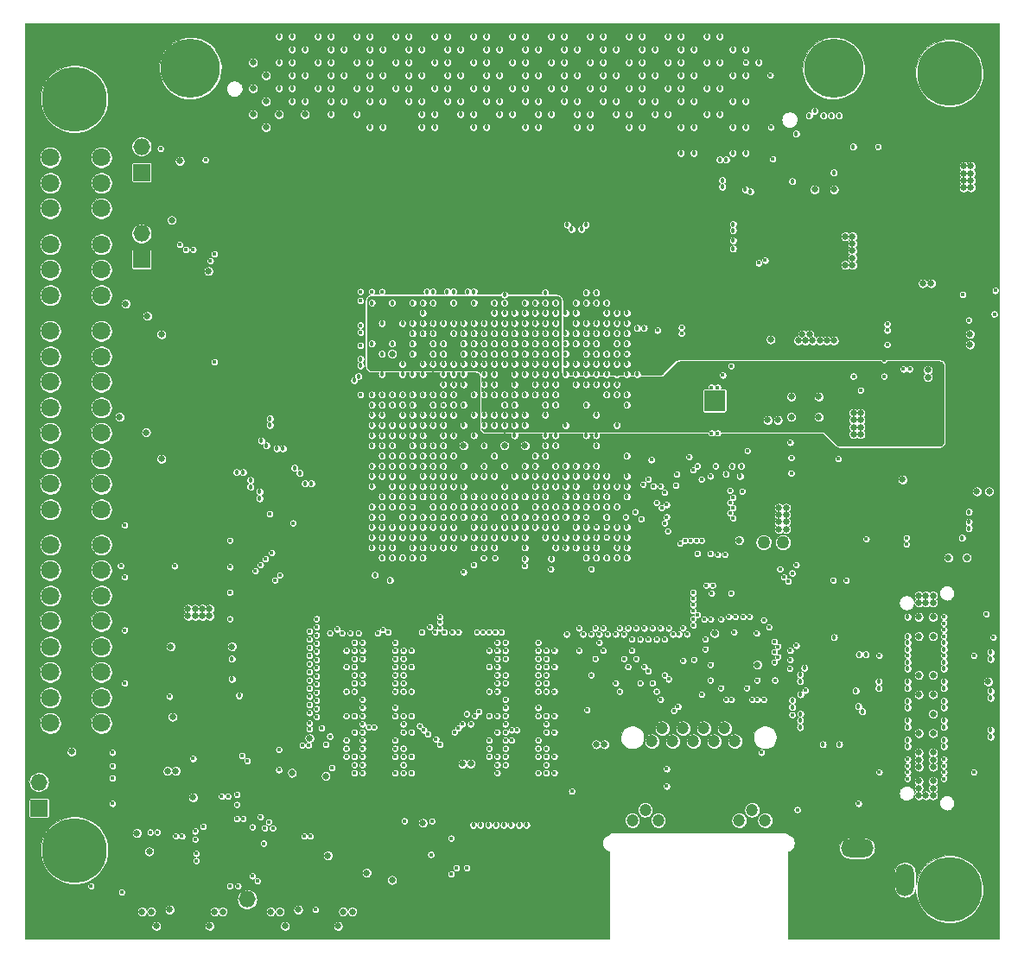
<source format=gbr>
G04 #@! TF.FileFunction,Copper,L11,Inr,Plane*
%FSLAX46Y46*%
G04 Gerber Fmt 4.6, Leading zero omitted, Abs format (unit mm)*
G04 Created by KiCad (PCBNEW (2016-08-02 BZR 7002)-product) date Tue Oct 11 11:13:20 2016*
%MOMM*%
%LPD*%
G01*
G04 APERTURE LIST*
%ADD10C,0.101600*%
%ADD11R,1.600000X1.600000*%
%ADD12C,1.200000*%
%ADD13O,1.200000X1.800000*%
%ADD14C,6.350000*%
%ADD15O,3.200000X1.800000*%
%ADD16O,1.800000X3.200000*%
%ADD17C,1.778000*%
%ADD18R,1.651000X1.651000*%
%ADD19O,1.651000X1.651000*%
%ADD20R,0.750000X0.900000*%
%ADD21R,1.080000X0.780000*%
%ADD22R,1.287500X1.287500*%
%ADD23R,1.000000X1.250000*%
%ADD24R,1.250000X1.250000*%
%ADD25R,1.000000X1.000000*%
%ADD26R,1.500000X1.500000*%
%ADD27R,0.800000X0.800000*%
%ADD28C,5.800000*%
%ADD29C,1.800000*%
%ADD30C,0.635000*%
%ADD31C,0.406400*%
%ADD32C,0.457200*%
%ADD33C,1.270000*%
G04 APERTURE END LIST*
D10*
D11*
X95400000Y-78700000D03*
X97000000Y-78700000D03*
X95400000Y-77100000D03*
X97000000Y-77100000D03*
D12*
X91661000Y-100596000D03*
X93693000Y-100596000D03*
X95725000Y-100596000D03*
X97757000Y-100596000D03*
X99789000Y-100596000D03*
X92677000Y-99326000D03*
X94709000Y-99326000D03*
X96741000Y-99326000D03*
X98773000Y-99326000D03*
X100805000Y-99326000D03*
X89723000Y-108346000D03*
X90993000Y-107326000D03*
X92263000Y-108346000D03*
X100203000Y-108346000D03*
X101473000Y-107326000D03*
X102743000Y-108346000D03*
D13*
X86148000Y-116156000D03*
X106318000Y-116156000D03*
D14*
X35080000Y-37620000D03*
X120810000Y-35080000D03*
X35080000Y-111280000D03*
X120810000Y-115090000D03*
D15*
X111759000Y-117073000D03*
X111759000Y-111073000D03*
D16*
X116459000Y-114173000D03*
D17*
X67500000Y-112700000D03*
X82000000Y-112700000D03*
X82600000Y-117650000D03*
X66900000Y-117650000D03*
D18*
X31600000Y-107140000D03*
D19*
X31600000Y-104600000D03*
X31600000Y-102060000D03*
D18*
X52000000Y-118640000D03*
D19*
X52000000Y-116100000D03*
D18*
X41656000Y-44831000D03*
D19*
X41656000Y-42291000D03*
D18*
X41656000Y-53340000D03*
D19*
X41656000Y-50800000D03*
D20*
X57925000Y-102700000D03*
X58675000Y-102700000D03*
D21*
X120580000Y-79937000D03*
X119500000Y-79937000D03*
X118420000Y-79937000D03*
X120580000Y-79157000D03*
X120580000Y-78377000D03*
X120580000Y-77597000D03*
X120580000Y-76817000D03*
X120580000Y-76037000D03*
X120580000Y-75257000D03*
X119500000Y-75257000D03*
X119500000Y-76037000D03*
X119500000Y-76817000D03*
X119500000Y-77597000D03*
X119500000Y-78377000D03*
X119500000Y-79157000D03*
X118420000Y-79157000D03*
X118420000Y-78377000D03*
X118420000Y-77597000D03*
X118420000Y-76817000D03*
X118420000Y-76037000D03*
X118420000Y-75257000D03*
D22*
X120631250Y-61931250D03*
X119343750Y-61931250D03*
X118056250Y-61931250D03*
X116768750Y-61931250D03*
X120631250Y-60643750D03*
X119343750Y-60643750D03*
X118056250Y-60643750D03*
X116768750Y-60643750D03*
X120631250Y-59356250D03*
X119343750Y-59356250D03*
X118056250Y-59356250D03*
X116768750Y-59356250D03*
X120631250Y-58068750D03*
X119343750Y-58068750D03*
X118056250Y-58068750D03*
X116768750Y-58068750D03*
D23*
X109720000Y-97506000D03*
X109720000Y-96256000D03*
X109720000Y-98756000D03*
X108720000Y-98756000D03*
X108720000Y-97506000D03*
X108720000Y-96256000D03*
X108720000Y-95006000D03*
X108720000Y-93756000D03*
X108720000Y-92506000D03*
X109720000Y-92506000D03*
X109720000Y-93756000D03*
X109720000Y-95006000D03*
D24*
X49050000Y-110250000D03*
X49050000Y-112750000D03*
X51550000Y-110250000D03*
X50300000Y-112750000D03*
X49050000Y-111500000D03*
X50300000Y-111500000D03*
X51550000Y-111500000D03*
X50300000Y-110250000D03*
X51550000Y-112750000D03*
D25*
X98300000Y-66700000D03*
X98300000Y-67700000D03*
X97300000Y-67700000D03*
X97300000Y-66700000D03*
X98300000Y-71200000D03*
X98300000Y-72200000D03*
X97300000Y-72200000D03*
X97300000Y-71200000D03*
X106300000Y-73500000D03*
X107300000Y-73500000D03*
X107300000Y-74500000D03*
X106300000Y-74500000D03*
D11*
X108800000Y-81800000D03*
X110400000Y-81800000D03*
X110400000Y-83400000D03*
X108800000Y-83400000D03*
X107200000Y-83400000D03*
X107200000Y-81800000D03*
X107200000Y-80200000D03*
X108800000Y-80200000D03*
X110400000Y-80200000D03*
D26*
X98945000Y-93333000D03*
X98945000Y-91833000D03*
X100445000Y-91833000D03*
X100445000Y-93333000D03*
D27*
X109385000Y-42837000D03*
X108585000Y-42837000D03*
X107785000Y-42837000D03*
X107785000Y-42037000D03*
X108585000Y-42037000D03*
X109385000Y-42037000D03*
X109385000Y-41237000D03*
X108585000Y-41237000D03*
X107785000Y-41237000D03*
D28*
X46454300Y-34616700D03*
X109455700Y-34616700D03*
D29*
X32719000Y-67865000D03*
X32719000Y-65365000D03*
X32719000Y-62865000D03*
X32719000Y-60365000D03*
X32719000Y-70365000D03*
X32719000Y-72865000D03*
X32719000Y-75365000D03*
X32719000Y-77865000D03*
X37719000Y-60365000D03*
X37719000Y-62865000D03*
X37719000Y-65365000D03*
X37719000Y-67865000D03*
X37719000Y-70365000D03*
X37719000Y-72865000D03*
X37719000Y-75365000D03*
X37719000Y-77865000D03*
X32719000Y-88820000D03*
X32719000Y-86320000D03*
X32719000Y-83820000D03*
X32719000Y-81320000D03*
X32719000Y-91320000D03*
X32719000Y-93820000D03*
X32719000Y-96320000D03*
X32719000Y-98820000D03*
X37719000Y-81320000D03*
X37719000Y-83820000D03*
X37719000Y-86320000D03*
X37719000Y-88820000D03*
X37719000Y-91320000D03*
X37719000Y-93820000D03*
X37719000Y-96320000D03*
X37719000Y-98820000D03*
X32719000Y-56856000D03*
X32719000Y-54356000D03*
X32719000Y-51856000D03*
X37719000Y-51856000D03*
X37719000Y-54356000D03*
X37719000Y-56856000D03*
X32719000Y-48347000D03*
X32719000Y-45847000D03*
X32719000Y-43347000D03*
X37719000Y-43347000D03*
X37719000Y-45847000D03*
X37719000Y-48347000D03*
D30*
X44700000Y-90200000D03*
D31*
X64500000Y-104200000D03*
X99900000Y-81600004D03*
X113500000Y-83400000D03*
X101300002Y-90000000D03*
X48800000Y-52000000D03*
D30*
X119400000Y-41800000D03*
X119400000Y-42500000D03*
X112500000Y-48100000D03*
X112500000Y-49300000D03*
D31*
X112100000Y-66200000D03*
D30*
X112300000Y-57500000D03*
X113600000Y-56500000D03*
X124700000Y-72400000D03*
X124700000Y-73100000D03*
X123500000Y-73100000D03*
X123500000Y-72400000D03*
X112200000Y-59800000D03*
D31*
X112400000Y-62400000D03*
X114400000Y-64800000D03*
X114400000Y-63200000D03*
D30*
X108000000Y-68800000D03*
X105300000Y-66800000D03*
X108000000Y-66800000D03*
D31*
X124800000Y-52800000D03*
X125200000Y-67200000D03*
X125200000Y-57900000D03*
X125200000Y-57200000D03*
X125200000Y-55600000D03*
X125200000Y-65100000D03*
X125200000Y-63300000D03*
D30*
X125300000Y-62500000D03*
X125300000Y-59500000D03*
D31*
X107315000Y-105029000D03*
D30*
X36000000Y-47500000D03*
X36000000Y-56000000D03*
D31*
X43600000Y-41200000D03*
X125349000Y-93599000D03*
X120269000Y-94107000D03*
X123189079Y-94107556D03*
X120269000Y-96012000D03*
X123190000Y-96012000D03*
X123190000Y-97917000D03*
X120269000Y-97917000D03*
X123190000Y-99822000D03*
X120269000Y-99822000D03*
X123190000Y-101727000D03*
X120269000Y-101727000D03*
X116713000Y-101727000D03*
X113919000Y-101727000D03*
X116713000Y-99822000D03*
X113919000Y-99822000D03*
D30*
X117221000Y-97917000D03*
D32*
X116713000Y-96012000D03*
X113919000Y-96012000D03*
X116713000Y-94107000D03*
X113919000Y-94107000D03*
D31*
X125100000Y-89800000D03*
D30*
X45000000Y-94700000D03*
X50500000Y-93600000D03*
D31*
X72800000Y-110100000D03*
D30*
X68199984Y-108600000D03*
D31*
X70699998Y-108400000D03*
X71500000Y-113000000D03*
X36700000Y-118500000D03*
X39100000Y-118500000D03*
D30*
X34800000Y-106700000D03*
X34800000Y-104200000D03*
X34800000Y-102900000D03*
X51300000Y-97900000D03*
D31*
X57100000Y-113100000D03*
X38800000Y-110600000D03*
D30*
X43100000Y-110700000D03*
X39000000Y-113900000D03*
X43100000Y-113700000D03*
D31*
X40300000Y-109000000D03*
X49734776Y-102126117D03*
D30*
X44200000Y-100100000D03*
X45000000Y-100100000D03*
X56300000Y-111500000D03*
X47000000Y-117100000D03*
X50300000Y-79500000D03*
D31*
X43500000Y-85200000D03*
X45900000Y-86000000D03*
X48700000Y-81500000D03*
X42000000Y-82000000D03*
X46000000Y-81500000D03*
X44900000Y-67600000D03*
X44900000Y-79400000D03*
X48700000Y-55200002D03*
X48800000Y-62600000D03*
D30*
X43400006Y-55200000D03*
X46600000Y-43700000D03*
D32*
X94400000Y-72700000D03*
D31*
X109400000Y-102100000D03*
X103700000Y-101400000D03*
X103900000Y-107300000D03*
X99100000Y-105000000D03*
X106300000Y-100100000D03*
D30*
X123200000Y-40400000D03*
X115000000Y-40400000D03*
X123200000Y-52000000D03*
X115000000Y-52000000D03*
X119500000Y-48500000D03*
X113700000Y-106700000D03*
X106200000Y-50100000D03*
X107200000Y-50100000D03*
X105300000Y-68800000D03*
X73900000Y-104000000D03*
X73100000Y-104000000D03*
D31*
X72300000Y-101100000D03*
X87000000Y-97500000D03*
X86200000Y-97500000D03*
D30*
X86200000Y-102100000D03*
X87000000Y-102100000D03*
D31*
X60600000Y-101700000D03*
X55100000Y-95200000D03*
X55100000Y-90000000D03*
X55100000Y-98400000D03*
X59300000Y-100100000D03*
D30*
X55900000Y-114100000D03*
X54600000Y-114100000D03*
D31*
X64500000Y-115000000D03*
D30*
X62100000Y-113500000D03*
X59600000Y-117100000D03*
D32*
X93000000Y-72700000D03*
X93700000Y-72700000D03*
D30*
X105800000Y-90400000D03*
X108500000Y-87800000D03*
X109400000Y-87800000D03*
X112100000Y-90400000D03*
X113100000Y-87800000D03*
D31*
X93800000Y-80700000D03*
X52400000Y-77300000D03*
D32*
X75200000Y-66600000D03*
X79200000Y-77600000D03*
X73200000Y-74600000D03*
D30*
X74200000Y-73600000D03*
X74200000Y-71600000D03*
D32*
X65200000Y-62600000D03*
X66200000Y-61600000D03*
D31*
X62500000Y-98900000D03*
D30*
X78200000Y-73600000D03*
D32*
X77200000Y-74600000D03*
D30*
X78200000Y-71600000D03*
D32*
X71200000Y-61600000D03*
X75200000Y-69600000D03*
X88200000Y-72600000D03*
X76200000Y-69600000D03*
X78200000Y-69600000D03*
X77200000Y-70600000D03*
X80200000Y-71600000D03*
D31*
X106300004Y-77900000D03*
D32*
X79000000Y-110400000D03*
X77500000Y-110400000D03*
X76000000Y-110400000D03*
X74500000Y-110400000D03*
D31*
X100200000Y-77900000D03*
X112300000Y-84200000D03*
X93300000Y-95100000D03*
X104267000Y-93472000D03*
X94742000Y-96266000D03*
X102616000Y-97790000D03*
X95631000Y-96520000D03*
X98425000Y-86106000D03*
D32*
X66200000Y-78600000D03*
X64200000Y-82600000D03*
X67200000Y-81600000D03*
X82200000Y-76600000D03*
X89200000Y-77600000D03*
X86200000Y-78600000D03*
X87200000Y-81600000D03*
X72200000Y-76600000D03*
D31*
X87600006Y-91700000D03*
X70200000Y-80600000D03*
D32*
X73200000Y-79600000D03*
X76200000Y-78600000D03*
X74200000Y-82600000D03*
X77200000Y-81600000D03*
X83200000Y-79600000D03*
X80200000Y-80600000D03*
X83700000Y-82700000D03*
D31*
X75700000Y-97300000D03*
X82100000Y-90900000D03*
X82100000Y-92500000D03*
X82100000Y-94100000D03*
X75700000Y-90900000D03*
X75700000Y-92500000D03*
X75700000Y-94100000D03*
X81300000Y-97300000D03*
X82100000Y-98900000D03*
X82100000Y-100500000D03*
X81300000Y-100500000D03*
X82100000Y-101300000D03*
X80500000Y-102900000D03*
X82100000Y-102900000D03*
X75700000Y-103700000D03*
X75700000Y-102900000D03*
X76500000Y-101300000D03*
X76500000Y-100500000D03*
X75700000Y-99700000D03*
X76500000Y-98900000D03*
X75700000Y-98900000D03*
X61700000Y-97300000D03*
X68100000Y-90900000D03*
X68100000Y-92500000D03*
X68100000Y-94100000D03*
X67300000Y-97300000D03*
X66500000Y-102900000D03*
X68100000Y-101300000D03*
X67300000Y-100500000D03*
X68100000Y-100500000D03*
X68100000Y-98900000D03*
X68100000Y-102900000D03*
X61700000Y-90900000D03*
X61700000Y-92500000D03*
X61700000Y-94100000D03*
X61700000Y-98900000D03*
X61700000Y-99700000D03*
X61700000Y-103700000D03*
X61700000Y-102900000D03*
X62500000Y-100500000D03*
X62500000Y-101300000D03*
D32*
X60198000Y-41656000D03*
X76200000Y-75600000D03*
X85200000Y-75600000D03*
X88200000Y-74600000D03*
X72200000Y-73600000D03*
X76200000Y-73600000D03*
X81200000Y-73600000D03*
X84200000Y-72600000D03*
X77200000Y-72600000D03*
X73200000Y-72600000D03*
X72200000Y-71600000D03*
X76200000Y-71600000D03*
X73200000Y-70600000D03*
X72200000Y-69600000D03*
X74200000Y-69600000D03*
X83200000Y-69600000D03*
X86200000Y-68600000D03*
X79200000Y-68600000D03*
X77200000Y-68600000D03*
X75200000Y-68600000D03*
X73200000Y-68600000D03*
X78200000Y-67600000D03*
X74200000Y-67600000D03*
X67200000Y-59600000D03*
X69200000Y-59600000D03*
X71200000Y-59600000D03*
X65200000Y-59600000D03*
X64200000Y-57600000D03*
X66200000Y-57600000D03*
X68200000Y-57600000D03*
X70200000Y-57600000D03*
X72200000Y-57600000D03*
X89200000Y-67600000D03*
X73200000Y-59600000D03*
X75200000Y-59600000D03*
X74200000Y-57600000D03*
X76199718Y-57600000D03*
X76200000Y-58600000D03*
X76199718Y-59600000D03*
X76199718Y-60600000D03*
X76200000Y-61600000D03*
X74200000Y-61600000D03*
X70200000Y-61600000D03*
X68200000Y-61600000D03*
X64200000Y-61600000D03*
X70200000Y-64600000D03*
X67200000Y-63600000D03*
X69200000Y-63600000D03*
X70200000Y-63600000D03*
X71200000Y-63600000D03*
X72200000Y-63600000D03*
X73200000Y-63600000D03*
X75200000Y-63600000D03*
X73200000Y-66600000D03*
X76200000Y-65600000D03*
X82200000Y-66600000D03*
X77200000Y-66600000D03*
X79200000Y-66600000D03*
X78200000Y-65600000D03*
X85200000Y-65600000D03*
X76200000Y-63600000D03*
X76200000Y-62600000D03*
X81200000Y-63600000D03*
X88200000Y-64600000D03*
X87200000Y-61600000D03*
X84200000Y-62600000D03*
X77200000Y-61600000D03*
X80200000Y-60600000D03*
X83200000Y-59600000D03*
X86200000Y-58600000D03*
X89200000Y-57600000D03*
X79200000Y-57600000D03*
X70200000Y-65600000D03*
X69200000Y-65600000D03*
X68200000Y-65600000D03*
X67200000Y-65600000D03*
X66200000Y-65600000D03*
X65200000Y-65600000D03*
X64200000Y-65600000D03*
X68200000Y-74600000D03*
X69200000Y-77600000D03*
X65200000Y-75600000D03*
X70200000Y-70600000D03*
X64200000Y-72600000D03*
X67200000Y-71600000D03*
X69200000Y-67600000D03*
X66200000Y-68600000D03*
X98298000Y-40386000D03*
X86868000Y-42926000D03*
X88138000Y-42926000D03*
X61468000Y-42926000D03*
X93218000Y-32766000D03*
X53848000Y-31496000D03*
X57658000Y-31496000D03*
X61468000Y-31496000D03*
X65278000Y-31496000D03*
X69088000Y-31496000D03*
X72898000Y-31496000D03*
X76708000Y-31496000D03*
X80518000Y-31496000D03*
X84328000Y-31496000D03*
X88138000Y-31496000D03*
X91948000Y-31496000D03*
X95758000Y-31496000D03*
X52578000Y-42926000D03*
X56388000Y-42926000D03*
X57658000Y-42926000D03*
X62738000Y-42926000D03*
X66548000Y-42926000D03*
X67818000Y-42926000D03*
X71628000Y-42926000D03*
X72898000Y-42926000D03*
X76708000Y-42926000D03*
X77978000Y-42926000D03*
X83058000Y-42926000D03*
X91948000Y-42926000D03*
X93218000Y-42926000D03*
X97028000Y-42926000D03*
X98298000Y-42926000D03*
X102108000Y-42926000D03*
X100838000Y-41656000D03*
X99568000Y-41656000D03*
X95758000Y-41656000D03*
X94488000Y-41656000D03*
X90678000Y-41656000D03*
X89408000Y-41656000D03*
X85598000Y-41656000D03*
X84328000Y-41656000D03*
X80518000Y-41656000D03*
X79248000Y-41656000D03*
X75438000Y-41656000D03*
X74168000Y-41656000D03*
X70358000Y-41656000D03*
X69088000Y-41656000D03*
X65278000Y-41656000D03*
X64008000Y-41656000D03*
X58928000Y-41656000D03*
X55118000Y-41656000D03*
X53848000Y-41656000D03*
X52578000Y-40386000D03*
X55118000Y-40386000D03*
X57658000Y-40386000D03*
X60198000Y-40386000D03*
X61468000Y-40386000D03*
X62738000Y-40386000D03*
X66548000Y-40386000D03*
X67818000Y-40386000D03*
X71628000Y-40386000D03*
X72898000Y-40386000D03*
X76708000Y-40386000D03*
X77978000Y-40386000D03*
X81788000Y-40386000D03*
X83058000Y-40386000D03*
X86868000Y-40386000D03*
X88138000Y-40386000D03*
X91948000Y-40386000D03*
X93218000Y-40386000D03*
X97028000Y-40386000D03*
X102108000Y-40386000D03*
X100838000Y-39116000D03*
X99568000Y-39116000D03*
X95758000Y-39116000D03*
X94488000Y-39116000D03*
X90678000Y-39116000D03*
X86868000Y-39116000D03*
X83058000Y-39116000D03*
X79248000Y-39116000D03*
X75438000Y-39116000D03*
X71628000Y-39116000D03*
X67818000Y-39116000D03*
X58928000Y-39116000D03*
X56388000Y-39116000D03*
X53848000Y-39116000D03*
X52578000Y-37846000D03*
X55118000Y-37846000D03*
X58928000Y-37846000D03*
X62738000Y-37846000D03*
X66548000Y-37846000D03*
X70358000Y-37846000D03*
X74168000Y-37846000D03*
X77978000Y-37846000D03*
X81788000Y-37846000D03*
X85598000Y-37846000D03*
X89408000Y-37846000D03*
X93218000Y-37846000D03*
X97028000Y-37846000D03*
X98298000Y-37846000D03*
X102108000Y-37846000D03*
X100838000Y-36576000D03*
X99568000Y-36576000D03*
X95758000Y-36576000D03*
X84328000Y-36576000D03*
X80518000Y-36576000D03*
X76708000Y-36576000D03*
X72898000Y-36576000D03*
X69088000Y-36576000D03*
X65278000Y-36576000D03*
X61468000Y-36576000D03*
X57658000Y-36576000D03*
X53848000Y-36576000D03*
X52578000Y-35306000D03*
X55118000Y-35306000D03*
X58928000Y-35306000D03*
X62738000Y-35306000D03*
X66548000Y-35306000D03*
X70358000Y-35306000D03*
X74168000Y-35306000D03*
X77978000Y-35306000D03*
X81788000Y-35306000D03*
X85598000Y-35306000D03*
X89408000Y-35306000D03*
X93218000Y-35306000D03*
X88138000Y-36576000D03*
X91948000Y-36576000D03*
X97028000Y-35306000D03*
X98298000Y-35306000D03*
X102108000Y-35306000D03*
X99568000Y-34036000D03*
X95758000Y-34036000D03*
X91948000Y-34036000D03*
X88138000Y-34036000D03*
X84328000Y-34036000D03*
X80518000Y-34036000D03*
X76708000Y-34036000D03*
X72898000Y-34036000D03*
X69088000Y-34036000D03*
X65278000Y-34036000D03*
X61468000Y-34036000D03*
X57658000Y-34036000D03*
X53848000Y-34036000D03*
X52578000Y-32766000D03*
X55118000Y-32766000D03*
X58928000Y-32766000D03*
X62738000Y-32766000D03*
X66548000Y-32766000D03*
X70358000Y-32766000D03*
X74168000Y-32766000D03*
X77978000Y-32766000D03*
X81788000Y-32766000D03*
X85598000Y-32766000D03*
X89408000Y-32766000D03*
X97028000Y-32766000D03*
X98298000Y-32766000D03*
X102108000Y-32766000D03*
X100838000Y-31496000D03*
X99568000Y-31496000D03*
X77200000Y-69600000D03*
D30*
X44600000Y-49500000D03*
X42400000Y-111400000D03*
X112100000Y-68400000D03*
X111400000Y-68400000D03*
X112100000Y-70500000D03*
X112100000Y-69800000D03*
X112100000Y-69100000D03*
X111400000Y-70500000D03*
X111400000Y-69800000D03*
X111400000Y-69100000D03*
D31*
X122100000Y-56800000D03*
D30*
X73900000Y-102800000D03*
X73100000Y-102800000D03*
X86200000Y-100900000D03*
X87000000Y-100900000D03*
D31*
X57400000Y-101000000D03*
D32*
X74200000Y-77600000D03*
X77200000Y-76600000D03*
D31*
X71200000Y-78600000D03*
D32*
X75200000Y-80600000D03*
X81200000Y-78600000D03*
X78200000Y-79600000D03*
X72200000Y-81600000D03*
X79200000Y-82700000D03*
X82200000Y-81600000D03*
D31*
X76500000Y-95700000D03*
X82100000Y-91700000D03*
X82100000Y-93300000D03*
X81300000Y-95700000D03*
X75700000Y-91700000D03*
X75700000Y-93300000D03*
X81300000Y-98100000D03*
X82100000Y-99700000D03*
X81300000Y-101300000D03*
X82100000Y-102100000D03*
X81300000Y-102900000D03*
X82100000Y-103700000D03*
X76500000Y-103700000D03*
X75700000Y-102100000D03*
X75700000Y-101300000D03*
X75700000Y-100500000D03*
X77300000Y-98900000D03*
X75700000Y-98100000D03*
X62500000Y-95700000D03*
X68100000Y-91700000D03*
X68100000Y-93300000D03*
X67300000Y-95700000D03*
X67300000Y-101300000D03*
X68100000Y-99700000D03*
X67300000Y-98100000D03*
X67300000Y-102900000D03*
X68100000Y-102100000D03*
X68100000Y-103700000D03*
X61700000Y-91700000D03*
X61700000Y-93300000D03*
X63300000Y-98900000D03*
X62500000Y-103700000D03*
X61700000Y-102100000D03*
X61700000Y-98100000D03*
X61700000Y-101300000D03*
X61700000Y-100500000D03*
D30*
X58100000Y-100300000D03*
D31*
X60300000Y-103200000D03*
X76500000Y-94100000D03*
X82100000Y-98100000D03*
X68100000Y-98100000D03*
X62500000Y-94100000D03*
D32*
X78200000Y-77600000D03*
X80200000Y-77600000D03*
D30*
X124700000Y-76100000D03*
X123500000Y-76100000D03*
X122500000Y-82600000D03*
X120700000Y-82600000D03*
X119200004Y-105900004D03*
X119200000Y-105200000D03*
X119200000Y-104500000D03*
X119200004Y-103100000D03*
X119200000Y-102400000D03*
X119200000Y-101700000D03*
X119200002Y-99800000D03*
X119200000Y-97900000D03*
X119200000Y-96000000D03*
X119200000Y-94100000D03*
X119200000Y-90300000D03*
X119199996Y-88400000D03*
X119200000Y-87000000D03*
X119200000Y-86300000D03*
X118500000Y-86300000D03*
X117800000Y-86300000D03*
X118500000Y-87000000D03*
X117800000Y-87000000D03*
X118500000Y-105900018D03*
X117800000Y-105900000D03*
X117800000Y-105200000D03*
X117800000Y-104500000D03*
X117800000Y-103100000D03*
X117800000Y-102400000D03*
X117800000Y-101700000D03*
X117800000Y-99800000D03*
X117800000Y-88400000D03*
X117800000Y-90300000D03*
X117800000Y-94100000D03*
X117800000Y-96000000D03*
X118700000Y-64900000D03*
X118700000Y-64200000D03*
X119000000Y-55700000D03*
X118200000Y-55700000D03*
X122800004Y-61700000D03*
X124587000Y-94742006D03*
D31*
X72000000Y-110100000D03*
D30*
X69200004Y-108600000D03*
X44200000Y-103500000D03*
X45000000Y-103500000D03*
D31*
X93100000Y-103300000D03*
D30*
X66200000Y-114200000D03*
D31*
X116586000Y-81280000D03*
D32*
X122700000Y-78100000D03*
D30*
X59700000Y-104000000D03*
X100200000Y-80900000D03*
X122900000Y-46300000D03*
X122900000Y-45600000D03*
X122900000Y-44900000D03*
X122900000Y-44200000D03*
X122200000Y-44200000D03*
X122200000Y-44900000D03*
X122200000Y-45600000D03*
X122200000Y-46300000D03*
D31*
X98600000Y-64700000D03*
X112649000Y-80772000D03*
X124400000Y-88100000D03*
D30*
X46700000Y-106100000D03*
X44500000Y-91300000D03*
X44700000Y-98200000D03*
X48200000Y-54500000D03*
X34800000Y-101600000D03*
X41200000Y-109600000D03*
D31*
X53600000Y-110600000D03*
X44900000Y-83408802D03*
X39600000Y-83400000D03*
D30*
X45400000Y-43700000D03*
D31*
X105900000Y-107300000D03*
X103649802Y-92837000D03*
D32*
X109500000Y-90392800D03*
X106600000Y-93400000D03*
X106200000Y-96000000D03*
X106200000Y-97900000D03*
X108400000Y-100900000D03*
X110000000Y-100900000D03*
D31*
X98100000Y-65895182D03*
X98100000Y-70395180D03*
X50300000Y-114800000D03*
X58000000Y-101000000D03*
D30*
X56400000Y-103700000D03*
D31*
X92200000Y-60300000D03*
X105300000Y-72800000D03*
X96500000Y-80900000D03*
X96000000Y-80900000D03*
X110700000Y-84800000D03*
X94700000Y-92700000D03*
D32*
X109474000Y-44831000D03*
X111378996Y-42291000D03*
X89200000Y-82600000D03*
X88200000Y-79600000D03*
X85200000Y-80600000D03*
X72200000Y-70600000D03*
X72200000Y-68600000D03*
X111633000Y-95631000D03*
X73200000Y-64600000D03*
X72200000Y-64600000D03*
X71200000Y-64600000D03*
X74200000Y-63600000D03*
X62738000Y-39116000D03*
D30*
X57658000Y-39116000D03*
X55118000Y-39116000D03*
X53848000Y-40386000D03*
X52578000Y-39116000D03*
X116205000Y-74930000D03*
X103300000Y-61200000D03*
X103000000Y-69100000D03*
X104000000Y-69100000D03*
D33*
X104500000Y-81100000D03*
X102600000Y-81100002D03*
D30*
X104800000Y-77700000D03*
X104800000Y-78400000D03*
X104800000Y-79100000D03*
X104817400Y-79800000D03*
X104100000Y-79800000D03*
X104100000Y-79100000D03*
X104100000Y-78400000D03*
X104100000Y-77700000D03*
X73200000Y-71600000D03*
X66200000Y-62600000D03*
X79200000Y-71600000D03*
X77200000Y-71600000D03*
D32*
X76200000Y-68600000D03*
X79200000Y-73600000D03*
X80200000Y-66600000D03*
X76200000Y-74600000D03*
X74200000Y-74600000D03*
X73200000Y-73600000D03*
X75200000Y-73600000D03*
X77200000Y-73600000D03*
X76200000Y-72600000D03*
X72200000Y-72600000D03*
X75200000Y-71600000D03*
X74200000Y-70600000D03*
X73200000Y-69600000D03*
X79200000Y-69600000D03*
X78200000Y-68600000D03*
X74200000Y-68600000D03*
X77200000Y-67600000D03*
X73200000Y-67600000D03*
X69200000Y-60600000D03*
X73200000Y-60600000D03*
X75200000Y-60600000D03*
X68200000Y-62600000D03*
X70200000Y-62600000D03*
X74200000Y-62600000D03*
X69200000Y-64600000D03*
X65200000Y-64600000D03*
X67200000Y-64600000D03*
D31*
X96900000Y-90600000D03*
X97400000Y-94600000D03*
X101900000Y-90000000D03*
X99700000Y-89900000D03*
D30*
X117100000Y-69400000D03*
X117800000Y-69400000D03*
X118500000Y-69400000D03*
X117100000Y-70100000D03*
X117800000Y-70100000D03*
X118500000Y-70100000D03*
X119200000Y-69400000D03*
X119200000Y-70100000D03*
D32*
X64200000Y-60600000D03*
D30*
X101981000Y-93091000D03*
D31*
X101981000Y-94615000D03*
D32*
X64200000Y-58600000D03*
X71200000Y-60600000D03*
X67200000Y-60600000D03*
X70200000Y-58600000D03*
X68200000Y-58600000D03*
X66200000Y-58600000D03*
X72200000Y-58600000D03*
X74200000Y-58600000D03*
X64200000Y-62600000D03*
X68200000Y-63600000D03*
D31*
X105400000Y-98000000D03*
X105300000Y-74300000D03*
X101000000Y-72100000D03*
D30*
X110600000Y-51100000D03*
X111300000Y-51100000D03*
X111300000Y-51800000D03*
X111300000Y-52500000D03*
X111300000Y-53200000D03*
X111300000Y-53900000D03*
X110600000Y-53900000D03*
D31*
X116900000Y-64100000D03*
D32*
X75200000Y-74600000D03*
X79200000Y-74600000D03*
X75200000Y-65600000D03*
X76200000Y-64600000D03*
X71200000Y-62600000D03*
D31*
X99400000Y-86100000D03*
X100500006Y-76100000D03*
X99300000Y-78200000D03*
X99300000Y-76000000D03*
X99300000Y-77200000D03*
X94000000Y-75500000D03*
X93100000Y-77400000D03*
X93100000Y-78600000D03*
D30*
X97790000Y-89997898D03*
D32*
X107600000Y-38800000D03*
X87200000Y-76600000D03*
X84200000Y-77600000D03*
X73200000Y-75600000D03*
X77200000Y-75600000D03*
X83200000Y-74600000D03*
X80200000Y-74600000D03*
X86200000Y-73600000D03*
X72200000Y-66600000D03*
X73200000Y-65600000D03*
X74200000Y-66600000D03*
X76200000Y-66600000D03*
X78200000Y-66600000D03*
X78200000Y-70600000D03*
D31*
X55100000Y-103400000D03*
D30*
X48300000Y-87600000D03*
X47600000Y-87600000D03*
X46900000Y-87600000D03*
X46200000Y-87600000D03*
X46200000Y-88300000D03*
X48300000Y-88300000D03*
X47600000Y-88300000D03*
X46900000Y-88300000D03*
X50500000Y-91300000D03*
D32*
X65200000Y-80600000D03*
X68200000Y-79600000D03*
X69200000Y-82600000D03*
X70200000Y-75600000D03*
X64200000Y-77600000D03*
X67200000Y-76600000D03*
X69200000Y-72600000D03*
X66200000Y-73600000D03*
X65200000Y-70600000D03*
X68200000Y-69600000D03*
X67200000Y-66600000D03*
X64200000Y-67600000D03*
D30*
X53848000Y-35306000D03*
X53848000Y-37846000D03*
X52578000Y-36576000D03*
X52578000Y-34036000D03*
D31*
X125200000Y-58700000D03*
X114700000Y-61700000D03*
D30*
X122800000Y-60677697D03*
D32*
X69200000Y-58600000D03*
X105410000Y-97231200D03*
X69200000Y-57600000D03*
X105410000Y-96570800D03*
D30*
X44400000Y-117100000D03*
X107100000Y-60700000D03*
X106400000Y-60700000D03*
X109500004Y-61300000D03*
X108800000Y-61300000D03*
X108100000Y-61300000D03*
X107400000Y-61300000D03*
X106700000Y-61300000D03*
X106000002Y-61300000D03*
D31*
X97500000Y-65895188D03*
X97506444Y-70395183D03*
X89200000Y-62600000D03*
D32*
X85200000Y-67600000D03*
X89200000Y-72600000D03*
X82200000Y-71600000D03*
X85200000Y-70600000D03*
X88200000Y-69600000D03*
X81200000Y-68600000D03*
X87200000Y-66600000D03*
X80200000Y-65600000D03*
X83200000Y-64600000D03*
X79200000Y-62600000D03*
X86200000Y-63600000D03*
X82200000Y-61600000D03*
X85200000Y-60600000D03*
X81200000Y-58600000D03*
X88200000Y-59600000D03*
X84200000Y-57600000D03*
X78200000Y-59600000D03*
X82200000Y-74600000D03*
D30*
X57000000Y-117100000D03*
D31*
X96100000Y-82200000D03*
X96520000Y-96012000D03*
X102616000Y-96520000D03*
X98425000Y-95377000D03*
X100965000Y-95377000D03*
X97409000Y-93091000D03*
D32*
X98298000Y-43561000D03*
X97028000Y-39116000D03*
D31*
X94550000Y-60000000D03*
D32*
X75200000Y-61600000D03*
X98933000Y-43561000D03*
X98298000Y-39116000D03*
X75200000Y-62600000D03*
D31*
X94550000Y-60600000D03*
X68200000Y-77600000D03*
X73500000Y-113000000D03*
D32*
X64200000Y-75600000D03*
X102108000Y-34036000D03*
D31*
X114700000Y-60300000D03*
X105200000Y-71300000D03*
X98100000Y-82300000D03*
X72000000Y-113600000D03*
X43200000Y-109500000D03*
X51500000Y-102000000D03*
X51000000Y-108200000D03*
D32*
X88200000Y-81600000D03*
D31*
X114700000Y-59700000D03*
X109900000Y-72900000D03*
X98800000Y-82300000D03*
X72500000Y-113000002D03*
X42500000Y-109500000D03*
X52000000Y-102500000D03*
X51600000Y-108200000D03*
D32*
X89200000Y-79600000D03*
D31*
X99400000Y-63800000D03*
X89096756Y-78603244D03*
D32*
X60198000Y-39116000D03*
D31*
X103300000Y-40400000D03*
X99600000Y-78700000D03*
X90800000Y-75400000D03*
D32*
X85200000Y-82600000D03*
D31*
X97400000Y-82200000D03*
X58700000Y-117100000D03*
X95758000Y-92583006D03*
X97000000Y-85300000D03*
D32*
X85200000Y-79600000D03*
D30*
X49600000Y-117300000D03*
X48800000Y-117300000D03*
X48300000Y-118700000D03*
X43100000Y-118700000D03*
X41700000Y-117300000D03*
X42600000Y-117300000D03*
X63700000Y-113500000D03*
X55200000Y-117300000D03*
X54300000Y-117300000D03*
X55700000Y-118700000D03*
X60899986Y-118700000D03*
X61400000Y-117300000D03*
X62300000Y-117300000D03*
D31*
X116713000Y-104267000D03*
X123190000Y-103632000D03*
X120269000Y-103632000D03*
X113919000Y-103632000D03*
X116713000Y-103632000D03*
X116713000Y-102997000D03*
X116713000Y-102362000D03*
D32*
X120269000Y-101092000D03*
X116713000Y-101092000D03*
X120269000Y-100457000D03*
X116713000Y-100457000D03*
X112268000Y-97663000D03*
X111887000Y-97155000D03*
X120269000Y-97282000D03*
X116713000Y-97282000D03*
X120269000Y-96647000D03*
X116713000Y-96647000D03*
X113871798Y-95377000D03*
X113871776Y-94742000D03*
X120269000Y-93472000D03*
X116713000Y-93472000D03*
X120269000Y-92837000D03*
X116713000Y-92837000D03*
X112606278Y-92067004D03*
X111945878Y-92067004D03*
X116713000Y-90297000D03*
X116713000Y-88392000D03*
D31*
X120269000Y-102997000D03*
X120269000Y-104267000D03*
X120269000Y-102362000D03*
X120269000Y-90297000D03*
D32*
X120269000Y-90932000D03*
X116713000Y-90932000D03*
D31*
X105800000Y-91200000D03*
X102100000Y-53700000D03*
X120269000Y-89026998D03*
X100838000Y-34036000D03*
X91800000Y-75600000D03*
D32*
X65278000Y-40386000D03*
D31*
X86200000Y-79600000D03*
X120269000Y-88391992D03*
X105200000Y-91700000D03*
X102752255Y-53431700D03*
X120269000Y-89662015D03*
X103251000Y-35306000D03*
X92500000Y-75600000D03*
D32*
X64008000Y-40386000D03*
D31*
X87200000Y-80600000D03*
D32*
X120269000Y-98552000D03*
X116713000Y-98552000D03*
X124841000Y-99491800D03*
X124841000Y-100152200D03*
X120269000Y-99187000D03*
X116713000Y-99187000D03*
X124841000Y-96342200D03*
X120269000Y-94742000D03*
X116713000Y-94742000D03*
X120269000Y-95377000D03*
X116713000Y-95377000D03*
X124841000Y-95681800D03*
X124841000Y-92532200D03*
X124841000Y-91871800D03*
X120269000Y-91567000D03*
X116713000Y-91567000D03*
D31*
X70000000Y-111700000D03*
D32*
X68200000Y-82600000D03*
X79355600Y-108800000D03*
X74144400Y-108800000D03*
X69200000Y-79600000D03*
X74855600Y-108800000D03*
X69200000Y-78600000D03*
X68200000Y-80600000D03*
X75644400Y-108800000D03*
X69200000Y-80600000D03*
X76355600Y-108800000D03*
X68200000Y-81600000D03*
X77144400Y-108800000D03*
X69200000Y-81600000D03*
X77855600Y-108800000D03*
X67200000Y-82600000D03*
X78644400Y-108800000D03*
D31*
X125300000Y-56400000D03*
X122700000Y-59300000D03*
X93200000Y-80000000D03*
X87200000Y-79600000D03*
D32*
X99600000Y-49900000D03*
X100838000Y-42926000D03*
X71600000Y-56500000D03*
X72200000Y-60600000D03*
X100838000Y-37846000D03*
X87200000Y-64600000D03*
X99600000Y-50500000D03*
X72200000Y-56500000D03*
X72200000Y-59600000D03*
X99568000Y-42926000D03*
X99568000Y-37846000D03*
X87200000Y-63600000D03*
X86200000Y-62600000D03*
X98298000Y-36576000D03*
X87200000Y-62600000D03*
X97028000Y-36576000D03*
X99600000Y-51500000D03*
X73600000Y-56500000D03*
X74200000Y-60600000D03*
X95758000Y-40386000D03*
X100800000Y-46500000D03*
X95758000Y-42926000D03*
X69600000Y-56500000D03*
X70200000Y-60600000D03*
X95758000Y-37846000D03*
X81200000Y-67600000D03*
X62900000Y-64800000D03*
X67200000Y-68600000D03*
X95758000Y-35306000D03*
X95758000Y-32766000D03*
X83200000Y-60600000D03*
X99600000Y-52300000D03*
X74200000Y-56500000D03*
X74200000Y-59600000D03*
X94488000Y-40386000D03*
X101318835Y-46707534D03*
X94488000Y-42926000D03*
X70200000Y-56500000D03*
X70200000Y-59600000D03*
X94488000Y-37846000D03*
X82200000Y-67600000D03*
X94488000Y-36576000D03*
X85200000Y-57600000D03*
X62500000Y-65200000D03*
X66200000Y-67600000D03*
X94488000Y-35306000D03*
X94488000Y-34036000D03*
X70200000Y-66600000D03*
X94488000Y-32766000D03*
X84200000Y-60600000D03*
X94488000Y-31496000D03*
X83200000Y-58600000D03*
X63098350Y-63119000D03*
X67200000Y-69600000D03*
X93218000Y-39116000D03*
X93218000Y-36576000D03*
X85200000Y-56600000D03*
X93218000Y-34036000D03*
X69200000Y-66600000D03*
X93218000Y-31496000D03*
X84200000Y-58600000D03*
X63098350Y-63754000D03*
X66200000Y-69600000D03*
X91948000Y-39116000D03*
X91948000Y-37846000D03*
X88200000Y-66600000D03*
X91948000Y-35306000D03*
X68200000Y-67600000D03*
X91948000Y-32766000D03*
X81200000Y-64600000D03*
X90678000Y-40386000D03*
X65200000Y-66600000D03*
X90678000Y-37846000D03*
X89200000Y-66600000D03*
X87200000Y-65600000D03*
X90678000Y-36576000D03*
X90678000Y-35306000D03*
X68200000Y-66600000D03*
X90678000Y-34036000D03*
X70200000Y-68600000D03*
X90678000Y-32766000D03*
X82200000Y-64600000D03*
X90678000Y-31496000D03*
X86200000Y-65600000D03*
X89408000Y-40386000D03*
X66200000Y-66600000D03*
X89408000Y-39116000D03*
X65200000Y-67600000D03*
X88200000Y-65600000D03*
X89408000Y-36576000D03*
X89408000Y-34036000D03*
X70200000Y-67600000D03*
X89408000Y-31496000D03*
X86200000Y-64600000D03*
X88138000Y-39116000D03*
X64200000Y-66600000D03*
X81200000Y-66600000D03*
X88138000Y-37846000D03*
X88138000Y-35306000D03*
X69200000Y-69600000D03*
X84200000Y-65600000D03*
X88138000Y-32766000D03*
X81200000Y-65600000D03*
X86868000Y-37846000D03*
X90200000Y-64600000D03*
X86868000Y-36576000D03*
X86868000Y-35306000D03*
X69200000Y-68600000D03*
X86868000Y-34036000D03*
X71200000Y-69600000D03*
X85200000Y-64600000D03*
X86868000Y-32766000D03*
X86868000Y-31496000D03*
X88200000Y-63600000D03*
X83347780Y-49946780D03*
X85181220Y-49946780D03*
X85598000Y-40386000D03*
X69200000Y-71600000D03*
X85598000Y-39116000D03*
X68200000Y-68600000D03*
X89200000Y-64600000D03*
X85598000Y-36576000D03*
X85598000Y-34036000D03*
X70200000Y-69600000D03*
X89200000Y-63600000D03*
X85598000Y-31496000D03*
X83784220Y-50383220D03*
X84744780Y-50383220D03*
X69200000Y-70600000D03*
X84328000Y-40386000D03*
X84328000Y-39116000D03*
X67200000Y-67600000D03*
X80200000Y-64600000D03*
X84328000Y-37846000D03*
X71200000Y-72600000D03*
X84328000Y-35306000D03*
X88200000Y-62600000D03*
X84328000Y-32766000D03*
X80200000Y-63600000D03*
X83058000Y-37846000D03*
X78200000Y-64600000D03*
X83058000Y-36576000D03*
X71200000Y-71600000D03*
X83058000Y-35306000D03*
X83058000Y-34036000D03*
X70200000Y-73600000D03*
X89200000Y-61600000D03*
X83058000Y-32766000D03*
X90866704Y-60090600D03*
X79200000Y-61600000D03*
X83058000Y-31496000D03*
X81788000Y-39116000D03*
X65200000Y-68600000D03*
X79200000Y-64600000D03*
X81788000Y-36576000D03*
X81788000Y-34036000D03*
X69200000Y-73600000D03*
X90219004Y-60090600D03*
X79200000Y-60600000D03*
X81788000Y-31496000D03*
X80518000Y-40386000D03*
X65200000Y-69600000D03*
X80518000Y-39116000D03*
X64200000Y-68600000D03*
X80518000Y-37846000D03*
X88200000Y-58600000D03*
X80518000Y-35306000D03*
X70200000Y-74600000D03*
X88200000Y-61600000D03*
X80518000Y-32766000D03*
X79248000Y-40386000D03*
X64200000Y-69600000D03*
X79248000Y-37846000D03*
X89200000Y-58600000D03*
X89200000Y-60600000D03*
X79248000Y-36576000D03*
X79248000Y-35306000D03*
X69200000Y-74600000D03*
X79248000Y-34036000D03*
X71200000Y-74600000D03*
X88200000Y-60600000D03*
X79248000Y-32766000D03*
X87200000Y-60600000D03*
X79248000Y-31496000D03*
X54241700Y-68961000D03*
X77978000Y-39116000D03*
X66200000Y-76600000D03*
X89200000Y-59600000D03*
X77978000Y-36576000D03*
X77978000Y-34036000D03*
X71200000Y-75600000D03*
X87200000Y-59600000D03*
X77978000Y-31496000D03*
X54229000Y-69596000D03*
X76708000Y-39116000D03*
X66200000Y-77600000D03*
X76708000Y-37846000D03*
X87200000Y-58600000D03*
X76708000Y-35306000D03*
X64200000Y-71600000D03*
X86200000Y-60600000D03*
X76708000Y-32766000D03*
X67200000Y-79600000D03*
X53900000Y-71600000D03*
X75438000Y-40386000D03*
X75438000Y-37846000D03*
X87200000Y-57600000D03*
X86200000Y-57600000D03*
X75438000Y-36576000D03*
X75438000Y-35306000D03*
X64200000Y-70600000D03*
X75438000Y-34036000D03*
X70200000Y-72600000D03*
X86200000Y-59600000D03*
X75438000Y-32766000D03*
X75438000Y-31496000D03*
X85200000Y-62600000D03*
X67200000Y-80600000D03*
X53385082Y-71114918D03*
X74168000Y-40386000D03*
X74168000Y-39116000D03*
X68200000Y-73600000D03*
X86200000Y-56600000D03*
X74168000Y-36576000D03*
X74168000Y-34036000D03*
X70200000Y-71600000D03*
X74168000Y-31496000D03*
X86200000Y-61600000D03*
X72898000Y-39116000D03*
X68200000Y-72600000D03*
X72898000Y-37846000D03*
X84200000Y-59600000D03*
X72897992Y-35306000D03*
X71200000Y-76600000D03*
X72898000Y-32766000D03*
X84200000Y-61600000D03*
X71628000Y-37846000D03*
X85200000Y-59600000D03*
X83200000Y-62600000D03*
X71628000Y-36576000D03*
X71628000Y-35306000D03*
X70200000Y-76600000D03*
X71628000Y-34036000D03*
X65200000Y-76600000D03*
X71628000Y-32766000D03*
X85200000Y-61600000D03*
X71628000Y-31496000D03*
X84200000Y-64600000D03*
X98552000Y-46228000D03*
X100838000Y-40386000D03*
X70358000Y-40386000D03*
X65200000Y-74600000D03*
X70358000Y-39116000D03*
X67200000Y-77600000D03*
X83200000Y-61600000D03*
X70358000Y-36576000D03*
X70358000Y-34036000D03*
X65200000Y-77600000D03*
X70358000Y-31496000D03*
X85200000Y-63600000D03*
X98552000Y-45593000D03*
X99568000Y-40386000D03*
X69088000Y-40386000D03*
X64200000Y-74600000D03*
X69088000Y-39116000D03*
X67200000Y-78600000D03*
X82200000Y-60600000D03*
X69088000Y-37846000D03*
X51608918Y-74222640D03*
X67200000Y-73600000D03*
X69088000Y-35306000D03*
X82200000Y-63600000D03*
X69088000Y-32766000D03*
X82200000Y-59600000D03*
X67818000Y-37846000D03*
X67818000Y-36576000D03*
X82200000Y-58600000D03*
X50961218Y-74222640D03*
X67200000Y-72600000D03*
X67818000Y-35306000D03*
X69200000Y-75600000D03*
X67818000Y-34036000D03*
X82200000Y-62600000D03*
X67818000Y-32766000D03*
X81200000Y-60600000D03*
X67818000Y-31496000D03*
D31*
X38800000Y-103000000D03*
X47700000Y-108958150D03*
X54100000Y-108500000D03*
X63100000Y-57400000D03*
X65200000Y-56500000D03*
D32*
X71200000Y-68600000D03*
X66548000Y-36576000D03*
X82200000Y-57600000D03*
X68200000Y-75600000D03*
X66548000Y-34036000D03*
X81200000Y-59600000D03*
X66548000Y-31496000D03*
X81185650Y-56600000D03*
X65278000Y-37846000D03*
X69200000Y-76600000D03*
X65278000Y-35306000D03*
X65278000Y-32766000D03*
X80200000Y-62600000D03*
D31*
X46900006Y-110200000D03*
X38800000Y-104200000D03*
X53303244Y-107996756D03*
D32*
X81200000Y-57600000D03*
X64008000Y-37846000D03*
X64008000Y-36576000D03*
X80200000Y-58600000D03*
X68200000Y-76600000D03*
X64008000Y-35306000D03*
X54889004Y-71880404D03*
X65200000Y-72600000D03*
X64008000Y-34036000D03*
X64008000Y-32766000D03*
X81200000Y-62600000D03*
X64008000Y-31496000D03*
X78200000Y-63600000D03*
X62738000Y-36576000D03*
X80200000Y-57600000D03*
X55500000Y-71900000D03*
X65200000Y-71600000D03*
X62738000Y-34036000D03*
X62738000Y-31496000D03*
X79200000Y-63600000D03*
D31*
X46900000Y-109400000D03*
X38800000Y-101700000D03*
X53700000Y-109100000D03*
X63100000Y-56500000D03*
X71200000Y-67600000D03*
D32*
X79200000Y-59600000D03*
X61468000Y-37846000D03*
X66200000Y-74600000D03*
X56642000Y-73787000D03*
X61468000Y-35306000D03*
X78200000Y-58600000D03*
X61468000Y-32766000D03*
X80200000Y-59600000D03*
X60198000Y-37846000D03*
X80200000Y-61600000D03*
X60198000Y-36576000D03*
X57150000Y-74295000D03*
X66200000Y-75600000D03*
X60198000Y-35306000D03*
X58293000Y-75311000D03*
X66200000Y-72600000D03*
X60198000Y-34036000D03*
X79200000Y-58600000D03*
X60198000Y-32766000D03*
X77200000Y-59600000D03*
X60198000Y-31496000D03*
X81200000Y-61600000D03*
X58928000Y-36576000D03*
X57658000Y-75311000D03*
X66200000Y-71600000D03*
X58928000Y-34036000D03*
X77200000Y-58600000D03*
X58928000Y-31496000D03*
X77200000Y-56800000D03*
X57658000Y-37846000D03*
X52324000Y-74987150D03*
X57658000Y-35306000D03*
X65200000Y-73600000D03*
X57658000Y-32766000D03*
X77200000Y-60600000D03*
X77200000Y-57600000D03*
X56388000Y-37846000D03*
X77200000Y-63600000D03*
X56388000Y-36576000D03*
X52324000Y-75634850D03*
X56388000Y-35306000D03*
X64200000Y-73600000D03*
X53213000Y-76130150D03*
X67200000Y-74600000D03*
X56388000Y-34036000D03*
X56388000Y-32766000D03*
X78200000Y-60600000D03*
X56388000Y-31496000D03*
X78200000Y-62600000D03*
X77200000Y-62600000D03*
X55118000Y-36576000D03*
X53213000Y-76777850D03*
X67200000Y-75600000D03*
X55118000Y-34036000D03*
X55118000Y-31496000D03*
X78200000Y-61600000D03*
D31*
X38800000Y-106700000D03*
X54500000Y-109100000D03*
X51100000Y-114800000D03*
X63100000Y-66600000D03*
D32*
X72200000Y-67600000D03*
D30*
X107600000Y-46500000D03*
X109500000Y-46500000D03*
X43600000Y-60700000D03*
X42200000Y-58900000D03*
X42100000Y-70299996D03*
X43600000Y-72900000D03*
D31*
X98933000Y-96520000D03*
X101473000Y-96520000D03*
X99441000Y-96520000D03*
X101981004Y-96520000D03*
X113800000Y-42300000D03*
X105800000Y-83300000D03*
D32*
X84200000Y-79600000D03*
D31*
X111900000Y-106700000D03*
X95300000Y-72700000D03*
D32*
X71200000Y-70600000D03*
D31*
X54200000Y-78300000D03*
D32*
X71200000Y-73600000D03*
D31*
X56500000Y-79200000D03*
D32*
X72200000Y-77600000D03*
X71200000Y-77600000D03*
D31*
X91300000Y-90600000D03*
X58800000Y-94200000D03*
X91300000Y-93700000D03*
X80500000Y-93300000D03*
X66500000Y-93300000D03*
D32*
X80200000Y-78600000D03*
D31*
X58800000Y-91800000D03*
X86900000Y-91700000D03*
X86900000Y-89500000D03*
X77300000Y-92500000D03*
X63300000Y-92500000D03*
D32*
X80200000Y-76600000D03*
D31*
X89700000Y-90600000D03*
X58100000Y-91400000D03*
X89700000Y-91700000D03*
X80500000Y-92500000D03*
X66500000Y-92500000D03*
D32*
X77200000Y-77600000D03*
D31*
X58100000Y-94600000D03*
X90900000Y-93300000D03*
X90900000Y-89500000D03*
X81300000Y-93300000D03*
X67300000Y-93300000D03*
D32*
X79200000Y-78600000D03*
D31*
X58800000Y-92600000D03*
X86100000Y-92500000D03*
X86100000Y-89500000D03*
X76500000Y-92500000D03*
X62500000Y-92500000D03*
D32*
X78200000Y-76600000D03*
D31*
X58100000Y-93000000D03*
X90100000Y-92500000D03*
X90100000Y-89500000D03*
X81300000Y-92500000D03*
X67300000Y-92500000D03*
D32*
X77200000Y-78600000D03*
D31*
X58800000Y-90200000D03*
X86500000Y-90900000D03*
X86500000Y-90100000D03*
X76500000Y-91700000D03*
X62500000Y-91700000D03*
D32*
X79200000Y-76600000D03*
D31*
X58100000Y-90600000D03*
X94700000Y-89500000D03*
X81300000Y-91700000D03*
X67300000Y-91700000D03*
D32*
X81200000Y-77600000D03*
D31*
X58800000Y-88600000D03*
X84900000Y-90100000D03*
X76500000Y-90900000D03*
X62500000Y-90900000D03*
D32*
X74200000Y-76600000D03*
D31*
X58100000Y-92200000D03*
X84500000Y-91700000D03*
X84500000Y-89500000D03*
X80500000Y-91700000D03*
X66500000Y-91700000D03*
D32*
X73200000Y-76600000D03*
D31*
X90500000Y-90600000D03*
X58100000Y-96200000D03*
X90500000Y-94900000D03*
X77300000Y-94900000D03*
X63300000Y-94900000D03*
D32*
X78200000Y-78600000D03*
D31*
X58800000Y-91000000D03*
X77300000Y-91700000D03*
X63300000Y-91700000D03*
D32*
X82200000Y-77600000D03*
D31*
X58800000Y-95000000D03*
X85700000Y-94100000D03*
X85700000Y-90100000D03*
X77300000Y-94100000D03*
X63300000Y-94100000D03*
D32*
X76200000Y-76600000D03*
D31*
X58100000Y-89800000D03*
X87300000Y-90100000D03*
X80500000Y-90900000D03*
X66500000Y-90900000D03*
D32*
X81200000Y-76600000D03*
D31*
X58800000Y-89400000D03*
X77300000Y-90900000D03*
X63300000Y-90900000D03*
D32*
X75200000Y-76600000D03*
D31*
X58800000Y-95800000D03*
X93300000Y-89500000D03*
X93300000Y-94500000D03*
X81300000Y-94100000D03*
X67300000Y-94100000D03*
D32*
X73200000Y-78600000D03*
D31*
X88900000Y-90100000D03*
X58800000Y-93400000D03*
X88900000Y-92500000D03*
X76500000Y-93300000D03*
X62500000Y-93300000D03*
D32*
X74200000Y-78600000D03*
D31*
X58100000Y-93800000D03*
X89300000Y-93300000D03*
X89300000Y-89500000D03*
X80500000Y-94100000D03*
X66500000Y-94100000D03*
D32*
X75200000Y-78600000D03*
D31*
X58800000Y-96600000D03*
X91700000Y-89500000D03*
X91700010Y-94900000D03*
X80500000Y-95700000D03*
X66500000Y-95700000D03*
D32*
X70200000Y-79600000D03*
D31*
X58100000Y-97000000D03*
X88500000Y-95700000D03*
X88500000Y-89500000D03*
X75700000Y-95700000D03*
X61700000Y-95700000D03*
D32*
X73200000Y-77600000D03*
D31*
X58100000Y-97800000D03*
X88100000Y-94900000D03*
X88100000Y-90100000D03*
X81300000Y-94900000D03*
X67300000Y-94900000D03*
D32*
X70200000Y-77600000D03*
D31*
X92100000Y-90600000D03*
X58800000Y-97400000D03*
X92100000Y-95700000D03*
X82100000Y-95700000D03*
X68100000Y-95700000D03*
D32*
X70200000Y-78600000D03*
D31*
X58800000Y-98200000D03*
X92500000Y-89500000D03*
X92500000Y-96500000D03*
X80500000Y-97300000D03*
X66500000Y-97300000D03*
D32*
X72200000Y-79600000D03*
D31*
X92900000Y-90600000D03*
X58100000Y-95400000D03*
X92900000Y-94100000D03*
X80500000Y-94900000D03*
X66500000Y-94900000D03*
D32*
X72200000Y-78600000D03*
D31*
X58100000Y-98807900D03*
X77300000Y-96500000D03*
X94206545Y-97193455D03*
X94293197Y-90100892D03*
X63300000Y-96500000D03*
D32*
X76200000Y-77600000D03*
D31*
X58100000Y-99392100D03*
X77300000Y-97300000D03*
X93793455Y-97606545D03*
X93708997Y-90100892D03*
X63300000Y-97300000D03*
D32*
X75200000Y-77600000D03*
D31*
X95100000Y-90100000D03*
D32*
X82200000Y-78600000D03*
D31*
X76500000Y-94900000D03*
X62500000Y-94900000D03*
X116586000Y-80645000D03*
D32*
X122047000Y-80645006D03*
X122700000Y-79700000D03*
X122700000Y-79100000D03*
D31*
X105200000Y-92600000D03*
X102400000Y-101700000D03*
D32*
X81200000Y-71600000D03*
D31*
X55100000Y-101400000D03*
X83800000Y-105500000D03*
X46700000Y-102299990D03*
X93100000Y-105000000D03*
X111400000Y-64800000D03*
X116300000Y-64100000D03*
X125100000Y-90400000D03*
X106700000Y-95600000D03*
X106700000Y-95600000D03*
X48800000Y-63400002D03*
X63100000Y-61800000D03*
D32*
X72200000Y-65600000D03*
D31*
X52500000Y-109000000D03*
X49500000Y-106000000D03*
X45600000Y-109900000D03*
X50100000Y-106000000D03*
X45000000Y-109900000D03*
X48400000Y-53500000D03*
X63100000Y-59800000D03*
D32*
X75200000Y-64600000D03*
D31*
X36700000Y-114800000D03*
X47000000Y-111600000D03*
X39700000Y-115400000D03*
X47000000Y-112300000D03*
D30*
X40100000Y-57700000D03*
X39500000Y-68800000D03*
D32*
X68200000Y-64600000D03*
D31*
X90600000Y-78800000D03*
D32*
X88200000Y-80600000D03*
D31*
X46000000Y-52400000D03*
X54700000Y-84800000D03*
D32*
X89200000Y-80600000D03*
D31*
X105400000Y-84100000D03*
D32*
X85200000Y-81600000D03*
D31*
X104600000Y-84500000D03*
D32*
X86200000Y-81600000D03*
D31*
X44400000Y-96200000D03*
X45400000Y-51900000D03*
X104200000Y-83700000D03*
D32*
X84200000Y-80600000D03*
D31*
X109400000Y-84800000D03*
D32*
X87200000Y-82600000D03*
D31*
X105000000Y-84900000D03*
D32*
X86200000Y-82600000D03*
X105400000Y-45700000D03*
X87200000Y-78600000D03*
D31*
X96100000Y-88200000D03*
D32*
X89200000Y-75600000D03*
D31*
X97409000Y-88646000D03*
D32*
X83200000Y-78600000D03*
D31*
X97600000Y-85300000D03*
X98425000Y-88646000D03*
D32*
X84200000Y-74600000D03*
D31*
X96901000Y-91567000D03*
X103700000Y-94600000D03*
X105156000Y-93472000D03*
D32*
X82200000Y-65600000D03*
X84200000Y-63600000D03*
X83200000Y-63600000D03*
D31*
X95700000Y-87200000D03*
X99187000Y-88392000D03*
D32*
X84200000Y-76600000D03*
D31*
X95700000Y-86600000D03*
X99822000Y-88392000D03*
D32*
X81200000Y-75600000D03*
D31*
X97500000Y-86100000D03*
X100584000Y-88392000D03*
D32*
X84200000Y-75600000D03*
D31*
X101219000Y-88392000D03*
D32*
X82200000Y-73600000D03*
D31*
X51000000Y-105800000D03*
X52500000Y-113800000D03*
D32*
X89200000Y-81600000D03*
D31*
X51000000Y-106800000D03*
X53000006Y-114300000D03*
D32*
X88200000Y-82600000D03*
X50500000Y-92500000D03*
X72200000Y-75600000D03*
X51200000Y-96100000D03*
X65200000Y-79600000D03*
D31*
X58200000Y-109900000D03*
X94900000Y-80900000D03*
X57600000Y-109900000D03*
X95408003Y-80900000D03*
D32*
X98900000Y-74400000D03*
X89200000Y-74600000D03*
D31*
X96774000Y-88646000D03*
D32*
X89200000Y-76600000D03*
X100399998Y-73600000D03*
X88200000Y-75600000D03*
X100300000Y-74600000D03*
X88200000Y-77600000D03*
X109220000Y-39243000D03*
X87200000Y-74600000D03*
X108458004Y-39243000D03*
X87200000Y-75600000D03*
D31*
X90000000Y-78100000D03*
D32*
X87200000Y-77600000D03*
X105791000Y-41021000D03*
X86200000Y-74600000D03*
D31*
X94100000Y-74400000D03*
D32*
X86200000Y-75600000D03*
D31*
X92900000Y-76200000D03*
D32*
X86200000Y-76600000D03*
D31*
X92600000Y-77700000D03*
D32*
X86200000Y-77600000D03*
D31*
X46700000Y-52400000D03*
X55200000Y-84300000D03*
D32*
X86200000Y-80600000D03*
X99500000Y-73600000D03*
X85200000Y-73600000D03*
D31*
X103500000Y-43500000D03*
D32*
X109982000Y-39243000D03*
X85200000Y-74600000D03*
X85200000Y-76600000D03*
D31*
X99600000Y-76699998D03*
X97400000Y-74600000D03*
X92099992Y-77200000D03*
D32*
X85200000Y-77600000D03*
D31*
X96499988Y-74900000D03*
X92900000Y-79200000D03*
X85200000Y-78600000D03*
D32*
X107061000Y-39243000D03*
X84200000Y-73600000D03*
D31*
X102600000Y-88700000D03*
X95699998Y-89200000D03*
D32*
X84200000Y-78600000D03*
X84200000Y-81600000D03*
D31*
X80500000Y-103700000D03*
X104013000Y-92329000D03*
D32*
X83200000Y-73600000D03*
D31*
X104013000Y-91313000D03*
X95700000Y-86000000D03*
D32*
X83200000Y-75600000D03*
D31*
X103632000Y-91821000D03*
X95700000Y-87800000D03*
D32*
X83200000Y-76600000D03*
D31*
X95700000Y-88600000D03*
X103124000Y-89408000D03*
D32*
X83200000Y-77600000D03*
X83200000Y-80600000D03*
D31*
X80500000Y-101300000D03*
D32*
X83200000Y-81600000D03*
D31*
X77300000Y-102900000D03*
X83300000Y-90100000D03*
X81300000Y-102100000D03*
X103632000Y-90805000D03*
D32*
X82200000Y-75600000D03*
X82200000Y-79600000D03*
D31*
X81300000Y-103700000D03*
D32*
X82200000Y-80600000D03*
D31*
X77300000Y-102100000D03*
D32*
X81787250Y-82700000D03*
D31*
X80500000Y-102100000D03*
X91600000Y-73000000D03*
D32*
X81200000Y-72600000D03*
D31*
X91300000Y-74900000D03*
D32*
X81200000Y-74600000D03*
D31*
X85700000Y-83700000D03*
X85300000Y-97500000D03*
D32*
X81200000Y-79600000D03*
D31*
X76500000Y-102900000D03*
D32*
X81200000Y-80600000D03*
D31*
X77300000Y-101300000D03*
X77900000Y-100500000D03*
X76900000Y-89900000D03*
X76500000Y-102100000D03*
X76300000Y-89900000D03*
X97900000Y-73600000D03*
D32*
X80200000Y-72600000D03*
D31*
X96100000Y-73600000D03*
D32*
X80200000Y-73600000D03*
D31*
X95700000Y-74000000D03*
X99600000Y-77700000D03*
D32*
X80200000Y-75600000D03*
D31*
X81750000Y-83710000D03*
D32*
X80200000Y-79600000D03*
D31*
X80500000Y-100500000D03*
X75700000Y-89900000D03*
X77300000Y-100500000D03*
X75100000Y-89900000D03*
X74699994Y-97700000D03*
X80500000Y-98100000D03*
X74500000Y-89900000D03*
X79200000Y-83400000D03*
D32*
X79200000Y-79600000D03*
D31*
X74300000Y-98100000D03*
X76500000Y-98100000D03*
X78408003Y-99500000D03*
D32*
X79200000Y-80600000D03*
D31*
X77900000Y-99500000D03*
D32*
X79200000Y-81600000D03*
X78200000Y-80600000D03*
D31*
X73900000Y-98900000D03*
X77300000Y-98100000D03*
X72700000Y-89900000D03*
X72700000Y-99300000D03*
X77300000Y-99700000D03*
X72100000Y-89900000D03*
X72300000Y-99700000D03*
X76500000Y-99700000D03*
X73499998Y-97900000D03*
X81300000Y-98900000D03*
D32*
X77200000Y-79600000D03*
D31*
X73100000Y-98900000D03*
X81300000Y-99700000D03*
D32*
X77200000Y-80600000D03*
D31*
X71300000Y-89900000D03*
X66500000Y-103700000D03*
X76268200Y-82600000D03*
D32*
X76200000Y-79600000D03*
D31*
X67300000Y-103700000D03*
X70500000Y-100400000D03*
X70400000Y-89900000D03*
X75158981Y-82600000D03*
D32*
X76200000Y-80600000D03*
D31*
X67300000Y-102100000D03*
X65815901Y-89900000D03*
X70900000Y-88900000D03*
D32*
X76200000Y-81600000D03*
D31*
X63300000Y-102100000D03*
X70900000Y-100900000D03*
X70900000Y-89500008D03*
X66500000Y-101300000D03*
D32*
X73200000Y-61600000D03*
X106180151Y-94050800D03*
X106180151Y-94711200D03*
X73200000Y-62600000D03*
D31*
X69700000Y-99900000D03*
D32*
X75200000Y-79600000D03*
D31*
X63300000Y-103700000D03*
X70900000Y-88391997D03*
X65307900Y-89668150D03*
D32*
X75200000Y-81600000D03*
D31*
X63300000Y-102900000D03*
X69900000Y-89400000D03*
X66500000Y-102100000D03*
X68900000Y-99100000D03*
D32*
X74200000Y-79600000D03*
D31*
X62500000Y-102100000D03*
X69100000Y-89900000D03*
X69300000Y-99500000D03*
X62500000Y-102900000D03*
X74200000Y-83300000D03*
D32*
X74200000Y-80600000D03*
D31*
X64800000Y-90000000D03*
X73200000Y-84000000D03*
D32*
X74200000Y-81600000D03*
D31*
X63300000Y-101300000D03*
D32*
X73200000Y-80600000D03*
D31*
X67300000Y-98900000D03*
X62900000Y-90000000D03*
X63300000Y-98100000D03*
X62100000Y-90000000D03*
X62500000Y-98100000D03*
D32*
X68200000Y-78600000D03*
D31*
X70100000Y-108414250D03*
D32*
X72200000Y-80600000D03*
D31*
X66500000Y-98100000D03*
D32*
X66000000Y-84800000D03*
D31*
X61300000Y-90000000D03*
X63300000Y-100500000D03*
X48798187Y-52816291D03*
X63100000Y-60500000D03*
D32*
X71200000Y-65600000D03*
X65200000Y-81600000D03*
D31*
X54400000Y-82100000D03*
D32*
X71200000Y-79600000D03*
D31*
X59300000Y-99300000D03*
X63300000Y-99700000D03*
X64408003Y-99200000D03*
D32*
X71200000Y-80600000D03*
D31*
X63900000Y-99200000D03*
D32*
X71200000Y-81600000D03*
X64500000Y-84300000D03*
D31*
X60800000Y-89600000D03*
X62500000Y-99700000D03*
D32*
X66200000Y-81600000D03*
D31*
X53800000Y-82700000D03*
X59700000Y-100900000D03*
X66500000Y-100500000D03*
D32*
X70200000Y-81600000D03*
D31*
X60100000Y-90000000D03*
X60100000Y-100100000D03*
X67300000Y-99700000D03*
D32*
X50500000Y-94500000D03*
X72200000Y-74600000D03*
X106180151Y-98550800D03*
X68200000Y-59600000D03*
X68200000Y-60600000D03*
X106180151Y-99211200D03*
X64200000Y-79600000D03*
D31*
X67400000Y-108400000D03*
X50300000Y-88600000D03*
X40000000Y-94900000D03*
D32*
X64200000Y-80600000D03*
X66200000Y-79600000D03*
D31*
X50300000Y-86000000D03*
X40000000Y-89700000D03*
D32*
X65200000Y-82600000D03*
D31*
X53300000Y-83300000D03*
X50300000Y-83500000D03*
X40000000Y-84500000D03*
D32*
X64200000Y-81600000D03*
X66200000Y-80600000D03*
D31*
X50300000Y-80900000D03*
X40000000Y-79400000D03*
D32*
X66200000Y-82600000D03*
D31*
X52796756Y-83896756D03*
D32*
X65200000Y-78600000D03*
D31*
X43500000Y-42500000D03*
D32*
X64200000Y-78600000D03*
D31*
X47900000Y-43600000D03*
X94400000Y-81200000D03*
D30*
X59900000Y-111800000D03*
D31*
X113919000Y-92202000D03*
X116713000Y-92202000D03*
X120269000Y-92202000D03*
X123190000Y-92202000D03*
D32*
X67200000Y-70600000D03*
X100838000Y-35306000D03*
X100838000Y-32766000D03*
X86200000Y-71600000D03*
X66200000Y-70600000D03*
X99568000Y-35306000D03*
X86200000Y-70599986D03*
X99568000Y-32766000D03*
X68200000Y-71600000D03*
X98298000Y-34036000D03*
X81200000Y-70600000D03*
X98298000Y-31496000D03*
X97028000Y-34036000D03*
X68200000Y-70600000D03*
X97028000Y-31496000D03*
X82200000Y-70600000D03*
D31*
X64200000Y-56500000D03*
D32*
X71200000Y-66600000D03*
X78200000Y-74600000D03*
D10*
G36*
X76859493Y-56974997D02*
X76899968Y-57037802D01*
X76951872Y-57091550D01*
X77013226Y-57134192D01*
X77081695Y-57164105D01*
X77154670Y-57180150D01*
X77229371Y-57181715D01*
X77302954Y-57168740D01*
X77372615Y-57141720D01*
X77435702Y-57101684D01*
X77489810Y-57050158D01*
X77532880Y-56989102D01*
X77549933Y-56950800D01*
X81036891Y-56950800D01*
X81067345Y-56964105D01*
X81140320Y-56980150D01*
X81215021Y-56981715D01*
X81288604Y-56968740D01*
X81334856Y-56950800D01*
X82289509Y-56950800D01*
X82381144Y-56959825D01*
X82466868Y-56985829D01*
X82545869Y-57028056D01*
X82615115Y-57084885D01*
X82671944Y-57154131D01*
X82714171Y-57233132D01*
X82740175Y-57318856D01*
X82749200Y-57410491D01*
X82749200Y-64292000D01*
X82749445Y-64296979D01*
X82759206Y-64396085D01*
X82761148Y-64405852D01*
X82790056Y-64501149D01*
X82793867Y-64510350D01*
X82819529Y-64558360D01*
X82818500Y-64632035D01*
X82831988Y-64705526D01*
X82859493Y-64774997D01*
X82899968Y-64837802D01*
X82951872Y-64891550D01*
X83013226Y-64934192D01*
X83081695Y-64964105D01*
X83154670Y-64980150D01*
X83229371Y-64981715D01*
X83302954Y-64968740D01*
X83372615Y-64941720D01*
X83435702Y-64901684D01*
X83489136Y-64850800D01*
X83912520Y-64850800D01*
X83951872Y-64891550D01*
X84013226Y-64934192D01*
X84081695Y-64964105D01*
X84154670Y-64980150D01*
X84229371Y-64981715D01*
X84302954Y-64968740D01*
X84372615Y-64941720D01*
X84435702Y-64901684D01*
X84489136Y-64850800D01*
X84912520Y-64850800D01*
X84951872Y-64891550D01*
X85013226Y-64934192D01*
X85081695Y-64964105D01*
X85154670Y-64980150D01*
X85229371Y-64981715D01*
X85302954Y-64968740D01*
X85372615Y-64941720D01*
X85435702Y-64901684D01*
X85489136Y-64850800D01*
X85912520Y-64850800D01*
X85951872Y-64891550D01*
X86013226Y-64934192D01*
X86081695Y-64964105D01*
X86154670Y-64980150D01*
X86229371Y-64981715D01*
X86302954Y-64968740D01*
X86372615Y-64941720D01*
X86435702Y-64901684D01*
X86489136Y-64850800D01*
X86912520Y-64850800D01*
X86951872Y-64891550D01*
X87013226Y-64934192D01*
X87081695Y-64964105D01*
X87154670Y-64980150D01*
X87229371Y-64981715D01*
X87302954Y-64968740D01*
X87372615Y-64941720D01*
X87435702Y-64901684D01*
X87489136Y-64850800D01*
X87912520Y-64850800D01*
X87951872Y-64891550D01*
X88013226Y-64934192D01*
X88081695Y-64964105D01*
X88154670Y-64980150D01*
X88229371Y-64981715D01*
X88302954Y-64968740D01*
X88372615Y-64941720D01*
X88435702Y-64901684D01*
X88489136Y-64850800D01*
X88912520Y-64850800D01*
X88951872Y-64891550D01*
X89013226Y-64934192D01*
X89081695Y-64964105D01*
X89154670Y-64980150D01*
X89229371Y-64981715D01*
X89302954Y-64968740D01*
X89372615Y-64941720D01*
X89435702Y-64901684D01*
X89489136Y-64850800D01*
X89912520Y-64850800D01*
X89951872Y-64891550D01*
X90013226Y-64934192D01*
X90081695Y-64964105D01*
X90154670Y-64980150D01*
X90229371Y-64981715D01*
X90302954Y-64968740D01*
X90372615Y-64941720D01*
X90435702Y-64901684D01*
X90489136Y-64850800D01*
X92489580Y-64850800D01*
X92494559Y-64850555D01*
X92593664Y-64840794D01*
X92603431Y-64838852D01*
X92698729Y-64809944D01*
X92707930Y-64806133D01*
X92795756Y-64759189D01*
X92804036Y-64753656D01*
X92832982Y-64729900D01*
X98243932Y-64729900D01*
X98256521Y-64798491D01*
X98282193Y-64863331D01*
X98319970Y-64921949D01*
X98368413Y-64972114D01*
X98425677Y-65011913D01*
X98489582Y-65039832D01*
X98557692Y-65054807D01*
X98627413Y-65056268D01*
X98696091Y-65044158D01*
X98761108Y-65018940D01*
X98819989Y-64981573D01*
X98870490Y-64933481D01*
X98910689Y-64876496D01*
X98931434Y-64829900D01*
X111043932Y-64829900D01*
X111056521Y-64898491D01*
X111082193Y-64963331D01*
X111119970Y-65021949D01*
X111168413Y-65072114D01*
X111225677Y-65111913D01*
X111289582Y-65139832D01*
X111357692Y-65154807D01*
X111427413Y-65156268D01*
X111496091Y-65144158D01*
X111561108Y-65118940D01*
X111619989Y-65081573D01*
X111670490Y-65033481D01*
X111710689Y-64976496D01*
X111739053Y-64912788D01*
X111754503Y-64844784D01*
X111754710Y-64829900D01*
X114043932Y-64829900D01*
X114056521Y-64898491D01*
X114082193Y-64963331D01*
X114119970Y-65021949D01*
X114168413Y-65072114D01*
X114225677Y-65111913D01*
X114289582Y-65139832D01*
X114357692Y-65154807D01*
X114427413Y-65156268D01*
X114496091Y-65144158D01*
X114561108Y-65118940D01*
X114619989Y-65081573D01*
X114670490Y-65033481D01*
X114710689Y-64976496D01*
X114739053Y-64912788D01*
X114754503Y-64844784D01*
X114755616Y-64765132D01*
X114742070Y-64696723D01*
X114715496Y-64632248D01*
X114676904Y-64574163D01*
X114627765Y-64524679D01*
X114569951Y-64485683D01*
X114505663Y-64458659D01*
X114437350Y-64444636D01*
X114367615Y-64444150D01*
X114299113Y-64457217D01*
X114234455Y-64483341D01*
X114176101Y-64521526D01*
X114126276Y-64570318D01*
X114086877Y-64627859D01*
X114059405Y-64691957D01*
X114044906Y-64760170D01*
X114043932Y-64829900D01*
X111754710Y-64829900D01*
X111755616Y-64765132D01*
X111742070Y-64696723D01*
X111715496Y-64632248D01*
X111676904Y-64574163D01*
X111627765Y-64524679D01*
X111569951Y-64485683D01*
X111505663Y-64458659D01*
X111437350Y-64444636D01*
X111367615Y-64444150D01*
X111299113Y-64457217D01*
X111234455Y-64483341D01*
X111176101Y-64521526D01*
X111126276Y-64570318D01*
X111086877Y-64627859D01*
X111059405Y-64691957D01*
X111044906Y-64760170D01*
X111043932Y-64829900D01*
X98931434Y-64829900D01*
X98939053Y-64812788D01*
X98954503Y-64744784D01*
X98955616Y-64665132D01*
X98942070Y-64596723D01*
X98915496Y-64532248D01*
X98876904Y-64474163D01*
X98827765Y-64424679D01*
X98769951Y-64385683D01*
X98705663Y-64358659D01*
X98637350Y-64344636D01*
X98567615Y-64344150D01*
X98499113Y-64357217D01*
X98434455Y-64383341D01*
X98376101Y-64421526D01*
X98326276Y-64470318D01*
X98286877Y-64527859D01*
X98259405Y-64591957D01*
X98244906Y-64660170D01*
X98243932Y-64729900D01*
X92832982Y-64729900D01*
X92881017Y-64690479D01*
X92884711Y-64687131D01*
X93741942Y-63829900D01*
X99043932Y-63829900D01*
X99056521Y-63898491D01*
X99082193Y-63963331D01*
X99119970Y-64021949D01*
X99168413Y-64072114D01*
X99225677Y-64111913D01*
X99289582Y-64139832D01*
X99357692Y-64154807D01*
X99427413Y-64156268D01*
X99496091Y-64144158D01*
X99532850Y-64129900D01*
X115943932Y-64129900D01*
X115956521Y-64198491D01*
X115982193Y-64263331D01*
X116019970Y-64321949D01*
X116068413Y-64372114D01*
X116125677Y-64411913D01*
X116189582Y-64439832D01*
X116257692Y-64454807D01*
X116327413Y-64456268D01*
X116396091Y-64444158D01*
X116461108Y-64418940D01*
X116519989Y-64381573D01*
X116570490Y-64333481D01*
X116600231Y-64291321D01*
X116619970Y-64321949D01*
X116668413Y-64372114D01*
X116725677Y-64411913D01*
X116789582Y-64439832D01*
X116857692Y-64454807D01*
X116927413Y-64456268D01*
X116996091Y-64444158D01*
X117061108Y-64418940D01*
X117119989Y-64381573D01*
X117170490Y-64333481D01*
X117210689Y-64276496D01*
X117227155Y-64239511D01*
X118229482Y-64239511D01*
X118246117Y-64330149D01*
X118280041Y-64415830D01*
X118329960Y-64493290D01*
X118385233Y-64550526D01*
X118338294Y-64596492D01*
X118286231Y-64672528D01*
X118249928Y-64757229D01*
X118230769Y-64847367D01*
X118229482Y-64939511D01*
X118246117Y-65030149D01*
X118280041Y-65115830D01*
X118329960Y-65193290D01*
X118393975Y-65259579D01*
X118469645Y-65312171D01*
X118554090Y-65349064D01*
X118644093Y-65368852D01*
X118736225Y-65370782D01*
X118826977Y-65354780D01*
X118912893Y-65321456D01*
X118990699Y-65272078D01*
X119057433Y-65208528D01*
X119110553Y-65133227D01*
X119148035Y-65049041D01*
X119168451Y-64959179D01*
X119169921Y-64853924D01*
X119152021Y-64763527D01*
X119116905Y-64678328D01*
X119065909Y-64601572D01*
X119014300Y-64549603D01*
X119057433Y-64508528D01*
X119110553Y-64433227D01*
X119148035Y-64349041D01*
X119168451Y-64259179D01*
X119169921Y-64153924D01*
X119152021Y-64063527D01*
X119116905Y-63978328D01*
X119065909Y-63901572D01*
X119000975Y-63836184D01*
X118924577Y-63784653D01*
X118839626Y-63748942D01*
X118749356Y-63730413D01*
X118657206Y-63729769D01*
X118566686Y-63747037D01*
X118481244Y-63781558D01*
X118404134Y-63832017D01*
X118338294Y-63896492D01*
X118286231Y-63972528D01*
X118249928Y-64057229D01*
X118230769Y-64147367D01*
X118229482Y-64239511D01*
X117227155Y-64239511D01*
X117239053Y-64212788D01*
X117254503Y-64144784D01*
X117255616Y-64065132D01*
X117242070Y-63996723D01*
X117215496Y-63932248D01*
X117176904Y-63874163D01*
X117127765Y-63824679D01*
X117069951Y-63785683D01*
X117005663Y-63758659D01*
X116937350Y-63744636D01*
X116867615Y-63744150D01*
X116799113Y-63757217D01*
X116734455Y-63783341D01*
X116676101Y-63821526D01*
X116626276Y-63870318D01*
X116599922Y-63908807D01*
X116576904Y-63874163D01*
X116527765Y-63824679D01*
X116469951Y-63785683D01*
X116405663Y-63758659D01*
X116337350Y-63744636D01*
X116267615Y-63744150D01*
X116199113Y-63757217D01*
X116134455Y-63783341D01*
X116076101Y-63821526D01*
X116026276Y-63870318D01*
X115986877Y-63927859D01*
X115959405Y-63991957D01*
X115944906Y-64060170D01*
X115943932Y-64129900D01*
X99532850Y-64129900D01*
X99561108Y-64118940D01*
X99619989Y-64081573D01*
X99670490Y-64033481D01*
X99710689Y-63976496D01*
X99739053Y-63912788D01*
X99754503Y-63844784D01*
X99755616Y-63765132D01*
X99742070Y-63696723D01*
X99715496Y-63632248D01*
X99676904Y-63574163D01*
X99627765Y-63524679D01*
X99569951Y-63485683D01*
X99505663Y-63458659D01*
X99437350Y-63444636D01*
X99367615Y-63444150D01*
X99299113Y-63457217D01*
X99234455Y-63483341D01*
X99176101Y-63521526D01*
X99126276Y-63570318D01*
X99086877Y-63627859D01*
X99059405Y-63691957D01*
X99044906Y-63760170D01*
X99043932Y-63829900D01*
X93741942Y-63829900D01*
X94085367Y-63486475D01*
X94156549Y-63428057D01*
X94235552Y-63385829D01*
X94321277Y-63359825D01*
X94412911Y-63350800D01*
X114077232Y-63350800D01*
X114082193Y-63363331D01*
X114119970Y-63421949D01*
X114168413Y-63472114D01*
X114225677Y-63511913D01*
X114289582Y-63539832D01*
X114357692Y-63554807D01*
X114427413Y-63556268D01*
X114496091Y-63544158D01*
X114561108Y-63518940D01*
X114619989Y-63481573D01*
X114670490Y-63433481D01*
X114710689Y-63376496D01*
X114722129Y-63350800D01*
X119789509Y-63350800D01*
X119881144Y-63359825D01*
X119966868Y-63385829D01*
X120045869Y-63428056D01*
X120115115Y-63484885D01*
X120171944Y-63554131D01*
X120214171Y-63633132D01*
X120240175Y-63718856D01*
X120249200Y-63810491D01*
X120249200Y-71189509D01*
X120240175Y-71281144D01*
X120214171Y-71366868D01*
X120171944Y-71445869D01*
X120115115Y-71515115D01*
X120045869Y-71571944D01*
X119966868Y-71614171D01*
X119881144Y-71640175D01*
X119789509Y-71649200D01*
X110112911Y-71649200D01*
X110021277Y-71640175D01*
X109935552Y-71614171D01*
X109856549Y-71571943D01*
X109785367Y-71513525D01*
X108684711Y-70412869D01*
X108681017Y-70409521D01*
X108604036Y-70346344D01*
X108595756Y-70340811D01*
X108507930Y-70293867D01*
X108498729Y-70290056D01*
X108403431Y-70261148D01*
X108393664Y-70259206D01*
X108294559Y-70249445D01*
X108289580Y-70249200D01*
X98424470Y-70249200D01*
X98415496Y-70227428D01*
X98376904Y-70169343D01*
X98327765Y-70119859D01*
X98269951Y-70080863D01*
X98205663Y-70053839D01*
X98137350Y-70039816D01*
X98067615Y-70039330D01*
X97999113Y-70052397D01*
X97934455Y-70078521D01*
X97876101Y-70116706D01*
X97826276Y-70165498D01*
X97803191Y-70199212D01*
X97783348Y-70169346D01*
X97734209Y-70119862D01*
X97676395Y-70080866D01*
X97612107Y-70053842D01*
X97543794Y-70039819D01*
X97474059Y-70039333D01*
X97405557Y-70052400D01*
X97340899Y-70078524D01*
X97282545Y-70116709D01*
X97232720Y-70165501D01*
X97193321Y-70223042D01*
X97182110Y-70249200D01*
X86348740Y-70249200D01*
X86313210Y-70234264D01*
X86240018Y-70219240D01*
X86165302Y-70218719D01*
X86091908Y-70232719D01*
X86051116Y-70249200D01*
X85348707Y-70249200D01*
X85313210Y-70234278D01*
X85240018Y-70219254D01*
X85165302Y-70218733D01*
X85091908Y-70232733D01*
X85051151Y-70249200D01*
X82348707Y-70249200D01*
X82313210Y-70234278D01*
X82240018Y-70219254D01*
X82165302Y-70218733D01*
X82091908Y-70232733D01*
X82051151Y-70249200D01*
X81348707Y-70249200D01*
X81313210Y-70234278D01*
X81240018Y-70219254D01*
X81165302Y-70218733D01*
X81091908Y-70232733D01*
X81051151Y-70249200D01*
X78348707Y-70249200D01*
X78313210Y-70234278D01*
X78240018Y-70219254D01*
X78165302Y-70218733D01*
X78091908Y-70232733D01*
X78051151Y-70249200D01*
X77348707Y-70249200D01*
X77313210Y-70234278D01*
X77240018Y-70219254D01*
X77165302Y-70218733D01*
X77091908Y-70232733D01*
X77051151Y-70249200D01*
X75410491Y-70249200D01*
X75318856Y-70240175D01*
X75233132Y-70214171D01*
X75154131Y-70171944D01*
X75084885Y-70115115D01*
X75028056Y-70045869D01*
X74985829Y-69966868D01*
X74965950Y-69901334D01*
X75013226Y-69934192D01*
X75081695Y-69964105D01*
X75154670Y-69980150D01*
X75229371Y-69981715D01*
X75302954Y-69968740D01*
X75372615Y-69941720D01*
X75435702Y-69901684D01*
X75489810Y-69850158D01*
X75532880Y-69789102D01*
X75563271Y-69720844D01*
X75579824Y-69647983D01*
X75580046Y-69632035D01*
X75818500Y-69632035D01*
X75831988Y-69705526D01*
X75859493Y-69774997D01*
X75899968Y-69837802D01*
X75951872Y-69891550D01*
X76013226Y-69934192D01*
X76081695Y-69964105D01*
X76154670Y-69980150D01*
X76229371Y-69981715D01*
X76302954Y-69968740D01*
X76372615Y-69941720D01*
X76435702Y-69901684D01*
X76489810Y-69850158D01*
X76532880Y-69789102D01*
X76563271Y-69720844D01*
X76579824Y-69647983D01*
X76580046Y-69632035D01*
X76818500Y-69632035D01*
X76831988Y-69705526D01*
X76859493Y-69774997D01*
X76899968Y-69837802D01*
X76951872Y-69891550D01*
X77013226Y-69934192D01*
X77081695Y-69964105D01*
X77154670Y-69980150D01*
X77229371Y-69981715D01*
X77302954Y-69968740D01*
X77372615Y-69941720D01*
X77435702Y-69901684D01*
X77489810Y-69850158D01*
X77532880Y-69789102D01*
X77563271Y-69720844D01*
X77579824Y-69647983D01*
X77580046Y-69632035D01*
X77818500Y-69632035D01*
X77831988Y-69705526D01*
X77859493Y-69774997D01*
X77899968Y-69837802D01*
X77951872Y-69891550D01*
X78013226Y-69934192D01*
X78081695Y-69964105D01*
X78154670Y-69980150D01*
X78229371Y-69981715D01*
X78302954Y-69968740D01*
X78372615Y-69941720D01*
X78435702Y-69901684D01*
X78489810Y-69850158D01*
X78532880Y-69789102D01*
X78563271Y-69720844D01*
X78579824Y-69647983D01*
X78580046Y-69632035D01*
X78818500Y-69632035D01*
X78831988Y-69705526D01*
X78859493Y-69774997D01*
X78899968Y-69837802D01*
X78951872Y-69891550D01*
X79013226Y-69934192D01*
X79081695Y-69964105D01*
X79154670Y-69980150D01*
X79229371Y-69981715D01*
X79302954Y-69968740D01*
X79372615Y-69941720D01*
X79435702Y-69901684D01*
X79489810Y-69850158D01*
X79532880Y-69789102D01*
X79563271Y-69720844D01*
X79579824Y-69647983D01*
X79580046Y-69632035D01*
X82818500Y-69632035D01*
X82831988Y-69705526D01*
X82859493Y-69774997D01*
X82899968Y-69837802D01*
X82951872Y-69891550D01*
X83013226Y-69934192D01*
X83081695Y-69964105D01*
X83154670Y-69980150D01*
X83229371Y-69981715D01*
X83302954Y-69968740D01*
X83372615Y-69941720D01*
X83435702Y-69901684D01*
X83489810Y-69850158D01*
X83532880Y-69789102D01*
X83563271Y-69720844D01*
X83579824Y-69647983D01*
X83580046Y-69632035D01*
X87818500Y-69632035D01*
X87831988Y-69705526D01*
X87859493Y-69774997D01*
X87899968Y-69837802D01*
X87951872Y-69891550D01*
X88013226Y-69934192D01*
X88081695Y-69964105D01*
X88154670Y-69980150D01*
X88229371Y-69981715D01*
X88302954Y-69968740D01*
X88372615Y-69941720D01*
X88435702Y-69901684D01*
X88489810Y-69850158D01*
X88532880Y-69789102D01*
X88563271Y-69720844D01*
X88579824Y-69647983D01*
X88581016Y-69562641D01*
X88566503Y-69489346D01*
X88538030Y-69420266D01*
X88496682Y-69358032D01*
X88444033Y-69305014D01*
X88382089Y-69263233D01*
X88313210Y-69234278D01*
X88240018Y-69219254D01*
X88165302Y-69218733D01*
X88091908Y-69232733D01*
X88022630Y-69260723D01*
X87960109Y-69301636D01*
X87906725Y-69353913D01*
X87864512Y-69415564D01*
X87835078Y-69484240D01*
X87819543Y-69557325D01*
X87818500Y-69632035D01*
X83580046Y-69632035D01*
X83581016Y-69562641D01*
X83566503Y-69489346D01*
X83538030Y-69420266D01*
X83496682Y-69358032D01*
X83444033Y-69305014D01*
X83382089Y-69263233D01*
X83313210Y-69234278D01*
X83240018Y-69219254D01*
X83165302Y-69218733D01*
X83091908Y-69232733D01*
X83022630Y-69260723D01*
X82960109Y-69301636D01*
X82906725Y-69353913D01*
X82864512Y-69415564D01*
X82835078Y-69484240D01*
X82819543Y-69557325D01*
X82818500Y-69632035D01*
X79580046Y-69632035D01*
X79581016Y-69562641D01*
X79566503Y-69489346D01*
X79538030Y-69420266D01*
X79496682Y-69358032D01*
X79444033Y-69305014D01*
X79382089Y-69263233D01*
X79313210Y-69234278D01*
X79240018Y-69219254D01*
X79165302Y-69218733D01*
X79091908Y-69232733D01*
X79022630Y-69260723D01*
X78960109Y-69301636D01*
X78906725Y-69353913D01*
X78864512Y-69415564D01*
X78835078Y-69484240D01*
X78819543Y-69557325D01*
X78818500Y-69632035D01*
X78580046Y-69632035D01*
X78581016Y-69562641D01*
X78566503Y-69489346D01*
X78538030Y-69420266D01*
X78496682Y-69358032D01*
X78444033Y-69305014D01*
X78382089Y-69263233D01*
X78313210Y-69234278D01*
X78240018Y-69219254D01*
X78165302Y-69218733D01*
X78091908Y-69232733D01*
X78022630Y-69260723D01*
X77960109Y-69301636D01*
X77906725Y-69353913D01*
X77864512Y-69415564D01*
X77835078Y-69484240D01*
X77819543Y-69557325D01*
X77818500Y-69632035D01*
X77580046Y-69632035D01*
X77581016Y-69562641D01*
X77566503Y-69489346D01*
X77538030Y-69420266D01*
X77496682Y-69358032D01*
X77444033Y-69305014D01*
X77382089Y-69263233D01*
X77313210Y-69234278D01*
X77240018Y-69219254D01*
X77165302Y-69218733D01*
X77091908Y-69232733D01*
X77022630Y-69260723D01*
X76960109Y-69301636D01*
X76906725Y-69353913D01*
X76864512Y-69415564D01*
X76835078Y-69484240D01*
X76819543Y-69557325D01*
X76818500Y-69632035D01*
X76580046Y-69632035D01*
X76581016Y-69562641D01*
X76566503Y-69489346D01*
X76538030Y-69420266D01*
X76496682Y-69358032D01*
X76444033Y-69305014D01*
X76382089Y-69263233D01*
X76313210Y-69234278D01*
X76240018Y-69219254D01*
X76165302Y-69218733D01*
X76091908Y-69232733D01*
X76022630Y-69260723D01*
X75960109Y-69301636D01*
X75906725Y-69353913D01*
X75864512Y-69415564D01*
X75835078Y-69484240D01*
X75819543Y-69557325D01*
X75818500Y-69632035D01*
X75580046Y-69632035D01*
X75581016Y-69562641D01*
X75566503Y-69489346D01*
X75538030Y-69420266D01*
X75496682Y-69358032D01*
X75444033Y-69305014D01*
X75382089Y-69263233D01*
X75313210Y-69234278D01*
X75240018Y-69219254D01*
X75165302Y-69218733D01*
X75091908Y-69232733D01*
X75022630Y-69260723D01*
X74960109Y-69301636D01*
X74950800Y-69310752D01*
X74950800Y-69139511D01*
X102529482Y-69139511D01*
X102546117Y-69230149D01*
X102580041Y-69315830D01*
X102629960Y-69393290D01*
X102693975Y-69459579D01*
X102769645Y-69512171D01*
X102854090Y-69549064D01*
X102944093Y-69568852D01*
X103036225Y-69570782D01*
X103126977Y-69554780D01*
X103212893Y-69521456D01*
X103290699Y-69472078D01*
X103357433Y-69408528D01*
X103410553Y-69333227D01*
X103448035Y-69249041D01*
X103468451Y-69159179D01*
X103468725Y-69139511D01*
X103529482Y-69139511D01*
X103546117Y-69230149D01*
X103580041Y-69315830D01*
X103629960Y-69393290D01*
X103693975Y-69459579D01*
X103769645Y-69512171D01*
X103854090Y-69549064D01*
X103944093Y-69568852D01*
X104036225Y-69570782D01*
X104126977Y-69554780D01*
X104212893Y-69521456D01*
X104290699Y-69472078D01*
X104357433Y-69408528D01*
X104410553Y-69333227D01*
X104448035Y-69249041D01*
X104468451Y-69159179D01*
X104469921Y-69053924D01*
X104452021Y-68963527D01*
X104416905Y-68878328D01*
X104391116Y-68839511D01*
X104829482Y-68839511D01*
X104846117Y-68930149D01*
X104880041Y-69015830D01*
X104929960Y-69093290D01*
X104993975Y-69159579D01*
X105069645Y-69212171D01*
X105154090Y-69249064D01*
X105244093Y-69268852D01*
X105336225Y-69270782D01*
X105426977Y-69254780D01*
X105512893Y-69221456D01*
X105590699Y-69172078D01*
X105657433Y-69108528D01*
X105710553Y-69033227D01*
X105748035Y-68949041D01*
X105768451Y-68859179D01*
X105768725Y-68839511D01*
X107529482Y-68839511D01*
X107546117Y-68930149D01*
X107580041Y-69015830D01*
X107629960Y-69093290D01*
X107693975Y-69159579D01*
X107769645Y-69212171D01*
X107854090Y-69249064D01*
X107944093Y-69268852D01*
X108036225Y-69270782D01*
X108126977Y-69254780D01*
X108212893Y-69221456D01*
X108290699Y-69172078D01*
X108357433Y-69108528D01*
X108410553Y-69033227D01*
X108448035Y-68949041D01*
X108468451Y-68859179D01*
X108469921Y-68753924D01*
X108452021Y-68663527D01*
X108416905Y-68578328D01*
X108365909Y-68501572D01*
X108304279Y-68439511D01*
X110929482Y-68439511D01*
X110946117Y-68530149D01*
X110980041Y-68615830D01*
X111029960Y-68693290D01*
X111085233Y-68750526D01*
X111038294Y-68796492D01*
X110986231Y-68872528D01*
X110949928Y-68957229D01*
X110930769Y-69047367D01*
X110929482Y-69139511D01*
X110946117Y-69230149D01*
X110980041Y-69315830D01*
X111029960Y-69393290D01*
X111085233Y-69450526D01*
X111038294Y-69496492D01*
X110986231Y-69572528D01*
X110949928Y-69657229D01*
X110930769Y-69747367D01*
X110929482Y-69839511D01*
X110946117Y-69930149D01*
X110980041Y-70015830D01*
X111029960Y-70093290D01*
X111085233Y-70150526D01*
X111038294Y-70196492D01*
X110986231Y-70272528D01*
X110949928Y-70357229D01*
X110930769Y-70447367D01*
X110929482Y-70539511D01*
X110946117Y-70630149D01*
X110980041Y-70715830D01*
X111029960Y-70793290D01*
X111093975Y-70859579D01*
X111169645Y-70912171D01*
X111254090Y-70949064D01*
X111344093Y-70968852D01*
X111436225Y-70970782D01*
X111526977Y-70954780D01*
X111612893Y-70921456D01*
X111690699Y-70872078D01*
X111750787Y-70814857D01*
X111793975Y-70859579D01*
X111869645Y-70912171D01*
X111954090Y-70949064D01*
X112044093Y-70968852D01*
X112136225Y-70970782D01*
X112226977Y-70954780D01*
X112312893Y-70921456D01*
X112390699Y-70872078D01*
X112457433Y-70808528D01*
X112510553Y-70733227D01*
X112548035Y-70649041D01*
X112568451Y-70559179D01*
X112569921Y-70453924D01*
X112552021Y-70363527D01*
X112516905Y-70278328D01*
X112465909Y-70201572D01*
X112414300Y-70149603D01*
X112457433Y-70108528D01*
X112510553Y-70033227D01*
X112548035Y-69949041D01*
X112568451Y-69859179D01*
X112569921Y-69753924D01*
X112552021Y-69663527D01*
X112516905Y-69578328D01*
X112465909Y-69501572D01*
X112414300Y-69449603D01*
X112457433Y-69408528D01*
X112510553Y-69333227D01*
X112548035Y-69249041D01*
X112568451Y-69159179D01*
X112569921Y-69053924D01*
X112552021Y-68963527D01*
X112516905Y-68878328D01*
X112465909Y-68801572D01*
X112414300Y-68749603D01*
X112457433Y-68708528D01*
X112510553Y-68633227D01*
X112548035Y-68549041D01*
X112568451Y-68459179D01*
X112569921Y-68353924D01*
X112552021Y-68263527D01*
X112516905Y-68178328D01*
X112465909Y-68101572D01*
X112400975Y-68036184D01*
X112324577Y-67984653D01*
X112239626Y-67948942D01*
X112149356Y-67930413D01*
X112057206Y-67929769D01*
X111966686Y-67947037D01*
X111881244Y-67981558D01*
X111804134Y-68032017D01*
X111749737Y-68085287D01*
X111700975Y-68036184D01*
X111624577Y-67984653D01*
X111539626Y-67948942D01*
X111449356Y-67930413D01*
X111357206Y-67929769D01*
X111266686Y-67947037D01*
X111181244Y-67981558D01*
X111104134Y-68032017D01*
X111038294Y-68096492D01*
X110986231Y-68172528D01*
X110949928Y-68257229D01*
X110930769Y-68347367D01*
X110929482Y-68439511D01*
X108304279Y-68439511D01*
X108300975Y-68436184D01*
X108224577Y-68384653D01*
X108139626Y-68348942D01*
X108049356Y-68330413D01*
X107957206Y-68329769D01*
X107866686Y-68347037D01*
X107781244Y-68381558D01*
X107704134Y-68432017D01*
X107638294Y-68496492D01*
X107586231Y-68572528D01*
X107549928Y-68657229D01*
X107530769Y-68747367D01*
X107529482Y-68839511D01*
X105768725Y-68839511D01*
X105769921Y-68753924D01*
X105752021Y-68663527D01*
X105716905Y-68578328D01*
X105665909Y-68501572D01*
X105600975Y-68436184D01*
X105524577Y-68384653D01*
X105439626Y-68348942D01*
X105349356Y-68330413D01*
X105257206Y-68329769D01*
X105166686Y-68347037D01*
X105081244Y-68381558D01*
X105004134Y-68432017D01*
X104938294Y-68496492D01*
X104886231Y-68572528D01*
X104849928Y-68657229D01*
X104830769Y-68747367D01*
X104829482Y-68839511D01*
X104391116Y-68839511D01*
X104365909Y-68801572D01*
X104300975Y-68736184D01*
X104224577Y-68684653D01*
X104139626Y-68648942D01*
X104049356Y-68630413D01*
X103957206Y-68629769D01*
X103866686Y-68647037D01*
X103781244Y-68681558D01*
X103704134Y-68732017D01*
X103638294Y-68796492D01*
X103586231Y-68872528D01*
X103549928Y-68957229D01*
X103530769Y-69047367D01*
X103529482Y-69139511D01*
X103468725Y-69139511D01*
X103469921Y-69053924D01*
X103452021Y-68963527D01*
X103416905Y-68878328D01*
X103365909Y-68801572D01*
X103300975Y-68736184D01*
X103224577Y-68684653D01*
X103139626Y-68648942D01*
X103049356Y-68630413D01*
X102957206Y-68629769D01*
X102866686Y-68647037D01*
X102781244Y-68681558D01*
X102704134Y-68732017D01*
X102638294Y-68796492D01*
X102586231Y-68872528D01*
X102549928Y-68957229D01*
X102530769Y-69047367D01*
X102529482Y-69139511D01*
X74950800Y-69139511D01*
X74950800Y-68890440D01*
X74951872Y-68891550D01*
X75013226Y-68934192D01*
X75081695Y-68964105D01*
X75154670Y-68980150D01*
X75229371Y-68981715D01*
X75302954Y-68968740D01*
X75372615Y-68941720D01*
X75435702Y-68901684D01*
X75489810Y-68850158D01*
X75532880Y-68789102D01*
X75563271Y-68720844D01*
X75579824Y-68647983D01*
X75580046Y-68632035D01*
X75818500Y-68632035D01*
X75831988Y-68705526D01*
X75859493Y-68774997D01*
X75899968Y-68837802D01*
X75951872Y-68891550D01*
X76013226Y-68934192D01*
X76081695Y-68964105D01*
X76154670Y-68980150D01*
X76229371Y-68981715D01*
X76302954Y-68968740D01*
X76372615Y-68941720D01*
X76435702Y-68901684D01*
X76489810Y-68850158D01*
X76532880Y-68789102D01*
X76563271Y-68720844D01*
X76579824Y-68647983D01*
X76580046Y-68632035D01*
X76818500Y-68632035D01*
X76831988Y-68705526D01*
X76859493Y-68774997D01*
X76899968Y-68837802D01*
X76951872Y-68891550D01*
X77013226Y-68934192D01*
X77081695Y-68964105D01*
X77154670Y-68980150D01*
X77229371Y-68981715D01*
X77302954Y-68968740D01*
X77372615Y-68941720D01*
X77435702Y-68901684D01*
X77489810Y-68850158D01*
X77532880Y-68789102D01*
X77563271Y-68720844D01*
X77579824Y-68647983D01*
X77580046Y-68632035D01*
X77818500Y-68632035D01*
X77831988Y-68705526D01*
X77859493Y-68774997D01*
X77899968Y-68837802D01*
X77951872Y-68891550D01*
X78013226Y-68934192D01*
X78081695Y-68964105D01*
X78154670Y-68980150D01*
X78229371Y-68981715D01*
X78302954Y-68968740D01*
X78372615Y-68941720D01*
X78435702Y-68901684D01*
X78489810Y-68850158D01*
X78532880Y-68789102D01*
X78563271Y-68720844D01*
X78579824Y-68647983D01*
X78580046Y-68632035D01*
X78818500Y-68632035D01*
X78831988Y-68705526D01*
X78859493Y-68774997D01*
X78899968Y-68837802D01*
X78951872Y-68891550D01*
X79013226Y-68934192D01*
X79081695Y-68964105D01*
X79154670Y-68980150D01*
X79229371Y-68981715D01*
X79302954Y-68968740D01*
X79372615Y-68941720D01*
X79435702Y-68901684D01*
X79489810Y-68850158D01*
X79532880Y-68789102D01*
X79563271Y-68720844D01*
X79579824Y-68647983D01*
X79580046Y-68632035D01*
X80818500Y-68632035D01*
X80831988Y-68705526D01*
X80859493Y-68774997D01*
X80899968Y-68837802D01*
X80951872Y-68891550D01*
X81013226Y-68934192D01*
X81081695Y-68964105D01*
X81154670Y-68980150D01*
X81229371Y-68981715D01*
X81302954Y-68968740D01*
X81372615Y-68941720D01*
X81435702Y-68901684D01*
X81489810Y-68850158D01*
X81532880Y-68789102D01*
X81563271Y-68720844D01*
X81579824Y-68647983D01*
X81580046Y-68632035D01*
X85818500Y-68632035D01*
X85831988Y-68705526D01*
X85859493Y-68774997D01*
X85899968Y-68837802D01*
X85951872Y-68891550D01*
X86013226Y-68934192D01*
X86081695Y-68964105D01*
X86154670Y-68980150D01*
X86229371Y-68981715D01*
X86302954Y-68968740D01*
X86372615Y-68941720D01*
X86435702Y-68901684D01*
X86489810Y-68850158D01*
X86532880Y-68789102D01*
X86563271Y-68720844D01*
X86579824Y-68647983D01*
X86581016Y-68562641D01*
X86566503Y-68489346D01*
X86538030Y-68420266D01*
X86496682Y-68358032D01*
X86444033Y-68305014D01*
X86382089Y-68263233D01*
X86313210Y-68234278D01*
X86240018Y-68219254D01*
X86165302Y-68218733D01*
X86091908Y-68232733D01*
X86022630Y-68260723D01*
X85960109Y-68301636D01*
X85906725Y-68353913D01*
X85864512Y-68415564D01*
X85835078Y-68484240D01*
X85819543Y-68557325D01*
X85818500Y-68632035D01*
X81580046Y-68632035D01*
X81581016Y-68562641D01*
X81566503Y-68489346D01*
X81538030Y-68420266D01*
X81496682Y-68358032D01*
X81444033Y-68305014D01*
X81382089Y-68263233D01*
X81313210Y-68234278D01*
X81240018Y-68219254D01*
X81165302Y-68218733D01*
X81091908Y-68232733D01*
X81022630Y-68260723D01*
X80960109Y-68301636D01*
X80906725Y-68353913D01*
X80864512Y-68415564D01*
X80835078Y-68484240D01*
X80819543Y-68557325D01*
X80818500Y-68632035D01*
X79580046Y-68632035D01*
X79581016Y-68562641D01*
X79566503Y-68489346D01*
X79538030Y-68420266D01*
X79496682Y-68358032D01*
X79444033Y-68305014D01*
X79382089Y-68263233D01*
X79313210Y-68234278D01*
X79240018Y-68219254D01*
X79165302Y-68218733D01*
X79091908Y-68232733D01*
X79022630Y-68260723D01*
X78960109Y-68301636D01*
X78906725Y-68353913D01*
X78864512Y-68415564D01*
X78835078Y-68484240D01*
X78819543Y-68557325D01*
X78818500Y-68632035D01*
X78580046Y-68632035D01*
X78581016Y-68562641D01*
X78566503Y-68489346D01*
X78538030Y-68420266D01*
X78496682Y-68358032D01*
X78444033Y-68305014D01*
X78382089Y-68263233D01*
X78313210Y-68234278D01*
X78240018Y-68219254D01*
X78165302Y-68218733D01*
X78091908Y-68232733D01*
X78022630Y-68260723D01*
X77960109Y-68301636D01*
X77906725Y-68353913D01*
X77864512Y-68415564D01*
X77835078Y-68484240D01*
X77819543Y-68557325D01*
X77818500Y-68632035D01*
X77580046Y-68632035D01*
X77581016Y-68562641D01*
X77566503Y-68489346D01*
X77538030Y-68420266D01*
X77496682Y-68358032D01*
X77444033Y-68305014D01*
X77382089Y-68263233D01*
X77313210Y-68234278D01*
X77240018Y-68219254D01*
X77165302Y-68218733D01*
X77091908Y-68232733D01*
X77022630Y-68260723D01*
X76960109Y-68301636D01*
X76906725Y-68353913D01*
X76864512Y-68415564D01*
X76835078Y-68484240D01*
X76819543Y-68557325D01*
X76818500Y-68632035D01*
X76580046Y-68632035D01*
X76581016Y-68562641D01*
X76566503Y-68489346D01*
X76538030Y-68420266D01*
X76496682Y-68358032D01*
X76444033Y-68305014D01*
X76382089Y-68263233D01*
X76313210Y-68234278D01*
X76240018Y-68219254D01*
X76165302Y-68218733D01*
X76091908Y-68232733D01*
X76022630Y-68260723D01*
X75960109Y-68301636D01*
X75906725Y-68353913D01*
X75864512Y-68415564D01*
X75835078Y-68484240D01*
X75819543Y-68557325D01*
X75818500Y-68632035D01*
X75580046Y-68632035D01*
X75581016Y-68562641D01*
X75566503Y-68489346D01*
X75538030Y-68420266D01*
X75496682Y-68358032D01*
X75444033Y-68305014D01*
X75382089Y-68263233D01*
X75313210Y-68234278D01*
X75240018Y-68219254D01*
X75165302Y-68218733D01*
X75091908Y-68232733D01*
X75022630Y-68260723D01*
X74960109Y-68301636D01*
X74950800Y-68310752D01*
X74950800Y-67632035D01*
X76818500Y-67632035D01*
X76831988Y-67705526D01*
X76859493Y-67774997D01*
X76899968Y-67837802D01*
X76951872Y-67891550D01*
X77013226Y-67934192D01*
X77081695Y-67964105D01*
X77154670Y-67980150D01*
X77229371Y-67981715D01*
X77302954Y-67968740D01*
X77372615Y-67941720D01*
X77435702Y-67901684D01*
X77489810Y-67850158D01*
X77532880Y-67789102D01*
X77563271Y-67720844D01*
X77579824Y-67647983D01*
X77580046Y-67632035D01*
X77818500Y-67632035D01*
X77831988Y-67705526D01*
X77859493Y-67774997D01*
X77899968Y-67837802D01*
X77951872Y-67891550D01*
X78013226Y-67934192D01*
X78081695Y-67964105D01*
X78154670Y-67980150D01*
X78229371Y-67981715D01*
X78302954Y-67968740D01*
X78372615Y-67941720D01*
X78435702Y-67901684D01*
X78489810Y-67850158D01*
X78532880Y-67789102D01*
X78563271Y-67720844D01*
X78579824Y-67647983D01*
X78580046Y-67632035D01*
X80818500Y-67632035D01*
X80831988Y-67705526D01*
X80859493Y-67774997D01*
X80899968Y-67837802D01*
X80951872Y-67891550D01*
X81013226Y-67934192D01*
X81081695Y-67964105D01*
X81154670Y-67980150D01*
X81229371Y-67981715D01*
X81302954Y-67968740D01*
X81372615Y-67941720D01*
X81435702Y-67901684D01*
X81489810Y-67850158D01*
X81532880Y-67789102D01*
X81563271Y-67720844D01*
X81579824Y-67647983D01*
X81580046Y-67632035D01*
X81818500Y-67632035D01*
X81831988Y-67705526D01*
X81859493Y-67774997D01*
X81899968Y-67837802D01*
X81951872Y-67891550D01*
X82013226Y-67934192D01*
X82081695Y-67964105D01*
X82154670Y-67980150D01*
X82229371Y-67981715D01*
X82302954Y-67968740D01*
X82372615Y-67941720D01*
X82435702Y-67901684D01*
X82489810Y-67850158D01*
X82532880Y-67789102D01*
X82563271Y-67720844D01*
X82579824Y-67647983D01*
X82580046Y-67632035D01*
X84818500Y-67632035D01*
X84831988Y-67705526D01*
X84859493Y-67774997D01*
X84899968Y-67837802D01*
X84951872Y-67891550D01*
X85013226Y-67934192D01*
X85081695Y-67964105D01*
X85154670Y-67980150D01*
X85229371Y-67981715D01*
X85302954Y-67968740D01*
X85372615Y-67941720D01*
X85435702Y-67901684D01*
X85489810Y-67850158D01*
X85532880Y-67789102D01*
X85563271Y-67720844D01*
X85579824Y-67647983D01*
X85580046Y-67632035D01*
X88818500Y-67632035D01*
X88831988Y-67705526D01*
X88859493Y-67774997D01*
X88899968Y-67837802D01*
X88951872Y-67891550D01*
X89013226Y-67934192D01*
X89081695Y-67964105D01*
X89154670Y-67980150D01*
X89229371Y-67981715D01*
X89302954Y-67968740D01*
X89372615Y-67941720D01*
X89435702Y-67901684D01*
X89489810Y-67850158D01*
X89532880Y-67789102D01*
X89563271Y-67720844D01*
X89579824Y-67647983D01*
X89581016Y-67562641D01*
X89566503Y-67489346D01*
X89538030Y-67420266D01*
X89496682Y-67358032D01*
X89444033Y-67305014D01*
X89382089Y-67263233D01*
X89313210Y-67234278D01*
X89240018Y-67219254D01*
X89165302Y-67218733D01*
X89091908Y-67232733D01*
X89022630Y-67260723D01*
X88960109Y-67301636D01*
X88906725Y-67353913D01*
X88864512Y-67415564D01*
X88835078Y-67484240D01*
X88819543Y-67557325D01*
X88818500Y-67632035D01*
X85580046Y-67632035D01*
X85581016Y-67562641D01*
X85566503Y-67489346D01*
X85538030Y-67420266D01*
X85496682Y-67358032D01*
X85444033Y-67305014D01*
X85382089Y-67263233D01*
X85313210Y-67234278D01*
X85240018Y-67219254D01*
X85165302Y-67218733D01*
X85091908Y-67232733D01*
X85022630Y-67260723D01*
X84960109Y-67301636D01*
X84906725Y-67353913D01*
X84864512Y-67415564D01*
X84835078Y-67484240D01*
X84819543Y-67557325D01*
X84818500Y-67632035D01*
X82580046Y-67632035D01*
X82581016Y-67562641D01*
X82566503Y-67489346D01*
X82538030Y-67420266D01*
X82496682Y-67358032D01*
X82444033Y-67305014D01*
X82382089Y-67263233D01*
X82313210Y-67234278D01*
X82240018Y-67219254D01*
X82165302Y-67218733D01*
X82091908Y-67232733D01*
X82022630Y-67260723D01*
X81960109Y-67301636D01*
X81906725Y-67353913D01*
X81864512Y-67415564D01*
X81835078Y-67484240D01*
X81819543Y-67557325D01*
X81818500Y-67632035D01*
X81580046Y-67632035D01*
X81581016Y-67562641D01*
X81566503Y-67489346D01*
X81538030Y-67420266D01*
X81496682Y-67358032D01*
X81444033Y-67305014D01*
X81382089Y-67263233D01*
X81313210Y-67234278D01*
X81240018Y-67219254D01*
X81165302Y-67218733D01*
X81091908Y-67232733D01*
X81022630Y-67260723D01*
X80960109Y-67301636D01*
X80906725Y-67353913D01*
X80864512Y-67415564D01*
X80835078Y-67484240D01*
X80819543Y-67557325D01*
X80818500Y-67632035D01*
X78580046Y-67632035D01*
X78581016Y-67562641D01*
X78566503Y-67489346D01*
X78538030Y-67420266D01*
X78496682Y-67358032D01*
X78444033Y-67305014D01*
X78382089Y-67263233D01*
X78313210Y-67234278D01*
X78240018Y-67219254D01*
X78165302Y-67218733D01*
X78091908Y-67232733D01*
X78022630Y-67260723D01*
X77960109Y-67301636D01*
X77906725Y-67353913D01*
X77864512Y-67415564D01*
X77835078Y-67484240D01*
X77819543Y-67557325D01*
X77818500Y-67632035D01*
X77580046Y-67632035D01*
X77581016Y-67562641D01*
X77566503Y-67489346D01*
X77538030Y-67420266D01*
X77496682Y-67358032D01*
X77444033Y-67305014D01*
X77382089Y-67263233D01*
X77313210Y-67234278D01*
X77240018Y-67219254D01*
X77165302Y-67218733D01*
X77091908Y-67232733D01*
X77022630Y-67260723D01*
X76960109Y-67301636D01*
X76906725Y-67353913D01*
X76864512Y-67415564D01*
X76835078Y-67484240D01*
X76819543Y-67557325D01*
X76818500Y-67632035D01*
X74950800Y-67632035D01*
X74950800Y-66890440D01*
X74951872Y-66891550D01*
X75013226Y-66934192D01*
X75081695Y-66964105D01*
X75154670Y-66980150D01*
X75229371Y-66981715D01*
X75302954Y-66968740D01*
X75372615Y-66941720D01*
X75435702Y-66901684D01*
X75489810Y-66850158D01*
X75532880Y-66789102D01*
X75563271Y-66720844D01*
X75579824Y-66647983D01*
X75580046Y-66632035D01*
X75818500Y-66632035D01*
X75831988Y-66705526D01*
X75859493Y-66774997D01*
X75899968Y-66837802D01*
X75951872Y-66891550D01*
X76013226Y-66934192D01*
X76081695Y-66964105D01*
X76154670Y-66980150D01*
X76229371Y-66981715D01*
X76302954Y-66968740D01*
X76372615Y-66941720D01*
X76435702Y-66901684D01*
X76489810Y-66850158D01*
X76532880Y-66789102D01*
X76563271Y-66720844D01*
X76579824Y-66647983D01*
X76580046Y-66632035D01*
X76818500Y-66632035D01*
X76831988Y-66705526D01*
X76859493Y-66774997D01*
X76899968Y-66837802D01*
X76951872Y-66891550D01*
X77013226Y-66934192D01*
X77081695Y-66964105D01*
X77154670Y-66980150D01*
X77229371Y-66981715D01*
X77302954Y-66968740D01*
X77372615Y-66941720D01*
X77435702Y-66901684D01*
X77489810Y-66850158D01*
X77532880Y-66789102D01*
X77563271Y-66720844D01*
X77579824Y-66647983D01*
X77580046Y-66632035D01*
X77818500Y-66632035D01*
X77831988Y-66705526D01*
X77859493Y-66774997D01*
X77899968Y-66837802D01*
X77951872Y-66891550D01*
X78013226Y-66934192D01*
X78081695Y-66964105D01*
X78154670Y-66980150D01*
X78229371Y-66981715D01*
X78302954Y-66968740D01*
X78372615Y-66941720D01*
X78435702Y-66901684D01*
X78489810Y-66850158D01*
X78532880Y-66789102D01*
X78563271Y-66720844D01*
X78579824Y-66647983D01*
X78580046Y-66632035D01*
X78818500Y-66632035D01*
X78831988Y-66705526D01*
X78859493Y-66774997D01*
X78899968Y-66837802D01*
X78951872Y-66891550D01*
X79013226Y-66934192D01*
X79081695Y-66964105D01*
X79154670Y-66980150D01*
X79229371Y-66981715D01*
X79302954Y-66968740D01*
X79372615Y-66941720D01*
X79435702Y-66901684D01*
X79489810Y-66850158D01*
X79532880Y-66789102D01*
X79563271Y-66720844D01*
X79579824Y-66647983D01*
X79580046Y-66632035D01*
X79818500Y-66632035D01*
X79831988Y-66705526D01*
X79859493Y-66774997D01*
X79899968Y-66837802D01*
X79951872Y-66891550D01*
X80013226Y-66934192D01*
X80081695Y-66964105D01*
X80154670Y-66980150D01*
X80229371Y-66981715D01*
X80302954Y-66968740D01*
X80372615Y-66941720D01*
X80435702Y-66901684D01*
X80489810Y-66850158D01*
X80532880Y-66789102D01*
X80563271Y-66720844D01*
X80579824Y-66647983D01*
X80580046Y-66632035D01*
X80818500Y-66632035D01*
X80831988Y-66705526D01*
X80859493Y-66774997D01*
X80899968Y-66837802D01*
X80951872Y-66891550D01*
X81013226Y-66934192D01*
X81081695Y-66964105D01*
X81154670Y-66980150D01*
X81229371Y-66981715D01*
X81302954Y-66968740D01*
X81372615Y-66941720D01*
X81435702Y-66901684D01*
X81489810Y-66850158D01*
X81532880Y-66789102D01*
X81563271Y-66720844D01*
X81579824Y-66647983D01*
X81580046Y-66632035D01*
X81818500Y-66632035D01*
X81831988Y-66705526D01*
X81859493Y-66774997D01*
X81899968Y-66837802D01*
X81951872Y-66891550D01*
X82013226Y-66934192D01*
X82081695Y-66964105D01*
X82154670Y-66980150D01*
X82229371Y-66981715D01*
X82302954Y-66968740D01*
X82372615Y-66941720D01*
X82435702Y-66901684D01*
X82489810Y-66850158D01*
X82532880Y-66789102D01*
X82563271Y-66720844D01*
X82579824Y-66647983D01*
X82580046Y-66632035D01*
X86818500Y-66632035D01*
X86831988Y-66705526D01*
X86859493Y-66774997D01*
X86899968Y-66837802D01*
X86951872Y-66891550D01*
X87013226Y-66934192D01*
X87081695Y-66964105D01*
X87154670Y-66980150D01*
X87229371Y-66981715D01*
X87302954Y-66968740D01*
X87372615Y-66941720D01*
X87435702Y-66901684D01*
X87489810Y-66850158D01*
X87532880Y-66789102D01*
X87563271Y-66720844D01*
X87579824Y-66647983D01*
X87580046Y-66632035D01*
X87818500Y-66632035D01*
X87831988Y-66705526D01*
X87859493Y-66774997D01*
X87899968Y-66837802D01*
X87951872Y-66891550D01*
X88013226Y-66934192D01*
X88081695Y-66964105D01*
X88154670Y-66980150D01*
X88229371Y-66981715D01*
X88302954Y-66968740D01*
X88372615Y-66941720D01*
X88435702Y-66901684D01*
X88489810Y-66850158D01*
X88532880Y-66789102D01*
X88563271Y-66720844D01*
X88579824Y-66647983D01*
X88580046Y-66632035D01*
X88818500Y-66632035D01*
X88831988Y-66705526D01*
X88859493Y-66774997D01*
X88899968Y-66837802D01*
X88951872Y-66891550D01*
X89013226Y-66934192D01*
X89081695Y-66964105D01*
X89154670Y-66980150D01*
X89229371Y-66981715D01*
X89302954Y-66968740D01*
X89372615Y-66941720D01*
X89435702Y-66901684D01*
X89489810Y-66850158D01*
X89532880Y-66789102D01*
X89563271Y-66720844D01*
X89579824Y-66647983D01*
X89581016Y-66562641D01*
X89566503Y-66489346D01*
X89538030Y-66420266D01*
X89496682Y-66358032D01*
X89444033Y-66305014D01*
X89382089Y-66263233D01*
X89313210Y-66234278D01*
X89240018Y-66219254D01*
X89165302Y-66218733D01*
X89091908Y-66232733D01*
X89022630Y-66260723D01*
X88960109Y-66301636D01*
X88906725Y-66353913D01*
X88864512Y-66415564D01*
X88835078Y-66484240D01*
X88819543Y-66557325D01*
X88818500Y-66632035D01*
X88580046Y-66632035D01*
X88581016Y-66562641D01*
X88566503Y-66489346D01*
X88538030Y-66420266D01*
X88496682Y-66358032D01*
X88444033Y-66305014D01*
X88382089Y-66263233D01*
X88313210Y-66234278D01*
X88240018Y-66219254D01*
X88165302Y-66218733D01*
X88091908Y-66232733D01*
X88022630Y-66260723D01*
X87960109Y-66301636D01*
X87906725Y-66353913D01*
X87864512Y-66415564D01*
X87835078Y-66484240D01*
X87819543Y-66557325D01*
X87818500Y-66632035D01*
X87580046Y-66632035D01*
X87581016Y-66562641D01*
X87566503Y-66489346D01*
X87538030Y-66420266D01*
X87496682Y-66358032D01*
X87444033Y-66305014D01*
X87382089Y-66263233D01*
X87313210Y-66234278D01*
X87240018Y-66219254D01*
X87165302Y-66218733D01*
X87091908Y-66232733D01*
X87022630Y-66260723D01*
X86960109Y-66301636D01*
X86906725Y-66353913D01*
X86864512Y-66415564D01*
X86835078Y-66484240D01*
X86819543Y-66557325D01*
X86818500Y-66632035D01*
X82580046Y-66632035D01*
X82581016Y-66562641D01*
X82566503Y-66489346D01*
X82538030Y-66420266D01*
X82496682Y-66358032D01*
X82444033Y-66305014D01*
X82382089Y-66263233D01*
X82313210Y-66234278D01*
X82240018Y-66219254D01*
X82165302Y-66218733D01*
X82091908Y-66232733D01*
X82022630Y-66260723D01*
X81960109Y-66301636D01*
X81906725Y-66353913D01*
X81864512Y-66415564D01*
X81835078Y-66484240D01*
X81819543Y-66557325D01*
X81818500Y-66632035D01*
X81580046Y-66632035D01*
X81581016Y-66562641D01*
X81566503Y-66489346D01*
X81538030Y-66420266D01*
X81496682Y-66358032D01*
X81444033Y-66305014D01*
X81382089Y-66263233D01*
X81313210Y-66234278D01*
X81240018Y-66219254D01*
X81165302Y-66218733D01*
X81091908Y-66232733D01*
X81022630Y-66260723D01*
X80960109Y-66301636D01*
X80906725Y-66353913D01*
X80864512Y-66415564D01*
X80835078Y-66484240D01*
X80819543Y-66557325D01*
X80818500Y-66632035D01*
X80580046Y-66632035D01*
X80581016Y-66562641D01*
X80566503Y-66489346D01*
X80538030Y-66420266D01*
X80496682Y-66358032D01*
X80444033Y-66305014D01*
X80382089Y-66263233D01*
X80313210Y-66234278D01*
X80240018Y-66219254D01*
X80165302Y-66218733D01*
X80091908Y-66232733D01*
X80022630Y-66260723D01*
X79960109Y-66301636D01*
X79906725Y-66353913D01*
X79864512Y-66415564D01*
X79835078Y-66484240D01*
X79819543Y-66557325D01*
X79818500Y-66632035D01*
X79580046Y-66632035D01*
X79581016Y-66562641D01*
X79566503Y-66489346D01*
X79538030Y-66420266D01*
X79496682Y-66358032D01*
X79444033Y-66305014D01*
X79382089Y-66263233D01*
X79313210Y-66234278D01*
X79240018Y-66219254D01*
X79165302Y-66218733D01*
X79091908Y-66232733D01*
X79022630Y-66260723D01*
X78960109Y-66301636D01*
X78906725Y-66353913D01*
X78864512Y-66415564D01*
X78835078Y-66484240D01*
X78819543Y-66557325D01*
X78818500Y-66632035D01*
X78580046Y-66632035D01*
X78581016Y-66562641D01*
X78566503Y-66489346D01*
X78538030Y-66420266D01*
X78496682Y-66358032D01*
X78444033Y-66305014D01*
X78382089Y-66263233D01*
X78313210Y-66234278D01*
X78240018Y-66219254D01*
X78165302Y-66218733D01*
X78091908Y-66232733D01*
X78022630Y-66260723D01*
X77960109Y-66301636D01*
X77906725Y-66353913D01*
X77864512Y-66415564D01*
X77835078Y-66484240D01*
X77819543Y-66557325D01*
X77818500Y-66632035D01*
X77580046Y-66632035D01*
X77581016Y-66562641D01*
X77566503Y-66489346D01*
X77538030Y-66420266D01*
X77496682Y-66358032D01*
X77444033Y-66305014D01*
X77382089Y-66263233D01*
X77313210Y-66234278D01*
X77240018Y-66219254D01*
X77165302Y-66218733D01*
X77091908Y-66232733D01*
X77022630Y-66260723D01*
X76960109Y-66301636D01*
X76906725Y-66353913D01*
X76864512Y-66415564D01*
X76835078Y-66484240D01*
X76819543Y-66557325D01*
X76818500Y-66632035D01*
X76580046Y-66632035D01*
X76581016Y-66562641D01*
X76566503Y-66489346D01*
X76538030Y-66420266D01*
X76496682Y-66358032D01*
X76444033Y-66305014D01*
X76382089Y-66263233D01*
X76313210Y-66234278D01*
X76240018Y-66219254D01*
X76165302Y-66218733D01*
X76091908Y-66232733D01*
X76022630Y-66260723D01*
X75960109Y-66301636D01*
X75906725Y-66353913D01*
X75864512Y-66415564D01*
X75835078Y-66484240D01*
X75819543Y-66557325D01*
X75818500Y-66632035D01*
X75580046Y-66632035D01*
X75581016Y-66562641D01*
X75566503Y-66489346D01*
X75538030Y-66420266D01*
X75496682Y-66358032D01*
X75444033Y-66305014D01*
X75382089Y-66263233D01*
X75313210Y-66234278D01*
X75240018Y-66219254D01*
X75165302Y-66218733D01*
X75091908Y-66232733D01*
X75022630Y-66260723D01*
X74960109Y-66301636D01*
X74950800Y-66310752D01*
X74950800Y-66200000D01*
X96646863Y-66200000D01*
X96646863Y-68200000D01*
X96649805Y-68229876D01*
X96658520Y-68258603D01*
X96672671Y-68285078D01*
X96691716Y-68308284D01*
X96714922Y-68327329D01*
X96741397Y-68341480D01*
X96770124Y-68350195D01*
X96800000Y-68353137D01*
X98800000Y-68353137D01*
X98829876Y-68350195D01*
X98858603Y-68341480D01*
X98885078Y-68327329D01*
X98908284Y-68308284D01*
X98927329Y-68285078D01*
X98941480Y-68258603D01*
X98950195Y-68229876D01*
X98953137Y-68200000D01*
X98953137Y-66839511D01*
X104829482Y-66839511D01*
X104846117Y-66930149D01*
X104880041Y-67015830D01*
X104929960Y-67093290D01*
X104993975Y-67159579D01*
X105069645Y-67212171D01*
X105154090Y-67249064D01*
X105244093Y-67268852D01*
X105336225Y-67270782D01*
X105426977Y-67254780D01*
X105512893Y-67221456D01*
X105590699Y-67172078D01*
X105657433Y-67108528D01*
X105710553Y-67033227D01*
X105748035Y-66949041D01*
X105768451Y-66859179D01*
X105768725Y-66839511D01*
X107529482Y-66839511D01*
X107546117Y-66930149D01*
X107580041Y-67015830D01*
X107629960Y-67093290D01*
X107693975Y-67159579D01*
X107769645Y-67212171D01*
X107854090Y-67249064D01*
X107944093Y-67268852D01*
X108036225Y-67270782D01*
X108126977Y-67254780D01*
X108212893Y-67221456D01*
X108290699Y-67172078D01*
X108357433Y-67108528D01*
X108410553Y-67033227D01*
X108448035Y-66949041D01*
X108468451Y-66859179D01*
X108469921Y-66753924D01*
X108452021Y-66663527D01*
X108416905Y-66578328D01*
X108365909Y-66501572D01*
X108300975Y-66436184D01*
X108224577Y-66384653D01*
X108139626Y-66348942D01*
X108049356Y-66330413D01*
X107957206Y-66329769D01*
X107866686Y-66347037D01*
X107781244Y-66381558D01*
X107704134Y-66432017D01*
X107638294Y-66496492D01*
X107586231Y-66572528D01*
X107549928Y-66657229D01*
X107530769Y-66747367D01*
X107529482Y-66839511D01*
X105768725Y-66839511D01*
X105769921Y-66753924D01*
X105752021Y-66663527D01*
X105716905Y-66578328D01*
X105665909Y-66501572D01*
X105600975Y-66436184D01*
X105524577Y-66384653D01*
X105439626Y-66348942D01*
X105349356Y-66330413D01*
X105257206Y-66329769D01*
X105166686Y-66347037D01*
X105081244Y-66381558D01*
X105004134Y-66432017D01*
X104938294Y-66496492D01*
X104886231Y-66572528D01*
X104849928Y-66657229D01*
X104830769Y-66747367D01*
X104829482Y-66839511D01*
X98953137Y-66839511D01*
X98953137Y-66229900D01*
X111743932Y-66229900D01*
X111756521Y-66298491D01*
X111782193Y-66363331D01*
X111819970Y-66421949D01*
X111868413Y-66472114D01*
X111925677Y-66511913D01*
X111989582Y-66539832D01*
X112057692Y-66554807D01*
X112127413Y-66556268D01*
X112196091Y-66544158D01*
X112261108Y-66518940D01*
X112319989Y-66481573D01*
X112370490Y-66433481D01*
X112410689Y-66376496D01*
X112439053Y-66312788D01*
X112454503Y-66244784D01*
X112455616Y-66165132D01*
X112442070Y-66096723D01*
X112415496Y-66032248D01*
X112376904Y-65974163D01*
X112327765Y-65924679D01*
X112269951Y-65885683D01*
X112205663Y-65858659D01*
X112137350Y-65844636D01*
X112067615Y-65844150D01*
X111999113Y-65857217D01*
X111934455Y-65883341D01*
X111876101Y-65921526D01*
X111826276Y-65970318D01*
X111786877Y-66027859D01*
X111759405Y-66091957D01*
X111744906Y-66160170D01*
X111743932Y-66229900D01*
X98953137Y-66229900D01*
X98953137Y-66200000D01*
X98950195Y-66170124D01*
X98941480Y-66141397D01*
X98927329Y-66114922D01*
X98908284Y-66091716D01*
X98885078Y-66072671D01*
X98858603Y-66058520D01*
X98829876Y-66049805D01*
X98800000Y-66046863D01*
X98421737Y-66046863D01*
X98439053Y-66007970D01*
X98454503Y-65939966D01*
X98455616Y-65860314D01*
X98442070Y-65791905D01*
X98415496Y-65727430D01*
X98376904Y-65669345D01*
X98327765Y-65619861D01*
X98269951Y-65580865D01*
X98205663Y-65553841D01*
X98137350Y-65539818D01*
X98067615Y-65539332D01*
X97999113Y-65552399D01*
X97934455Y-65578523D01*
X97876101Y-65616708D01*
X97826276Y-65665500D01*
X97799920Y-65703992D01*
X97776904Y-65669351D01*
X97727765Y-65619867D01*
X97669951Y-65580871D01*
X97605663Y-65553847D01*
X97537350Y-65539824D01*
X97467615Y-65539338D01*
X97399113Y-65552405D01*
X97334455Y-65578529D01*
X97276101Y-65616714D01*
X97226276Y-65665506D01*
X97186877Y-65723047D01*
X97159405Y-65787145D01*
X97144906Y-65855358D01*
X97143932Y-65925088D01*
X97156521Y-65993679D01*
X97177578Y-66046863D01*
X96800000Y-66046863D01*
X96770124Y-66049805D01*
X96741397Y-66058520D01*
X96714922Y-66072671D01*
X96691716Y-66091716D01*
X96672671Y-66114922D01*
X96658520Y-66141397D01*
X96649805Y-66170124D01*
X96646863Y-66200000D01*
X74950800Y-66200000D01*
X74950800Y-65890440D01*
X74951872Y-65891550D01*
X75013226Y-65934192D01*
X75081695Y-65964105D01*
X75154670Y-65980150D01*
X75229371Y-65981715D01*
X75302954Y-65968740D01*
X75372615Y-65941720D01*
X75435702Y-65901684D01*
X75489810Y-65850158D01*
X75532880Y-65789102D01*
X75563271Y-65720844D01*
X75579824Y-65647983D01*
X75580046Y-65632035D01*
X75818500Y-65632035D01*
X75831988Y-65705526D01*
X75859493Y-65774997D01*
X75899968Y-65837802D01*
X75951872Y-65891550D01*
X76013226Y-65934192D01*
X76081695Y-65964105D01*
X76154670Y-65980150D01*
X76229371Y-65981715D01*
X76302954Y-65968740D01*
X76372615Y-65941720D01*
X76435702Y-65901684D01*
X76489810Y-65850158D01*
X76532880Y-65789102D01*
X76563271Y-65720844D01*
X76579824Y-65647983D01*
X76580046Y-65632035D01*
X77818500Y-65632035D01*
X77831988Y-65705526D01*
X77859493Y-65774997D01*
X77899968Y-65837802D01*
X77951872Y-65891550D01*
X78013226Y-65934192D01*
X78081695Y-65964105D01*
X78154670Y-65980150D01*
X78229371Y-65981715D01*
X78302954Y-65968740D01*
X78372615Y-65941720D01*
X78435702Y-65901684D01*
X78489810Y-65850158D01*
X78532880Y-65789102D01*
X78563271Y-65720844D01*
X78579824Y-65647983D01*
X78580046Y-65632035D01*
X79818500Y-65632035D01*
X79831988Y-65705526D01*
X79859493Y-65774997D01*
X79899968Y-65837802D01*
X79951872Y-65891550D01*
X80013226Y-65934192D01*
X80081695Y-65964105D01*
X80154670Y-65980150D01*
X80229371Y-65981715D01*
X80302954Y-65968740D01*
X80372615Y-65941720D01*
X80435702Y-65901684D01*
X80489810Y-65850158D01*
X80532880Y-65789102D01*
X80563271Y-65720844D01*
X80579824Y-65647983D01*
X80580046Y-65632035D01*
X80818500Y-65632035D01*
X80831988Y-65705526D01*
X80859493Y-65774997D01*
X80899968Y-65837802D01*
X80951872Y-65891550D01*
X81013226Y-65934192D01*
X81081695Y-65964105D01*
X81154670Y-65980150D01*
X81229371Y-65981715D01*
X81302954Y-65968740D01*
X81372615Y-65941720D01*
X81435702Y-65901684D01*
X81489810Y-65850158D01*
X81532880Y-65789102D01*
X81563271Y-65720844D01*
X81579824Y-65647983D01*
X81580046Y-65632035D01*
X81818500Y-65632035D01*
X81831988Y-65705526D01*
X81859493Y-65774997D01*
X81899968Y-65837802D01*
X81951872Y-65891550D01*
X82013226Y-65934192D01*
X82081695Y-65964105D01*
X82154670Y-65980150D01*
X82229371Y-65981715D01*
X82302954Y-65968740D01*
X82372615Y-65941720D01*
X82435702Y-65901684D01*
X82489810Y-65850158D01*
X82532880Y-65789102D01*
X82563271Y-65720844D01*
X82579824Y-65647983D01*
X82580046Y-65632035D01*
X83818500Y-65632035D01*
X83831988Y-65705526D01*
X83859493Y-65774997D01*
X83899968Y-65837802D01*
X83951872Y-65891550D01*
X84013226Y-65934192D01*
X84081695Y-65964105D01*
X84154670Y-65980150D01*
X84229371Y-65981715D01*
X84302954Y-65968740D01*
X84372615Y-65941720D01*
X84435702Y-65901684D01*
X84489810Y-65850158D01*
X84532880Y-65789102D01*
X84563271Y-65720844D01*
X84579824Y-65647983D01*
X84580046Y-65632035D01*
X84818500Y-65632035D01*
X84831988Y-65705526D01*
X84859493Y-65774997D01*
X84899968Y-65837802D01*
X84951872Y-65891550D01*
X85013226Y-65934192D01*
X85081695Y-65964105D01*
X85154670Y-65980150D01*
X85229371Y-65981715D01*
X85302954Y-65968740D01*
X85372615Y-65941720D01*
X85435702Y-65901684D01*
X85489810Y-65850158D01*
X85532880Y-65789102D01*
X85563271Y-65720844D01*
X85579824Y-65647983D01*
X85580046Y-65632035D01*
X85818500Y-65632035D01*
X85831988Y-65705526D01*
X85859493Y-65774997D01*
X85899968Y-65837802D01*
X85951872Y-65891550D01*
X86013226Y-65934192D01*
X86081695Y-65964105D01*
X86154670Y-65980150D01*
X86229371Y-65981715D01*
X86302954Y-65968740D01*
X86372615Y-65941720D01*
X86435702Y-65901684D01*
X86489810Y-65850158D01*
X86532880Y-65789102D01*
X86563271Y-65720844D01*
X86579824Y-65647983D01*
X86580046Y-65632035D01*
X86818500Y-65632035D01*
X86831988Y-65705526D01*
X86859493Y-65774997D01*
X86899968Y-65837802D01*
X86951872Y-65891550D01*
X87013226Y-65934192D01*
X87081695Y-65964105D01*
X87154670Y-65980150D01*
X87229371Y-65981715D01*
X87302954Y-65968740D01*
X87372615Y-65941720D01*
X87435702Y-65901684D01*
X87489810Y-65850158D01*
X87532880Y-65789102D01*
X87563271Y-65720844D01*
X87579824Y-65647983D01*
X87580046Y-65632035D01*
X87818500Y-65632035D01*
X87831988Y-65705526D01*
X87859493Y-65774997D01*
X87899968Y-65837802D01*
X87951872Y-65891550D01*
X88013226Y-65934192D01*
X88081695Y-65964105D01*
X88154670Y-65980150D01*
X88229371Y-65981715D01*
X88302954Y-65968740D01*
X88372615Y-65941720D01*
X88435702Y-65901684D01*
X88489810Y-65850158D01*
X88532880Y-65789102D01*
X88563271Y-65720844D01*
X88579824Y-65647983D01*
X88581016Y-65562641D01*
X88566503Y-65489346D01*
X88538030Y-65420266D01*
X88496682Y-65358032D01*
X88444033Y-65305014D01*
X88382089Y-65263233D01*
X88313210Y-65234278D01*
X88240018Y-65219254D01*
X88165302Y-65218733D01*
X88091908Y-65232733D01*
X88022630Y-65260723D01*
X87960109Y-65301636D01*
X87906725Y-65353913D01*
X87864512Y-65415564D01*
X87835078Y-65484240D01*
X87819543Y-65557325D01*
X87818500Y-65632035D01*
X87580046Y-65632035D01*
X87581016Y-65562641D01*
X87566503Y-65489346D01*
X87538030Y-65420266D01*
X87496682Y-65358032D01*
X87444033Y-65305014D01*
X87382089Y-65263233D01*
X87313210Y-65234278D01*
X87240018Y-65219254D01*
X87165302Y-65218733D01*
X87091908Y-65232733D01*
X87022630Y-65260723D01*
X86960109Y-65301636D01*
X86906725Y-65353913D01*
X86864512Y-65415564D01*
X86835078Y-65484240D01*
X86819543Y-65557325D01*
X86818500Y-65632035D01*
X86580046Y-65632035D01*
X86581016Y-65562641D01*
X86566503Y-65489346D01*
X86538030Y-65420266D01*
X86496682Y-65358032D01*
X86444033Y-65305014D01*
X86382089Y-65263233D01*
X86313210Y-65234278D01*
X86240018Y-65219254D01*
X86165302Y-65218733D01*
X86091908Y-65232733D01*
X86022630Y-65260723D01*
X85960109Y-65301636D01*
X85906725Y-65353913D01*
X85864512Y-65415564D01*
X85835078Y-65484240D01*
X85819543Y-65557325D01*
X85818500Y-65632035D01*
X85580046Y-65632035D01*
X85581016Y-65562641D01*
X85566503Y-65489346D01*
X85538030Y-65420266D01*
X85496682Y-65358032D01*
X85444033Y-65305014D01*
X85382089Y-65263233D01*
X85313210Y-65234278D01*
X85240018Y-65219254D01*
X85165302Y-65218733D01*
X85091908Y-65232733D01*
X85022630Y-65260723D01*
X84960109Y-65301636D01*
X84906725Y-65353913D01*
X84864512Y-65415564D01*
X84835078Y-65484240D01*
X84819543Y-65557325D01*
X84818500Y-65632035D01*
X84580046Y-65632035D01*
X84581016Y-65562641D01*
X84566503Y-65489346D01*
X84538030Y-65420266D01*
X84496682Y-65358032D01*
X84444033Y-65305014D01*
X84382089Y-65263233D01*
X84313210Y-65234278D01*
X84240018Y-65219254D01*
X84165302Y-65218733D01*
X84091908Y-65232733D01*
X84022630Y-65260723D01*
X83960109Y-65301636D01*
X83906725Y-65353913D01*
X83864512Y-65415564D01*
X83835078Y-65484240D01*
X83819543Y-65557325D01*
X83818500Y-65632035D01*
X82580046Y-65632035D01*
X82581016Y-65562641D01*
X82566503Y-65489346D01*
X82538030Y-65420266D01*
X82496682Y-65358032D01*
X82444033Y-65305014D01*
X82382089Y-65263233D01*
X82313210Y-65234278D01*
X82240018Y-65219254D01*
X82165302Y-65218733D01*
X82091908Y-65232733D01*
X82022630Y-65260723D01*
X81960109Y-65301636D01*
X81906725Y-65353913D01*
X81864512Y-65415564D01*
X81835078Y-65484240D01*
X81819543Y-65557325D01*
X81818500Y-65632035D01*
X81580046Y-65632035D01*
X81581016Y-65562641D01*
X81566503Y-65489346D01*
X81538030Y-65420266D01*
X81496682Y-65358032D01*
X81444033Y-65305014D01*
X81382089Y-65263233D01*
X81313210Y-65234278D01*
X81240018Y-65219254D01*
X81165302Y-65218733D01*
X81091908Y-65232733D01*
X81022630Y-65260723D01*
X80960109Y-65301636D01*
X80906725Y-65353913D01*
X80864512Y-65415564D01*
X80835078Y-65484240D01*
X80819543Y-65557325D01*
X80818500Y-65632035D01*
X80580046Y-65632035D01*
X80581016Y-65562641D01*
X80566503Y-65489346D01*
X80538030Y-65420266D01*
X80496682Y-65358032D01*
X80444033Y-65305014D01*
X80382089Y-65263233D01*
X80313210Y-65234278D01*
X80240018Y-65219254D01*
X80165302Y-65218733D01*
X80091908Y-65232733D01*
X80022630Y-65260723D01*
X79960109Y-65301636D01*
X79906725Y-65353913D01*
X79864512Y-65415564D01*
X79835078Y-65484240D01*
X79819543Y-65557325D01*
X79818500Y-65632035D01*
X78580046Y-65632035D01*
X78581016Y-65562641D01*
X78566503Y-65489346D01*
X78538030Y-65420266D01*
X78496682Y-65358032D01*
X78444033Y-65305014D01*
X78382089Y-65263233D01*
X78313210Y-65234278D01*
X78240018Y-65219254D01*
X78165302Y-65218733D01*
X78091908Y-65232733D01*
X78022630Y-65260723D01*
X77960109Y-65301636D01*
X77906725Y-65353913D01*
X77864512Y-65415564D01*
X77835078Y-65484240D01*
X77819543Y-65557325D01*
X77818500Y-65632035D01*
X76580046Y-65632035D01*
X76581016Y-65562641D01*
X76566503Y-65489346D01*
X76538030Y-65420266D01*
X76496682Y-65358032D01*
X76444033Y-65305014D01*
X76382089Y-65263233D01*
X76313210Y-65234278D01*
X76240018Y-65219254D01*
X76165302Y-65218733D01*
X76091908Y-65232733D01*
X76022630Y-65260723D01*
X75960109Y-65301636D01*
X75906725Y-65353913D01*
X75864512Y-65415564D01*
X75835078Y-65484240D01*
X75819543Y-65557325D01*
X75818500Y-65632035D01*
X75580046Y-65632035D01*
X75581016Y-65562641D01*
X75566503Y-65489346D01*
X75538030Y-65420266D01*
X75496682Y-65358032D01*
X75444033Y-65305014D01*
X75382089Y-65263233D01*
X75313210Y-65234278D01*
X75240018Y-65219254D01*
X75165302Y-65218733D01*
X75091908Y-65232733D01*
X75022630Y-65260723D01*
X74960109Y-65301636D01*
X74950800Y-65310752D01*
X74950800Y-64890440D01*
X74951872Y-64891550D01*
X75013226Y-64934192D01*
X75081695Y-64964105D01*
X75154670Y-64980150D01*
X75229371Y-64981715D01*
X75302954Y-64968740D01*
X75372615Y-64941720D01*
X75435702Y-64901684D01*
X75489810Y-64850158D01*
X75532880Y-64789102D01*
X75563271Y-64720844D01*
X75579824Y-64647983D01*
X75580046Y-64632035D01*
X75818500Y-64632035D01*
X75831988Y-64705526D01*
X75859493Y-64774997D01*
X75899968Y-64837802D01*
X75951872Y-64891550D01*
X76013226Y-64934192D01*
X76081695Y-64964105D01*
X76154670Y-64980150D01*
X76229371Y-64981715D01*
X76302954Y-64968740D01*
X76372615Y-64941720D01*
X76435702Y-64901684D01*
X76489810Y-64850158D01*
X76532880Y-64789102D01*
X76563271Y-64720844D01*
X76579824Y-64647983D01*
X76580046Y-64632035D01*
X77818500Y-64632035D01*
X77831988Y-64705526D01*
X77859493Y-64774997D01*
X77899968Y-64837802D01*
X77951872Y-64891550D01*
X78013226Y-64934192D01*
X78081695Y-64964105D01*
X78154670Y-64980150D01*
X78229371Y-64981715D01*
X78302954Y-64968740D01*
X78372615Y-64941720D01*
X78435702Y-64901684D01*
X78489810Y-64850158D01*
X78532880Y-64789102D01*
X78563271Y-64720844D01*
X78579824Y-64647983D01*
X78580046Y-64632035D01*
X78818500Y-64632035D01*
X78831988Y-64705526D01*
X78859493Y-64774997D01*
X78899968Y-64837802D01*
X78951872Y-64891550D01*
X79013226Y-64934192D01*
X79081695Y-64964105D01*
X79154670Y-64980150D01*
X79229371Y-64981715D01*
X79302954Y-64968740D01*
X79372615Y-64941720D01*
X79435702Y-64901684D01*
X79489810Y-64850158D01*
X79532880Y-64789102D01*
X79563271Y-64720844D01*
X79579824Y-64647983D01*
X79580046Y-64632035D01*
X79818500Y-64632035D01*
X79831988Y-64705526D01*
X79859493Y-64774997D01*
X79899968Y-64837802D01*
X79951872Y-64891550D01*
X80013226Y-64934192D01*
X80081695Y-64964105D01*
X80154670Y-64980150D01*
X80229371Y-64981715D01*
X80302954Y-64968740D01*
X80372615Y-64941720D01*
X80435702Y-64901684D01*
X80489810Y-64850158D01*
X80532880Y-64789102D01*
X80563271Y-64720844D01*
X80579824Y-64647983D01*
X80580046Y-64632035D01*
X80818500Y-64632035D01*
X80831988Y-64705526D01*
X80859493Y-64774997D01*
X80899968Y-64837802D01*
X80951872Y-64891550D01*
X81013226Y-64934192D01*
X81081695Y-64964105D01*
X81154670Y-64980150D01*
X81229371Y-64981715D01*
X81302954Y-64968740D01*
X81372615Y-64941720D01*
X81435702Y-64901684D01*
X81489810Y-64850158D01*
X81532880Y-64789102D01*
X81563271Y-64720844D01*
X81579824Y-64647983D01*
X81580046Y-64632035D01*
X81818500Y-64632035D01*
X81831988Y-64705526D01*
X81859493Y-64774997D01*
X81899968Y-64837802D01*
X81951872Y-64891550D01*
X82013226Y-64934192D01*
X82081695Y-64964105D01*
X82154670Y-64980150D01*
X82229371Y-64981715D01*
X82302954Y-64968740D01*
X82372615Y-64941720D01*
X82435702Y-64901684D01*
X82489810Y-64850158D01*
X82532880Y-64789102D01*
X82563271Y-64720844D01*
X82579824Y-64647983D01*
X82581016Y-64562641D01*
X82566503Y-64489346D01*
X82538030Y-64420266D01*
X82496682Y-64358032D01*
X82444033Y-64305014D01*
X82382089Y-64263233D01*
X82313210Y-64234278D01*
X82240018Y-64219254D01*
X82165302Y-64218733D01*
X82091908Y-64232733D01*
X82022630Y-64260723D01*
X81960109Y-64301636D01*
X81906725Y-64353913D01*
X81864512Y-64415564D01*
X81835078Y-64484240D01*
X81819543Y-64557325D01*
X81818500Y-64632035D01*
X81580046Y-64632035D01*
X81581016Y-64562641D01*
X81566503Y-64489346D01*
X81538030Y-64420266D01*
X81496682Y-64358032D01*
X81444033Y-64305014D01*
X81382089Y-64263233D01*
X81313210Y-64234278D01*
X81240018Y-64219254D01*
X81165302Y-64218733D01*
X81091908Y-64232733D01*
X81022630Y-64260723D01*
X80960109Y-64301636D01*
X80906725Y-64353913D01*
X80864512Y-64415564D01*
X80835078Y-64484240D01*
X80819543Y-64557325D01*
X80818500Y-64632035D01*
X80580046Y-64632035D01*
X80581016Y-64562641D01*
X80566503Y-64489346D01*
X80538030Y-64420266D01*
X80496682Y-64358032D01*
X80444033Y-64305014D01*
X80382089Y-64263233D01*
X80313210Y-64234278D01*
X80240018Y-64219254D01*
X80165302Y-64218733D01*
X80091908Y-64232733D01*
X80022630Y-64260723D01*
X79960109Y-64301636D01*
X79906725Y-64353913D01*
X79864512Y-64415564D01*
X79835078Y-64484240D01*
X79819543Y-64557325D01*
X79818500Y-64632035D01*
X79580046Y-64632035D01*
X79581016Y-64562641D01*
X79566503Y-64489346D01*
X79538030Y-64420266D01*
X79496682Y-64358032D01*
X79444033Y-64305014D01*
X79382089Y-64263233D01*
X79313210Y-64234278D01*
X79240018Y-64219254D01*
X79165302Y-64218733D01*
X79091908Y-64232733D01*
X79022630Y-64260723D01*
X78960109Y-64301636D01*
X78906725Y-64353913D01*
X78864512Y-64415564D01*
X78835078Y-64484240D01*
X78819543Y-64557325D01*
X78818500Y-64632035D01*
X78580046Y-64632035D01*
X78581016Y-64562641D01*
X78566503Y-64489346D01*
X78538030Y-64420266D01*
X78496682Y-64358032D01*
X78444033Y-64305014D01*
X78382089Y-64263233D01*
X78313210Y-64234278D01*
X78240018Y-64219254D01*
X78165302Y-64218733D01*
X78091908Y-64232733D01*
X78022630Y-64260723D01*
X77960109Y-64301636D01*
X77906725Y-64353913D01*
X77864512Y-64415564D01*
X77835078Y-64484240D01*
X77819543Y-64557325D01*
X77818500Y-64632035D01*
X76580046Y-64632035D01*
X76581016Y-64562641D01*
X76566503Y-64489346D01*
X76538030Y-64420266D01*
X76496682Y-64358032D01*
X76444033Y-64305014D01*
X76382089Y-64263233D01*
X76313210Y-64234278D01*
X76240018Y-64219254D01*
X76165302Y-64218733D01*
X76091908Y-64232733D01*
X76022630Y-64260723D01*
X75960109Y-64301636D01*
X75906725Y-64353913D01*
X75864512Y-64415564D01*
X75835078Y-64484240D01*
X75819543Y-64557325D01*
X75818500Y-64632035D01*
X75580046Y-64632035D01*
X75581016Y-64562641D01*
X75566503Y-64489346D01*
X75538030Y-64420266D01*
X75496682Y-64358032D01*
X75444033Y-64305014D01*
X75382089Y-64263233D01*
X75313210Y-64234278D01*
X75240018Y-64219254D01*
X75165302Y-64218733D01*
X75091908Y-64232733D01*
X75022630Y-64260723D01*
X74960109Y-64301636D01*
X74906725Y-64353913D01*
X74864512Y-64415564D01*
X74838833Y-64475480D01*
X74790479Y-64416562D01*
X74783438Y-64409521D01*
X74706458Y-64346344D01*
X74698177Y-64340811D01*
X74610350Y-64293867D01*
X74601149Y-64290056D01*
X74505852Y-64261148D01*
X74496085Y-64259206D01*
X74396979Y-64249445D01*
X74392000Y-64249200D01*
X73348707Y-64249200D01*
X73313210Y-64234278D01*
X73240018Y-64219254D01*
X73165302Y-64218733D01*
X73091908Y-64232733D01*
X73051151Y-64249200D01*
X72348707Y-64249200D01*
X72313210Y-64234278D01*
X72240018Y-64219254D01*
X72165302Y-64218733D01*
X72091908Y-64232733D01*
X72051151Y-64249200D01*
X71348707Y-64249200D01*
X71313210Y-64234278D01*
X71240018Y-64219254D01*
X71165302Y-64218733D01*
X71091908Y-64232733D01*
X71051151Y-64249200D01*
X70348707Y-64249200D01*
X70313210Y-64234278D01*
X70240018Y-64219254D01*
X70165302Y-64218733D01*
X70091908Y-64232733D01*
X70051151Y-64249200D01*
X69348707Y-64249200D01*
X69313210Y-64234278D01*
X69240018Y-64219254D01*
X69165302Y-64218733D01*
X69091908Y-64232733D01*
X69051151Y-64249200D01*
X68348707Y-64249200D01*
X68313210Y-64234278D01*
X68240018Y-64219254D01*
X68165302Y-64218733D01*
X68091908Y-64232733D01*
X68051151Y-64249200D01*
X67348707Y-64249200D01*
X67313210Y-64234278D01*
X67240018Y-64219254D01*
X67165302Y-64218733D01*
X67091908Y-64232733D01*
X67051151Y-64249200D01*
X65348707Y-64249200D01*
X65313210Y-64234278D01*
X65240018Y-64219254D01*
X65165302Y-64218733D01*
X65091908Y-64232733D01*
X65051151Y-64249200D01*
X64210491Y-64249200D01*
X64118856Y-64240175D01*
X64033132Y-64214171D01*
X63954131Y-64171944D01*
X63884885Y-64115115D01*
X63828056Y-64045869D01*
X63785829Y-63966868D01*
X63759825Y-63881144D01*
X63750800Y-63789509D01*
X63750800Y-63632035D01*
X66818500Y-63632035D01*
X66831988Y-63705526D01*
X66859493Y-63774997D01*
X66899968Y-63837802D01*
X66951872Y-63891550D01*
X67013226Y-63934192D01*
X67081695Y-63964105D01*
X67154670Y-63980150D01*
X67229371Y-63981715D01*
X67302954Y-63968740D01*
X67372615Y-63941720D01*
X67435702Y-63901684D01*
X67489810Y-63850158D01*
X67532880Y-63789102D01*
X67563271Y-63720844D01*
X67579824Y-63647983D01*
X67580046Y-63632035D01*
X68818500Y-63632035D01*
X68831988Y-63705526D01*
X68859493Y-63774997D01*
X68899968Y-63837802D01*
X68951872Y-63891550D01*
X69013226Y-63934192D01*
X69081695Y-63964105D01*
X69154670Y-63980150D01*
X69229371Y-63981715D01*
X69302954Y-63968740D01*
X69372615Y-63941720D01*
X69435702Y-63901684D01*
X69489810Y-63850158D01*
X69532880Y-63789102D01*
X69563271Y-63720844D01*
X69579824Y-63647983D01*
X69580046Y-63632035D01*
X69818500Y-63632035D01*
X69831988Y-63705526D01*
X69859493Y-63774997D01*
X69899968Y-63837802D01*
X69951872Y-63891550D01*
X70013226Y-63934192D01*
X70081695Y-63964105D01*
X70154670Y-63980150D01*
X70229371Y-63981715D01*
X70302954Y-63968740D01*
X70372615Y-63941720D01*
X70435702Y-63901684D01*
X70489810Y-63850158D01*
X70532880Y-63789102D01*
X70563271Y-63720844D01*
X70579824Y-63647983D01*
X70580046Y-63632035D01*
X70818500Y-63632035D01*
X70831988Y-63705526D01*
X70859493Y-63774997D01*
X70899968Y-63837802D01*
X70951872Y-63891550D01*
X71013226Y-63934192D01*
X71081695Y-63964105D01*
X71154670Y-63980150D01*
X71229371Y-63981715D01*
X71302954Y-63968740D01*
X71372615Y-63941720D01*
X71435702Y-63901684D01*
X71489810Y-63850158D01*
X71532880Y-63789102D01*
X71563271Y-63720844D01*
X71579824Y-63647983D01*
X71580046Y-63632035D01*
X71818500Y-63632035D01*
X71831988Y-63705526D01*
X71859493Y-63774997D01*
X71899968Y-63837802D01*
X71951872Y-63891550D01*
X72013226Y-63934192D01*
X72081695Y-63964105D01*
X72154670Y-63980150D01*
X72229371Y-63981715D01*
X72302954Y-63968740D01*
X72372615Y-63941720D01*
X72435702Y-63901684D01*
X72489810Y-63850158D01*
X72532880Y-63789102D01*
X72563271Y-63720844D01*
X72579824Y-63647983D01*
X72580046Y-63632035D01*
X72818500Y-63632035D01*
X72831988Y-63705526D01*
X72859493Y-63774997D01*
X72899968Y-63837802D01*
X72951872Y-63891550D01*
X73013226Y-63934192D01*
X73081695Y-63964105D01*
X73154670Y-63980150D01*
X73229371Y-63981715D01*
X73302954Y-63968740D01*
X73372615Y-63941720D01*
X73435702Y-63901684D01*
X73489810Y-63850158D01*
X73532880Y-63789102D01*
X73563271Y-63720844D01*
X73579824Y-63647983D01*
X73580046Y-63632035D01*
X73818500Y-63632035D01*
X73831988Y-63705526D01*
X73859493Y-63774997D01*
X73899968Y-63837802D01*
X73951872Y-63891550D01*
X74013226Y-63934192D01*
X74081695Y-63964105D01*
X74154670Y-63980150D01*
X74229371Y-63981715D01*
X74302954Y-63968740D01*
X74372615Y-63941720D01*
X74435702Y-63901684D01*
X74489810Y-63850158D01*
X74532880Y-63789102D01*
X74563271Y-63720844D01*
X74579824Y-63647983D01*
X74580046Y-63632035D01*
X74818500Y-63632035D01*
X74831988Y-63705526D01*
X74859493Y-63774997D01*
X74899968Y-63837802D01*
X74951872Y-63891550D01*
X75013226Y-63934192D01*
X75081695Y-63964105D01*
X75154670Y-63980150D01*
X75229371Y-63981715D01*
X75302954Y-63968740D01*
X75372615Y-63941720D01*
X75435702Y-63901684D01*
X75489810Y-63850158D01*
X75532880Y-63789102D01*
X75563271Y-63720844D01*
X75579824Y-63647983D01*
X75580046Y-63632035D01*
X75818500Y-63632035D01*
X75831988Y-63705526D01*
X75859493Y-63774997D01*
X75899968Y-63837802D01*
X75951872Y-63891550D01*
X76013226Y-63934192D01*
X76081695Y-63964105D01*
X76154670Y-63980150D01*
X76229371Y-63981715D01*
X76302954Y-63968740D01*
X76372615Y-63941720D01*
X76435702Y-63901684D01*
X76489810Y-63850158D01*
X76532880Y-63789102D01*
X76563271Y-63720844D01*
X76579824Y-63647983D01*
X76580046Y-63632035D01*
X76818500Y-63632035D01*
X76831988Y-63705526D01*
X76859493Y-63774997D01*
X76899968Y-63837802D01*
X76951872Y-63891550D01*
X77013226Y-63934192D01*
X77081695Y-63964105D01*
X77154670Y-63980150D01*
X77229371Y-63981715D01*
X77302954Y-63968740D01*
X77372615Y-63941720D01*
X77435702Y-63901684D01*
X77489810Y-63850158D01*
X77532880Y-63789102D01*
X77563271Y-63720844D01*
X77579824Y-63647983D01*
X77580046Y-63632035D01*
X77818500Y-63632035D01*
X77831988Y-63705526D01*
X77859493Y-63774997D01*
X77899968Y-63837802D01*
X77951872Y-63891550D01*
X78013226Y-63934192D01*
X78081695Y-63964105D01*
X78154670Y-63980150D01*
X78229371Y-63981715D01*
X78302954Y-63968740D01*
X78372615Y-63941720D01*
X78435702Y-63901684D01*
X78489810Y-63850158D01*
X78532880Y-63789102D01*
X78563271Y-63720844D01*
X78579824Y-63647983D01*
X78580046Y-63632035D01*
X78818500Y-63632035D01*
X78831988Y-63705526D01*
X78859493Y-63774997D01*
X78899968Y-63837802D01*
X78951872Y-63891550D01*
X79013226Y-63934192D01*
X79081695Y-63964105D01*
X79154670Y-63980150D01*
X79229371Y-63981715D01*
X79302954Y-63968740D01*
X79372615Y-63941720D01*
X79435702Y-63901684D01*
X79489810Y-63850158D01*
X79532880Y-63789102D01*
X79563271Y-63720844D01*
X79579824Y-63647983D01*
X79580046Y-63632035D01*
X79818500Y-63632035D01*
X79831988Y-63705526D01*
X79859493Y-63774997D01*
X79899968Y-63837802D01*
X79951872Y-63891550D01*
X80013226Y-63934192D01*
X80081695Y-63964105D01*
X80154670Y-63980150D01*
X80229371Y-63981715D01*
X80302954Y-63968740D01*
X80372615Y-63941720D01*
X80435702Y-63901684D01*
X80489810Y-63850158D01*
X80532880Y-63789102D01*
X80563271Y-63720844D01*
X80579824Y-63647983D01*
X80580046Y-63632035D01*
X80818500Y-63632035D01*
X80831988Y-63705526D01*
X80859493Y-63774997D01*
X80899968Y-63837802D01*
X80951872Y-63891550D01*
X81013226Y-63934192D01*
X81081695Y-63964105D01*
X81154670Y-63980150D01*
X81229371Y-63981715D01*
X81302954Y-63968740D01*
X81372615Y-63941720D01*
X81435702Y-63901684D01*
X81489810Y-63850158D01*
X81532880Y-63789102D01*
X81563271Y-63720844D01*
X81579824Y-63647983D01*
X81580046Y-63632035D01*
X81818500Y-63632035D01*
X81831988Y-63705526D01*
X81859493Y-63774997D01*
X81899968Y-63837802D01*
X81951872Y-63891550D01*
X82013226Y-63934192D01*
X82081695Y-63964105D01*
X82154670Y-63980150D01*
X82229371Y-63981715D01*
X82302954Y-63968740D01*
X82372615Y-63941720D01*
X82435702Y-63901684D01*
X82489810Y-63850158D01*
X82532880Y-63789102D01*
X82563271Y-63720844D01*
X82579824Y-63647983D01*
X82581016Y-63562641D01*
X82566503Y-63489346D01*
X82538030Y-63420266D01*
X82496682Y-63358032D01*
X82444033Y-63305014D01*
X82382089Y-63263233D01*
X82313210Y-63234278D01*
X82240018Y-63219254D01*
X82165302Y-63218733D01*
X82091908Y-63232733D01*
X82022630Y-63260723D01*
X81960109Y-63301636D01*
X81906725Y-63353913D01*
X81864512Y-63415564D01*
X81835078Y-63484240D01*
X81819543Y-63557325D01*
X81818500Y-63632035D01*
X81580046Y-63632035D01*
X81581016Y-63562641D01*
X81566503Y-63489346D01*
X81538030Y-63420266D01*
X81496682Y-63358032D01*
X81444033Y-63305014D01*
X81382089Y-63263233D01*
X81313210Y-63234278D01*
X81240018Y-63219254D01*
X81165302Y-63218733D01*
X81091908Y-63232733D01*
X81022630Y-63260723D01*
X80960109Y-63301636D01*
X80906725Y-63353913D01*
X80864512Y-63415564D01*
X80835078Y-63484240D01*
X80819543Y-63557325D01*
X80818500Y-63632035D01*
X80580046Y-63632035D01*
X80581016Y-63562641D01*
X80566503Y-63489346D01*
X80538030Y-63420266D01*
X80496682Y-63358032D01*
X80444033Y-63305014D01*
X80382089Y-63263233D01*
X80313210Y-63234278D01*
X80240018Y-63219254D01*
X80165302Y-63218733D01*
X80091908Y-63232733D01*
X80022630Y-63260723D01*
X79960109Y-63301636D01*
X79906725Y-63353913D01*
X79864512Y-63415564D01*
X79835078Y-63484240D01*
X79819543Y-63557325D01*
X79818500Y-63632035D01*
X79580046Y-63632035D01*
X79581016Y-63562641D01*
X79566503Y-63489346D01*
X79538030Y-63420266D01*
X79496682Y-63358032D01*
X79444033Y-63305014D01*
X79382089Y-63263233D01*
X79313210Y-63234278D01*
X79240018Y-63219254D01*
X79165302Y-63218733D01*
X79091908Y-63232733D01*
X79022630Y-63260723D01*
X78960109Y-63301636D01*
X78906725Y-63353913D01*
X78864512Y-63415564D01*
X78835078Y-63484240D01*
X78819543Y-63557325D01*
X78818500Y-63632035D01*
X78580046Y-63632035D01*
X78581016Y-63562641D01*
X78566503Y-63489346D01*
X78538030Y-63420266D01*
X78496682Y-63358032D01*
X78444033Y-63305014D01*
X78382089Y-63263233D01*
X78313210Y-63234278D01*
X78240018Y-63219254D01*
X78165302Y-63218733D01*
X78091908Y-63232733D01*
X78022630Y-63260723D01*
X77960109Y-63301636D01*
X77906725Y-63353913D01*
X77864512Y-63415564D01*
X77835078Y-63484240D01*
X77819543Y-63557325D01*
X77818500Y-63632035D01*
X77580046Y-63632035D01*
X77581016Y-63562641D01*
X77566503Y-63489346D01*
X77538030Y-63420266D01*
X77496682Y-63358032D01*
X77444033Y-63305014D01*
X77382089Y-63263233D01*
X77313210Y-63234278D01*
X77240018Y-63219254D01*
X77165302Y-63218733D01*
X77091908Y-63232733D01*
X77022630Y-63260723D01*
X76960109Y-63301636D01*
X76906725Y-63353913D01*
X76864512Y-63415564D01*
X76835078Y-63484240D01*
X76819543Y-63557325D01*
X76818500Y-63632035D01*
X76580046Y-63632035D01*
X76581016Y-63562641D01*
X76566503Y-63489346D01*
X76538030Y-63420266D01*
X76496682Y-63358032D01*
X76444033Y-63305014D01*
X76382089Y-63263233D01*
X76313210Y-63234278D01*
X76240018Y-63219254D01*
X76165302Y-63218733D01*
X76091908Y-63232733D01*
X76022630Y-63260723D01*
X75960109Y-63301636D01*
X75906725Y-63353913D01*
X75864512Y-63415564D01*
X75835078Y-63484240D01*
X75819543Y-63557325D01*
X75818500Y-63632035D01*
X75580046Y-63632035D01*
X75581016Y-63562641D01*
X75566503Y-63489346D01*
X75538030Y-63420266D01*
X75496682Y-63358032D01*
X75444033Y-63305014D01*
X75382089Y-63263233D01*
X75313210Y-63234278D01*
X75240018Y-63219254D01*
X75165302Y-63218733D01*
X75091908Y-63232733D01*
X75022630Y-63260723D01*
X74960109Y-63301636D01*
X74906725Y-63353913D01*
X74864512Y-63415564D01*
X74835078Y-63484240D01*
X74819543Y-63557325D01*
X74818500Y-63632035D01*
X74580046Y-63632035D01*
X74581016Y-63562641D01*
X74566503Y-63489346D01*
X74538030Y-63420266D01*
X74496682Y-63358032D01*
X74444033Y-63305014D01*
X74382089Y-63263233D01*
X74313210Y-63234278D01*
X74240018Y-63219254D01*
X74165302Y-63218733D01*
X74091908Y-63232733D01*
X74022630Y-63260723D01*
X73960109Y-63301636D01*
X73906725Y-63353913D01*
X73864512Y-63415564D01*
X73835078Y-63484240D01*
X73819543Y-63557325D01*
X73818500Y-63632035D01*
X73580046Y-63632035D01*
X73581016Y-63562641D01*
X73566503Y-63489346D01*
X73538030Y-63420266D01*
X73496682Y-63358032D01*
X73444033Y-63305014D01*
X73382089Y-63263233D01*
X73313210Y-63234278D01*
X73240018Y-63219254D01*
X73165302Y-63218733D01*
X73091908Y-63232733D01*
X73022630Y-63260723D01*
X72960109Y-63301636D01*
X72906725Y-63353913D01*
X72864512Y-63415564D01*
X72835078Y-63484240D01*
X72819543Y-63557325D01*
X72818500Y-63632035D01*
X72580046Y-63632035D01*
X72581016Y-63562641D01*
X72566503Y-63489346D01*
X72538030Y-63420266D01*
X72496682Y-63358032D01*
X72444033Y-63305014D01*
X72382089Y-63263233D01*
X72313210Y-63234278D01*
X72240018Y-63219254D01*
X72165302Y-63218733D01*
X72091908Y-63232733D01*
X72022630Y-63260723D01*
X71960109Y-63301636D01*
X71906725Y-63353913D01*
X71864512Y-63415564D01*
X71835078Y-63484240D01*
X71819543Y-63557325D01*
X71818500Y-63632035D01*
X71580046Y-63632035D01*
X71581016Y-63562641D01*
X71566503Y-63489346D01*
X71538030Y-63420266D01*
X71496682Y-63358032D01*
X71444033Y-63305014D01*
X71382089Y-63263233D01*
X71313210Y-63234278D01*
X71240018Y-63219254D01*
X71165302Y-63218733D01*
X71091908Y-63232733D01*
X71022630Y-63260723D01*
X70960109Y-63301636D01*
X70906725Y-63353913D01*
X70864512Y-63415564D01*
X70835078Y-63484240D01*
X70819543Y-63557325D01*
X70818500Y-63632035D01*
X70580046Y-63632035D01*
X70581016Y-63562641D01*
X70566503Y-63489346D01*
X70538030Y-63420266D01*
X70496682Y-63358032D01*
X70444033Y-63305014D01*
X70382089Y-63263233D01*
X70313210Y-63234278D01*
X70240018Y-63219254D01*
X70165302Y-63218733D01*
X70091908Y-63232733D01*
X70022630Y-63260723D01*
X69960109Y-63301636D01*
X69906725Y-63353913D01*
X69864512Y-63415564D01*
X69835078Y-63484240D01*
X69819543Y-63557325D01*
X69818500Y-63632035D01*
X69580046Y-63632035D01*
X69581016Y-63562641D01*
X69566503Y-63489346D01*
X69538030Y-63420266D01*
X69496682Y-63358032D01*
X69444033Y-63305014D01*
X69382089Y-63263233D01*
X69313210Y-63234278D01*
X69240018Y-63219254D01*
X69165302Y-63218733D01*
X69091908Y-63232733D01*
X69022630Y-63260723D01*
X68960109Y-63301636D01*
X68906725Y-63353913D01*
X68864512Y-63415564D01*
X68835078Y-63484240D01*
X68819543Y-63557325D01*
X68818500Y-63632035D01*
X67580046Y-63632035D01*
X67581016Y-63562641D01*
X67566503Y-63489346D01*
X67538030Y-63420266D01*
X67496682Y-63358032D01*
X67444033Y-63305014D01*
X67382089Y-63263233D01*
X67313210Y-63234278D01*
X67240018Y-63219254D01*
X67165302Y-63218733D01*
X67091908Y-63232733D01*
X67022630Y-63260723D01*
X66960109Y-63301636D01*
X66906725Y-63353913D01*
X66864512Y-63415564D01*
X66835078Y-63484240D01*
X66819543Y-63557325D01*
X66818500Y-63632035D01*
X63750800Y-63632035D01*
X63750800Y-62632035D01*
X64818500Y-62632035D01*
X64831988Y-62705526D01*
X64859493Y-62774997D01*
X64899968Y-62837802D01*
X64951872Y-62891550D01*
X65013226Y-62934192D01*
X65081695Y-62964105D01*
X65154670Y-62980150D01*
X65229371Y-62981715D01*
X65302954Y-62968740D01*
X65372615Y-62941720D01*
X65435702Y-62901684D01*
X65489810Y-62850158D01*
X65532880Y-62789102D01*
X65563271Y-62720844D01*
X65579824Y-62647983D01*
X65579942Y-62639511D01*
X65729482Y-62639511D01*
X65746117Y-62730149D01*
X65780041Y-62815830D01*
X65829960Y-62893290D01*
X65893975Y-62959579D01*
X65969645Y-63012171D01*
X66054090Y-63049064D01*
X66144093Y-63068852D01*
X66236225Y-63070782D01*
X66326977Y-63054780D01*
X66412893Y-63021456D01*
X66490699Y-62972078D01*
X66557433Y-62908528D01*
X66610553Y-62833227D01*
X66648035Y-62749041D01*
X66668451Y-62659179D01*
X66668830Y-62632035D01*
X67818500Y-62632035D01*
X67831988Y-62705526D01*
X67859493Y-62774997D01*
X67899968Y-62837802D01*
X67951872Y-62891550D01*
X68013226Y-62934192D01*
X68081695Y-62964105D01*
X68154670Y-62980150D01*
X68229371Y-62981715D01*
X68302954Y-62968740D01*
X68372615Y-62941720D01*
X68435702Y-62901684D01*
X68489810Y-62850158D01*
X68532880Y-62789102D01*
X68563271Y-62720844D01*
X68579824Y-62647983D01*
X68580046Y-62632035D01*
X69818500Y-62632035D01*
X69831988Y-62705526D01*
X69859493Y-62774997D01*
X69899968Y-62837802D01*
X69951872Y-62891550D01*
X70013226Y-62934192D01*
X70081695Y-62964105D01*
X70154670Y-62980150D01*
X70229371Y-62981715D01*
X70302954Y-62968740D01*
X70372615Y-62941720D01*
X70435702Y-62901684D01*
X70489810Y-62850158D01*
X70532880Y-62789102D01*
X70563271Y-62720844D01*
X70579824Y-62647983D01*
X70580046Y-62632035D01*
X70818500Y-62632035D01*
X70831988Y-62705526D01*
X70859493Y-62774997D01*
X70899968Y-62837802D01*
X70951872Y-62891550D01*
X71013226Y-62934192D01*
X71081695Y-62964105D01*
X71154670Y-62980150D01*
X71229371Y-62981715D01*
X71302954Y-62968740D01*
X71372615Y-62941720D01*
X71435702Y-62901684D01*
X71489810Y-62850158D01*
X71532880Y-62789102D01*
X71563271Y-62720844D01*
X71579824Y-62647983D01*
X71580046Y-62632035D01*
X72818500Y-62632035D01*
X72831988Y-62705526D01*
X72859493Y-62774997D01*
X72899968Y-62837802D01*
X72951872Y-62891550D01*
X73013226Y-62934192D01*
X73081695Y-62964105D01*
X73154670Y-62980150D01*
X73229371Y-62981715D01*
X73302954Y-62968740D01*
X73372615Y-62941720D01*
X73435702Y-62901684D01*
X73489810Y-62850158D01*
X73532880Y-62789102D01*
X73563271Y-62720844D01*
X73579824Y-62647983D01*
X73580046Y-62632035D01*
X73818500Y-62632035D01*
X73831988Y-62705526D01*
X73859493Y-62774997D01*
X73899968Y-62837802D01*
X73951872Y-62891550D01*
X74013226Y-62934192D01*
X74081695Y-62964105D01*
X74154670Y-62980150D01*
X74229371Y-62981715D01*
X74302954Y-62968740D01*
X74372615Y-62941720D01*
X74435702Y-62901684D01*
X74489810Y-62850158D01*
X74532880Y-62789102D01*
X74563271Y-62720844D01*
X74579824Y-62647983D01*
X74580046Y-62632035D01*
X74818500Y-62632035D01*
X74831988Y-62705526D01*
X74859493Y-62774997D01*
X74899968Y-62837802D01*
X74951872Y-62891550D01*
X75013226Y-62934192D01*
X75081695Y-62964105D01*
X75154670Y-62980150D01*
X75229371Y-62981715D01*
X75302954Y-62968740D01*
X75372615Y-62941720D01*
X75435702Y-62901684D01*
X75489810Y-62850158D01*
X75532880Y-62789102D01*
X75563271Y-62720844D01*
X75579824Y-62647983D01*
X75580046Y-62632035D01*
X75818500Y-62632035D01*
X75831988Y-62705526D01*
X75859493Y-62774997D01*
X75899968Y-62837802D01*
X75951872Y-62891550D01*
X76013226Y-62934192D01*
X76081695Y-62964105D01*
X76154670Y-62980150D01*
X76229371Y-62981715D01*
X76302954Y-62968740D01*
X76372615Y-62941720D01*
X76435702Y-62901684D01*
X76489810Y-62850158D01*
X76532880Y-62789102D01*
X76563271Y-62720844D01*
X76579824Y-62647983D01*
X76580046Y-62632035D01*
X76818500Y-62632035D01*
X76831988Y-62705526D01*
X76859493Y-62774997D01*
X76899968Y-62837802D01*
X76951872Y-62891550D01*
X77013226Y-62934192D01*
X77081695Y-62964105D01*
X77154670Y-62980150D01*
X77229371Y-62981715D01*
X77302954Y-62968740D01*
X77372615Y-62941720D01*
X77435702Y-62901684D01*
X77489810Y-62850158D01*
X77532880Y-62789102D01*
X77563271Y-62720844D01*
X77579824Y-62647983D01*
X77580046Y-62632035D01*
X77818500Y-62632035D01*
X77831988Y-62705526D01*
X77859493Y-62774997D01*
X77899968Y-62837802D01*
X77951872Y-62891550D01*
X78013226Y-62934192D01*
X78081695Y-62964105D01*
X78154670Y-62980150D01*
X78229371Y-62981715D01*
X78302954Y-62968740D01*
X78372615Y-62941720D01*
X78435702Y-62901684D01*
X78489810Y-62850158D01*
X78532880Y-62789102D01*
X78563271Y-62720844D01*
X78579824Y-62647983D01*
X78580046Y-62632035D01*
X78818500Y-62632035D01*
X78831988Y-62705526D01*
X78859493Y-62774997D01*
X78899968Y-62837802D01*
X78951872Y-62891550D01*
X79013226Y-62934192D01*
X79081695Y-62964105D01*
X79154670Y-62980150D01*
X79229371Y-62981715D01*
X79302954Y-62968740D01*
X79372615Y-62941720D01*
X79435702Y-62901684D01*
X79489810Y-62850158D01*
X79532880Y-62789102D01*
X79563271Y-62720844D01*
X79579824Y-62647983D01*
X79580046Y-62632035D01*
X79818500Y-62632035D01*
X79831988Y-62705526D01*
X79859493Y-62774997D01*
X79899968Y-62837802D01*
X79951872Y-62891550D01*
X80013226Y-62934192D01*
X80081695Y-62964105D01*
X80154670Y-62980150D01*
X80229371Y-62981715D01*
X80302954Y-62968740D01*
X80372615Y-62941720D01*
X80435702Y-62901684D01*
X80489810Y-62850158D01*
X80532880Y-62789102D01*
X80563271Y-62720844D01*
X80579824Y-62647983D01*
X80580046Y-62632035D01*
X80818500Y-62632035D01*
X80831988Y-62705526D01*
X80859493Y-62774997D01*
X80899968Y-62837802D01*
X80951872Y-62891550D01*
X81013226Y-62934192D01*
X81081695Y-62964105D01*
X81154670Y-62980150D01*
X81229371Y-62981715D01*
X81302954Y-62968740D01*
X81372615Y-62941720D01*
X81435702Y-62901684D01*
X81489810Y-62850158D01*
X81532880Y-62789102D01*
X81563271Y-62720844D01*
X81579824Y-62647983D01*
X81580046Y-62632035D01*
X81818500Y-62632035D01*
X81831988Y-62705526D01*
X81859493Y-62774997D01*
X81899968Y-62837802D01*
X81951872Y-62891550D01*
X82013226Y-62934192D01*
X82081695Y-62964105D01*
X82154670Y-62980150D01*
X82229371Y-62981715D01*
X82302954Y-62968740D01*
X82372615Y-62941720D01*
X82435702Y-62901684D01*
X82489810Y-62850158D01*
X82532880Y-62789102D01*
X82563271Y-62720844D01*
X82579824Y-62647983D01*
X82581016Y-62562641D01*
X82566503Y-62489346D01*
X82538030Y-62420266D01*
X82496682Y-62358032D01*
X82444033Y-62305014D01*
X82382089Y-62263233D01*
X82313210Y-62234278D01*
X82240018Y-62219254D01*
X82165302Y-62218733D01*
X82091908Y-62232733D01*
X82022630Y-62260723D01*
X81960109Y-62301636D01*
X81906725Y-62353913D01*
X81864512Y-62415564D01*
X81835078Y-62484240D01*
X81819543Y-62557325D01*
X81818500Y-62632035D01*
X81580046Y-62632035D01*
X81581016Y-62562641D01*
X81566503Y-62489346D01*
X81538030Y-62420266D01*
X81496682Y-62358032D01*
X81444033Y-62305014D01*
X81382089Y-62263233D01*
X81313210Y-62234278D01*
X81240018Y-62219254D01*
X81165302Y-62218733D01*
X81091908Y-62232733D01*
X81022630Y-62260723D01*
X80960109Y-62301636D01*
X80906725Y-62353913D01*
X80864512Y-62415564D01*
X80835078Y-62484240D01*
X80819543Y-62557325D01*
X80818500Y-62632035D01*
X80580046Y-62632035D01*
X80581016Y-62562641D01*
X80566503Y-62489346D01*
X80538030Y-62420266D01*
X80496682Y-62358032D01*
X80444033Y-62305014D01*
X80382089Y-62263233D01*
X80313210Y-62234278D01*
X80240018Y-62219254D01*
X80165302Y-62218733D01*
X80091908Y-62232733D01*
X80022630Y-62260723D01*
X79960109Y-62301636D01*
X79906725Y-62353913D01*
X79864512Y-62415564D01*
X79835078Y-62484240D01*
X79819543Y-62557325D01*
X79818500Y-62632035D01*
X79580046Y-62632035D01*
X79581016Y-62562641D01*
X79566503Y-62489346D01*
X79538030Y-62420266D01*
X79496682Y-62358032D01*
X79444033Y-62305014D01*
X79382089Y-62263233D01*
X79313210Y-62234278D01*
X79240018Y-62219254D01*
X79165302Y-62218733D01*
X79091908Y-62232733D01*
X79022630Y-62260723D01*
X78960109Y-62301636D01*
X78906725Y-62353913D01*
X78864512Y-62415564D01*
X78835078Y-62484240D01*
X78819543Y-62557325D01*
X78818500Y-62632035D01*
X78580046Y-62632035D01*
X78581016Y-62562641D01*
X78566503Y-62489346D01*
X78538030Y-62420266D01*
X78496682Y-62358032D01*
X78444033Y-62305014D01*
X78382089Y-62263233D01*
X78313210Y-62234278D01*
X78240018Y-62219254D01*
X78165302Y-62218733D01*
X78091908Y-62232733D01*
X78022630Y-62260723D01*
X77960109Y-62301636D01*
X77906725Y-62353913D01*
X77864512Y-62415564D01*
X77835078Y-62484240D01*
X77819543Y-62557325D01*
X77818500Y-62632035D01*
X77580046Y-62632035D01*
X77581016Y-62562641D01*
X77566503Y-62489346D01*
X77538030Y-62420266D01*
X77496682Y-62358032D01*
X77444033Y-62305014D01*
X77382089Y-62263233D01*
X77313210Y-62234278D01*
X77240018Y-62219254D01*
X77165302Y-62218733D01*
X77091908Y-62232733D01*
X77022630Y-62260723D01*
X76960109Y-62301636D01*
X76906725Y-62353913D01*
X76864512Y-62415564D01*
X76835078Y-62484240D01*
X76819543Y-62557325D01*
X76818500Y-62632035D01*
X76580046Y-62632035D01*
X76581016Y-62562641D01*
X76566503Y-62489346D01*
X76538030Y-62420266D01*
X76496682Y-62358032D01*
X76444033Y-62305014D01*
X76382089Y-62263233D01*
X76313210Y-62234278D01*
X76240018Y-62219254D01*
X76165302Y-62218733D01*
X76091908Y-62232733D01*
X76022630Y-62260723D01*
X75960109Y-62301636D01*
X75906725Y-62353913D01*
X75864512Y-62415564D01*
X75835078Y-62484240D01*
X75819543Y-62557325D01*
X75818500Y-62632035D01*
X75580046Y-62632035D01*
X75581016Y-62562641D01*
X75566503Y-62489346D01*
X75538030Y-62420266D01*
X75496682Y-62358032D01*
X75444033Y-62305014D01*
X75382089Y-62263233D01*
X75313210Y-62234278D01*
X75240018Y-62219254D01*
X75165302Y-62218733D01*
X75091908Y-62232733D01*
X75022630Y-62260723D01*
X74960109Y-62301636D01*
X74906725Y-62353913D01*
X74864512Y-62415564D01*
X74835078Y-62484240D01*
X74819543Y-62557325D01*
X74818500Y-62632035D01*
X74580046Y-62632035D01*
X74581016Y-62562641D01*
X74566503Y-62489346D01*
X74538030Y-62420266D01*
X74496682Y-62358032D01*
X74444033Y-62305014D01*
X74382089Y-62263233D01*
X74313210Y-62234278D01*
X74240018Y-62219254D01*
X74165302Y-62218733D01*
X74091908Y-62232733D01*
X74022630Y-62260723D01*
X73960109Y-62301636D01*
X73906725Y-62353913D01*
X73864512Y-62415564D01*
X73835078Y-62484240D01*
X73819543Y-62557325D01*
X73818500Y-62632035D01*
X73580046Y-62632035D01*
X73581016Y-62562641D01*
X73566503Y-62489346D01*
X73538030Y-62420266D01*
X73496682Y-62358032D01*
X73444033Y-62305014D01*
X73382089Y-62263233D01*
X73313210Y-62234278D01*
X73240018Y-62219254D01*
X73165302Y-62218733D01*
X73091908Y-62232733D01*
X73022630Y-62260723D01*
X72960109Y-62301636D01*
X72906725Y-62353913D01*
X72864512Y-62415564D01*
X72835078Y-62484240D01*
X72819543Y-62557325D01*
X72818500Y-62632035D01*
X71580046Y-62632035D01*
X71581016Y-62562641D01*
X71566503Y-62489346D01*
X71538030Y-62420266D01*
X71496682Y-62358032D01*
X71444033Y-62305014D01*
X71382089Y-62263233D01*
X71313210Y-62234278D01*
X71240018Y-62219254D01*
X71165302Y-62218733D01*
X71091908Y-62232733D01*
X71022630Y-62260723D01*
X70960109Y-62301636D01*
X70906725Y-62353913D01*
X70864512Y-62415564D01*
X70835078Y-62484240D01*
X70819543Y-62557325D01*
X70818500Y-62632035D01*
X70580046Y-62632035D01*
X70581016Y-62562641D01*
X70566503Y-62489346D01*
X70538030Y-62420266D01*
X70496682Y-62358032D01*
X70444033Y-62305014D01*
X70382089Y-62263233D01*
X70313210Y-62234278D01*
X70240018Y-62219254D01*
X70165302Y-62218733D01*
X70091908Y-62232733D01*
X70022630Y-62260723D01*
X69960109Y-62301636D01*
X69906725Y-62353913D01*
X69864512Y-62415564D01*
X69835078Y-62484240D01*
X69819543Y-62557325D01*
X69818500Y-62632035D01*
X68580046Y-62632035D01*
X68581016Y-62562641D01*
X68566503Y-62489346D01*
X68538030Y-62420266D01*
X68496682Y-62358032D01*
X68444033Y-62305014D01*
X68382089Y-62263233D01*
X68313210Y-62234278D01*
X68240018Y-62219254D01*
X68165302Y-62218733D01*
X68091908Y-62232733D01*
X68022630Y-62260723D01*
X67960109Y-62301636D01*
X67906725Y-62353913D01*
X67864512Y-62415564D01*
X67835078Y-62484240D01*
X67819543Y-62557325D01*
X67818500Y-62632035D01*
X66668830Y-62632035D01*
X66669921Y-62553924D01*
X66652021Y-62463527D01*
X66616905Y-62378328D01*
X66565909Y-62301572D01*
X66500975Y-62236184D01*
X66424577Y-62184653D01*
X66339626Y-62148942D01*
X66249356Y-62130413D01*
X66157206Y-62129769D01*
X66066686Y-62147037D01*
X65981244Y-62181558D01*
X65904134Y-62232017D01*
X65838294Y-62296492D01*
X65786231Y-62372528D01*
X65749928Y-62457229D01*
X65730769Y-62547367D01*
X65729482Y-62639511D01*
X65579942Y-62639511D01*
X65581016Y-62562641D01*
X65566503Y-62489346D01*
X65538030Y-62420266D01*
X65496682Y-62358032D01*
X65444033Y-62305014D01*
X65382089Y-62263233D01*
X65313210Y-62234278D01*
X65240018Y-62219254D01*
X65165302Y-62218733D01*
X65091908Y-62232733D01*
X65022630Y-62260723D01*
X64960109Y-62301636D01*
X64906725Y-62353913D01*
X64864512Y-62415564D01*
X64835078Y-62484240D01*
X64819543Y-62557325D01*
X64818500Y-62632035D01*
X63750800Y-62632035D01*
X63750800Y-61632035D01*
X63818500Y-61632035D01*
X63831988Y-61705526D01*
X63859493Y-61774997D01*
X63899968Y-61837802D01*
X63951872Y-61891550D01*
X64013226Y-61934192D01*
X64081695Y-61964105D01*
X64154670Y-61980150D01*
X64229371Y-61981715D01*
X64302954Y-61968740D01*
X64372615Y-61941720D01*
X64435702Y-61901684D01*
X64489810Y-61850158D01*
X64532880Y-61789102D01*
X64563271Y-61720844D01*
X64579824Y-61647983D01*
X64580046Y-61632035D01*
X65818500Y-61632035D01*
X65831988Y-61705526D01*
X65859493Y-61774997D01*
X65899968Y-61837802D01*
X65951872Y-61891550D01*
X66013226Y-61934192D01*
X66081695Y-61964105D01*
X66154670Y-61980150D01*
X66229371Y-61981715D01*
X66302954Y-61968740D01*
X66372615Y-61941720D01*
X66435702Y-61901684D01*
X66489810Y-61850158D01*
X66532880Y-61789102D01*
X66563271Y-61720844D01*
X66579824Y-61647983D01*
X66580046Y-61632035D01*
X67818500Y-61632035D01*
X67831988Y-61705526D01*
X67859493Y-61774997D01*
X67899968Y-61837802D01*
X67951872Y-61891550D01*
X68013226Y-61934192D01*
X68081695Y-61964105D01*
X68154670Y-61980150D01*
X68229371Y-61981715D01*
X68302954Y-61968740D01*
X68372615Y-61941720D01*
X68435702Y-61901684D01*
X68489810Y-61850158D01*
X68532880Y-61789102D01*
X68563271Y-61720844D01*
X68579824Y-61647983D01*
X68580046Y-61632035D01*
X69818500Y-61632035D01*
X69831988Y-61705526D01*
X69859493Y-61774997D01*
X69899968Y-61837802D01*
X69951872Y-61891550D01*
X70013226Y-61934192D01*
X70081695Y-61964105D01*
X70154670Y-61980150D01*
X70229371Y-61981715D01*
X70302954Y-61968740D01*
X70372615Y-61941720D01*
X70435702Y-61901684D01*
X70489810Y-61850158D01*
X70532880Y-61789102D01*
X70563271Y-61720844D01*
X70579824Y-61647983D01*
X70580046Y-61632035D01*
X70818500Y-61632035D01*
X70831988Y-61705526D01*
X70859493Y-61774997D01*
X70899968Y-61837802D01*
X70951872Y-61891550D01*
X71013226Y-61934192D01*
X71081695Y-61964105D01*
X71154670Y-61980150D01*
X71229371Y-61981715D01*
X71302954Y-61968740D01*
X71372615Y-61941720D01*
X71435702Y-61901684D01*
X71489810Y-61850158D01*
X71532880Y-61789102D01*
X71563271Y-61720844D01*
X71579824Y-61647983D01*
X71580046Y-61632035D01*
X72818500Y-61632035D01*
X72831988Y-61705526D01*
X72859493Y-61774997D01*
X72899968Y-61837802D01*
X72951872Y-61891550D01*
X73013226Y-61934192D01*
X73081695Y-61964105D01*
X73154670Y-61980150D01*
X73229371Y-61981715D01*
X73302954Y-61968740D01*
X73372615Y-61941720D01*
X73435702Y-61901684D01*
X73489810Y-61850158D01*
X73532880Y-61789102D01*
X73563271Y-61720844D01*
X73579824Y-61647983D01*
X73580046Y-61632035D01*
X73818500Y-61632035D01*
X73831988Y-61705526D01*
X73859493Y-61774997D01*
X73899968Y-61837802D01*
X73951872Y-61891550D01*
X74013226Y-61934192D01*
X74081695Y-61964105D01*
X74154670Y-61980150D01*
X74229371Y-61981715D01*
X74302954Y-61968740D01*
X74372615Y-61941720D01*
X74435702Y-61901684D01*
X74489810Y-61850158D01*
X74532880Y-61789102D01*
X74563271Y-61720844D01*
X74579824Y-61647983D01*
X74580046Y-61632035D01*
X74818500Y-61632035D01*
X74831988Y-61705526D01*
X74859493Y-61774997D01*
X74899968Y-61837802D01*
X74951872Y-61891550D01*
X75013226Y-61934192D01*
X75081695Y-61964105D01*
X75154670Y-61980150D01*
X75229371Y-61981715D01*
X75302954Y-61968740D01*
X75372615Y-61941720D01*
X75435702Y-61901684D01*
X75489810Y-61850158D01*
X75532880Y-61789102D01*
X75563271Y-61720844D01*
X75579824Y-61647983D01*
X75580046Y-61632035D01*
X75818500Y-61632035D01*
X75831988Y-61705526D01*
X75859493Y-61774997D01*
X75899968Y-61837802D01*
X75951872Y-61891550D01*
X76013226Y-61934192D01*
X76081695Y-61964105D01*
X76154670Y-61980150D01*
X76229371Y-61981715D01*
X76302954Y-61968740D01*
X76372615Y-61941720D01*
X76435702Y-61901684D01*
X76489810Y-61850158D01*
X76532880Y-61789102D01*
X76563271Y-61720844D01*
X76579824Y-61647983D01*
X76580046Y-61632035D01*
X76818500Y-61632035D01*
X76831988Y-61705526D01*
X76859493Y-61774997D01*
X76899968Y-61837802D01*
X76951872Y-61891550D01*
X77013226Y-61934192D01*
X77081695Y-61964105D01*
X77154670Y-61980150D01*
X77229371Y-61981715D01*
X77302954Y-61968740D01*
X77372615Y-61941720D01*
X77435702Y-61901684D01*
X77489810Y-61850158D01*
X77532880Y-61789102D01*
X77563271Y-61720844D01*
X77579824Y-61647983D01*
X77580046Y-61632035D01*
X77818500Y-61632035D01*
X77831988Y-61705526D01*
X77859493Y-61774997D01*
X77899968Y-61837802D01*
X77951872Y-61891550D01*
X78013226Y-61934192D01*
X78081695Y-61964105D01*
X78154670Y-61980150D01*
X78229371Y-61981715D01*
X78302954Y-61968740D01*
X78372615Y-61941720D01*
X78435702Y-61901684D01*
X78489810Y-61850158D01*
X78532880Y-61789102D01*
X78563271Y-61720844D01*
X78579824Y-61647983D01*
X78580046Y-61632035D01*
X78818500Y-61632035D01*
X78831988Y-61705526D01*
X78859493Y-61774997D01*
X78899968Y-61837802D01*
X78951872Y-61891550D01*
X79013226Y-61934192D01*
X79081695Y-61964105D01*
X79154670Y-61980150D01*
X79229371Y-61981715D01*
X79302954Y-61968740D01*
X79372615Y-61941720D01*
X79435702Y-61901684D01*
X79489810Y-61850158D01*
X79532880Y-61789102D01*
X79563271Y-61720844D01*
X79579824Y-61647983D01*
X79580046Y-61632035D01*
X79818500Y-61632035D01*
X79831988Y-61705526D01*
X79859493Y-61774997D01*
X79899968Y-61837802D01*
X79951872Y-61891550D01*
X80013226Y-61934192D01*
X80081695Y-61964105D01*
X80154670Y-61980150D01*
X80229371Y-61981715D01*
X80302954Y-61968740D01*
X80372615Y-61941720D01*
X80435702Y-61901684D01*
X80489810Y-61850158D01*
X80532880Y-61789102D01*
X80563271Y-61720844D01*
X80579824Y-61647983D01*
X80580046Y-61632035D01*
X80818500Y-61632035D01*
X80831988Y-61705526D01*
X80859493Y-61774997D01*
X80899968Y-61837802D01*
X80951872Y-61891550D01*
X81013226Y-61934192D01*
X81081695Y-61964105D01*
X81154670Y-61980150D01*
X81229371Y-61981715D01*
X81302954Y-61968740D01*
X81372615Y-61941720D01*
X81435702Y-61901684D01*
X81489810Y-61850158D01*
X81532880Y-61789102D01*
X81563271Y-61720844D01*
X81579824Y-61647983D01*
X81580046Y-61632035D01*
X81818500Y-61632035D01*
X81831988Y-61705526D01*
X81859493Y-61774997D01*
X81899968Y-61837802D01*
X81951872Y-61891550D01*
X82013226Y-61934192D01*
X82081695Y-61964105D01*
X82154670Y-61980150D01*
X82229371Y-61981715D01*
X82302954Y-61968740D01*
X82372615Y-61941720D01*
X82435702Y-61901684D01*
X82489810Y-61850158D01*
X82532880Y-61789102D01*
X82563271Y-61720844D01*
X82579824Y-61647983D01*
X82581016Y-61562641D01*
X82566503Y-61489346D01*
X82538030Y-61420266D01*
X82496682Y-61358032D01*
X82444033Y-61305014D01*
X82382089Y-61263233D01*
X82313210Y-61234278D01*
X82240018Y-61219254D01*
X82165302Y-61218733D01*
X82091908Y-61232733D01*
X82022630Y-61260723D01*
X81960109Y-61301636D01*
X81906725Y-61353913D01*
X81864512Y-61415564D01*
X81835078Y-61484240D01*
X81819543Y-61557325D01*
X81818500Y-61632035D01*
X81580046Y-61632035D01*
X81581016Y-61562641D01*
X81566503Y-61489346D01*
X81538030Y-61420266D01*
X81496682Y-61358032D01*
X81444033Y-61305014D01*
X81382089Y-61263233D01*
X81313210Y-61234278D01*
X81240018Y-61219254D01*
X81165302Y-61218733D01*
X81091908Y-61232733D01*
X81022630Y-61260723D01*
X80960109Y-61301636D01*
X80906725Y-61353913D01*
X80864512Y-61415564D01*
X80835078Y-61484240D01*
X80819543Y-61557325D01*
X80818500Y-61632035D01*
X80580046Y-61632035D01*
X80581016Y-61562641D01*
X80566503Y-61489346D01*
X80538030Y-61420266D01*
X80496682Y-61358032D01*
X80444033Y-61305014D01*
X80382089Y-61263233D01*
X80313210Y-61234278D01*
X80240018Y-61219254D01*
X80165302Y-61218733D01*
X80091908Y-61232733D01*
X80022630Y-61260723D01*
X79960109Y-61301636D01*
X79906725Y-61353913D01*
X79864512Y-61415564D01*
X79835078Y-61484240D01*
X79819543Y-61557325D01*
X79818500Y-61632035D01*
X79580046Y-61632035D01*
X79581016Y-61562641D01*
X79566503Y-61489346D01*
X79538030Y-61420266D01*
X79496682Y-61358032D01*
X79444033Y-61305014D01*
X79382089Y-61263233D01*
X79313210Y-61234278D01*
X79240018Y-61219254D01*
X79165302Y-61218733D01*
X79091908Y-61232733D01*
X79022630Y-61260723D01*
X78960109Y-61301636D01*
X78906725Y-61353913D01*
X78864512Y-61415564D01*
X78835078Y-61484240D01*
X78819543Y-61557325D01*
X78818500Y-61632035D01*
X78580046Y-61632035D01*
X78581016Y-61562641D01*
X78566503Y-61489346D01*
X78538030Y-61420266D01*
X78496682Y-61358032D01*
X78444033Y-61305014D01*
X78382089Y-61263233D01*
X78313210Y-61234278D01*
X78240018Y-61219254D01*
X78165302Y-61218733D01*
X78091908Y-61232733D01*
X78022630Y-61260723D01*
X77960109Y-61301636D01*
X77906725Y-61353913D01*
X77864512Y-61415564D01*
X77835078Y-61484240D01*
X77819543Y-61557325D01*
X77818500Y-61632035D01*
X77580046Y-61632035D01*
X77581016Y-61562641D01*
X77566503Y-61489346D01*
X77538030Y-61420266D01*
X77496682Y-61358032D01*
X77444033Y-61305014D01*
X77382089Y-61263233D01*
X77313210Y-61234278D01*
X77240018Y-61219254D01*
X77165302Y-61218733D01*
X77091908Y-61232733D01*
X77022630Y-61260723D01*
X76960109Y-61301636D01*
X76906725Y-61353913D01*
X76864512Y-61415564D01*
X76835078Y-61484240D01*
X76819543Y-61557325D01*
X76818500Y-61632035D01*
X76580046Y-61632035D01*
X76581016Y-61562641D01*
X76566503Y-61489346D01*
X76538030Y-61420266D01*
X76496682Y-61358032D01*
X76444033Y-61305014D01*
X76382089Y-61263233D01*
X76313210Y-61234278D01*
X76240018Y-61219254D01*
X76165302Y-61218733D01*
X76091908Y-61232733D01*
X76022630Y-61260723D01*
X75960109Y-61301636D01*
X75906725Y-61353913D01*
X75864512Y-61415564D01*
X75835078Y-61484240D01*
X75819543Y-61557325D01*
X75818500Y-61632035D01*
X75580046Y-61632035D01*
X75581016Y-61562641D01*
X75566503Y-61489346D01*
X75538030Y-61420266D01*
X75496682Y-61358032D01*
X75444033Y-61305014D01*
X75382089Y-61263233D01*
X75313210Y-61234278D01*
X75240018Y-61219254D01*
X75165302Y-61218733D01*
X75091908Y-61232733D01*
X75022630Y-61260723D01*
X74960109Y-61301636D01*
X74906725Y-61353913D01*
X74864512Y-61415564D01*
X74835078Y-61484240D01*
X74819543Y-61557325D01*
X74818500Y-61632035D01*
X74580046Y-61632035D01*
X74581016Y-61562641D01*
X74566503Y-61489346D01*
X74538030Y-61420266D01*
X74496682Y-61358032D01*
X74444033Y-61305014D01*
X74382089Y-61263233D01*
X74313210Y-61234278D01*
X74240018Y-61219254D01*
X74165302Y-61218733D01*
X74091908Y-61232733D01*
X74022630Y-61260723D01*
X73960109Y-61301636D01*
X73906725Y-61353913D01*
X73864512Y-61415564D01*
X73835078Y-61484240D01*
X73819543Y-61557325D01*
X73818500Y-61632035D01*
X73580046Y-61632035D01*
X73581016Y-61562641D01*
X73566503Y-61489346D01*
X73538030Y-61420266D01*
X73496682Y-61358032D01*
X73444033Y-61305014D01*
X73382089Y-61263233D01*
X73313210Y-61234278D01*
X73240018Y-61219254D01*
X73165302Y-61218733D01*
X73091908Y-61232733D01*
X73022630Y-61260723D01*
X72960109Y-61301636D01*
X72906725Y-61353913D01*
X72864512Y-61415564D01*
X72835078Y-61484240D01*
X72819543Y-61557325D01*
X72818500Y-61632035D01*
X71580046Y-61632035D01*
X71581016Y-61562641D01*
X71566503Y-61489346D01*
X71538030Y-61420266D01*
X71496682Y-61358032D01*
X71444033Y-61305014D01*
X71382089Y-61263233D01*
X71313210Y-61234278D01*
X71240018Y-61219254D01*
X71165302Y-61218733D01*
X71091908Y-61232733D01*
X71022630Y-61260723D01*
X70960109Y-61301636D01*
X70906725Y-61353913D01*
X70864512Y-61415564D01*
X70835078Y-61484240D01*
X70819543Y-61557325D01*
X70818500Y-61632035D01*
X70580046Y-61632035D01*
X70581016Y-61562641D01*
X70566503Y-61489346D01*
X70538030Y-61420266D01*
X70496682Y-61358032D01*
X70444033Y-61305014D01*
X70382089Y-61263233D01*
X70313210Y-61234278D01*
X70240018Y-61219254D01*
X70165302Y-61218733D01*
X70091908Y-61232733D01*
X70022630Y-61260723D01*
X69960109Y-61301636D01*
X69906725Y-61353913D01*
X69864512Y-61415564D01*
X69835078Y-61484240D01*
X69819543Y-61557325D01*
X69818500Y-61632035D01*
X68580046Y-61632035D01*
X68581016Y-61562641D01*
X68566503Y-61489346D01*
X68538030Y-61420266D01*
X68496682Y-61358032D01*
X68444033Y-61305014D01*
X68382089Y-61263233D01*
X68313210Y-61234278D01*
X68240018Y-61219254D01*
X68165302Y-61218733D01*
X68091908Y-61232733D01*
X68022630Y-61260723D01*
X67960109Y-61301636D01*
X67906725Y-61353913D01*
X67864512Y-61415564D01*
X67835078Y-61484240D01*
X67819543Y-61557325D01*
X67818500Y-61632035D01*
X66580046Y-61632035D01*
X66581016Y-61562641D01*
X66566503Y-61489346D01*
X66538030Y-61420266D01*
X66496682Y-61358032D01*
X66444033Y-61305014D01*
X66382089Y-61263233D01*
X66313210Y-61234278D01*
X66240018Y-61219254D01*
X66165302Y-61218733D01*
X66091908Y-61232733D01*
X66022630Y-61260723D01*
X65960109Y-61301636D01*
X65906725Y-61353913D01*
X65864512Y-61415564D01*
X65835078Y-61484240D01*
X65819543Y-61557325D01*
X65818500Y-61632035D01*
X64580046Y-61632035D01*
X64581016Y-61562641D01*
X64566503Y-61489346D01*
X64538030Y-61420266D01*
X64496682Y-61358032D01*
X64444033Y-61305014D01*
X64382089Y-61263233D01*
X64313210Y-61234278D01*
X64240018Y-61219254D01*
X64165302Y-61218733D01*
X64091908Y-61232733D01*
X64022630Y-61260723D01*
X63960109Y-61301636D01*
X63906725Y-61353913D01*
X63864512Y-61415564D01*
X63835078Y-61484240D01*
X63819543Y-61557325D01*
X63818500Y-61632035D01*
X63750800Y-61632035D01*
X63750800Y-60632035D01*
X67818500Y-60632035D01*
X67831988Y-60705526D01*
X67859493Y-60774997D01*
X67899968Y-60837802D01*
X67951872Y-60891550D01*
X68013226Y-60934192D01*
X68081695Y-60964105D01*
X68154670Y-60980150D01*
X68229371Y-60981715D01*
X68302954Y-60968740D01*
X68372615Y-60941720D01*
X68435702Y-60901684D01*
X68489810Y-60850158D01*
X68532880Y-60789102D01*
X68563271Y-60720844D01*
X68579824Y-60647983D01*
X68580046Y-60632035D01*
X68818500Y-60632035D01*
X68831988Y-60705526D01*
X68859493Y-60774997D01*
X68899968Y-60837802D01*
X68951872Y-60891550D01*
X69013226Y-60934192D01*
X69081695Y-60964105D01*
X69154670Y-60980150D01*
X69229371Y-60981715D01*
X69302954Y-60968740D01*
X69372615Y-60941720D01*
X69435702Y-60901684D01*
X69489810Y-60850158D01*
X69532880Y-60789102D01*
X69563271Y-60720844D01*
X69579824Y-60647983D01*
X69580046Y-60632035D01*
X69818500Y-60632035D01*
X69831988Y-60705526D01*
X69859493Y-60774997D01*
X69899968Y-60837802D01*
X69951872Y-60891550D01*
X70013226Y-60934192D01*
X70081695Y-60964105D01*
X70154670Y-60980150D01*
X70229371Y-60981715D01*
X70302954Y-60968740D01*
X70372615Y-60941720D01*
X70435702Y-60901684D01*
X70489810Y-60850158D01*
X70532880Y-60789102D01*
X70563271Y-60720844D01*
X70579824Y-60647983D01*
X70580046Y-60632035D01*
X71818500Y-60632035D01*
X71831988Y-60705526D01*
X71859493Y-60774997D01*
X71899968Y-60837802D01*
X71951872Y-60891550D01*
X72013226Y-60934192D01*
X72081695Y-60964105D01*
X72154670Y-60980150D01*
X72229371Y-60981715D01*
X72302954Y-60968740D01*
X72372615Y-60941720D01*
X72435702Y-60901684D01*
X72489810Y-60850158D01*
X72532880Y-60789102D01*
X72563271Y-60720844D01*
X72579824Y-60647983D01*
X72580046Y-60632035D01*
X72818500Y-60632035D01*
X72831988Y-60705526D01*
X72859493Y-60774997D01*
X72899968Y-60837802D01*
X72951872Y-60891550D01*
X73013226Y-60934192D01*
X73081695Y-60964105D01*
X73154670Y-60980150D01*
X73229371Y-60981715D01*
X73302954Y-60968740D01*
X73372615Y-60941720D01*
X73435702Y-60901684D01*
X73489810Y-60850158D01*
X73532880Y-60789102D01*
X73563271Y-60720844D01*
X73579824Y-60647983D01*
X73580046Y-60632035D01*
X73818500Y-60632035D01*
X73831988Y-60705526D01*
X73859493Y-60774997D01*
X73899968Y-60837802D01*
X73951872Y-60891550D01*
X74013226Y-60934192D01*
X74081695Y-60964105D01*
X74154670Y-60980150D01*
X74229371Y-60981715D01*
X74302954Y-60968740D01*
X74372615Y-60941720D01*
X74435702Y-60901684D01*
X74489810Y-60850158D01*
X74532880Y-60789102D01*
X74563271Y-60720844D01*
X74579824Y-60647983D01*
X74580046Y-60632035D01*
X74818500Y-60632035D01*
X74831988Y-60705526D01*
X74859493Y-60774997D01*
X74899968Y-60837802D01*
X74951872Y-60891550D01*
X75013226Y-60934192D01*
X75081695Y-60964105D01*
X75154670Y-60980150D01*
X75229371Y-60981715D01*
X75302954Y-60968740D01*
X75372615Y-60941720D01*
X75435702Y-60901684D01*
X75489810Y-60850158D01*
X75532880Y-60789102D01*
X75563271Y-60720844D01*
X75579824Y-60647983D01*
X75580046Y-60632035D01*
X75818218Y-60632035D01*
X75831706Y-60705526D01*
X75859211Y-60774997D01*
X75899686Y-60837802D01*
X75951590Y-60891550D01*
X76012944Y-60934192D01*
X76081413Y-60964105D01*
X76154388Y-60980150D01*
X76229089Y-60981715D01*
X76302672Y-60968740D01*
X76372333Y-60941720D01*
X76435420Y-60901684D01*
X76489528Y-60850158D01*
X76532598Y-60789102D01*
X76562989Y-60720844D01*
X76579542Y-60647983D01*
X76579764Y-60632035D01*
X76818500Y-60632035D01*
X76831988Y-60705526D01*
X76859493Y-60774997D01*
X76899968Y-60837802D01*
X76951872Y-60891550D01*
X77013226Y-60934192D01*
X77081695Y-60964105D01*
X77154670Y-60980150D01*
X77229371Y-60981715D01*
X77302954Y-60968740D01*
X77372615Y-60941720D01*
X77435702Y-60901684D01*
X77489810Y-60850158D01*
X77532880Y-60789102D01*
X77563271Y-60720844D01*
X77579824Y-60647983D01*
X77580046Y-60632035D01*
X77818500Y-60632035D01*
X77831988Y-60705526D01*
X77859493Y-60774997D01*
X77899968Y-60837802D01*
X77951872Y-60891550D01*
X78013226Y-60934192D01*
X78081695Y-60964105D01*
X78154670Y-60980150D01*
X78229371Y-60981715D01*
X78302954Y-60968740D01*
X78372615Y-60941720D01*
X78435702Y-60901684D01*
X78489810Y-60850158D01*
X78532880Y-60789102D01*
X78563271Y-60720844D01*
X78579824Y-60647983D01*
X78580046Y-60632035D01*
X78818500Y-60632035D01*
X78831988Y-60705526D01*
X78859493Y-60774997D01*
X78899968Y-60837802D01*
X78951872Y-60891550D01*
X79013226Y-60934192D01*
X79081695Y-60964105D01*
X79154670Y-60980150D01*
X79229371Y-60981715D01*
X79302954Y-60968740D01*
X79372615Y-60941720D01*
X79435702Y-60901684D01*
X79489810Y-60850158D01*
X79532880Y-60789102D01*
X79563271Y-60720844D01*
X79579824Y-60647983D01*
X79580046Y-60632035D01*
X79818500Y-60632035D01*
X79831988Y-60705526D01*
X79859493Y-60774997D01*
X79899968Y-60837802D01*
X79951872Y-60891550D01*
X80013226Y-60934192D01*
X80081695Y-60964105D01*
X80154670Y-60980150D01*
X80229371Y-60981715D01*
X80302954Y-60968740D01*
X80372615Y-60941720D01*
X80435702Y-60901684D01*
X80489810Y-60850158D01*
X80532880Y-60789102D01*
X80563271Y-60720844D01*
X80579824Y-60647983D01*
X80580046Y-60632035D01*
X80818500Y-60632035D01*
X80831988Y-60705526D01*
X80859493Y-60774997D01*
X80899968Y-60837802D01*
X80951872Y-60891550D01*
X81013226Y-60934192D01*
X81081695Y-60964105D01*
X81154670Y-60980150D01*
X81229371Y-60981715D01*
X81302954Y-60968740D01*
X81372615Y-60941720D01*
X81435702Y-60901684D01*
X81489810Y-60850158D01*
X81532880Y-60789102D01*
X81563271Y-60720844D01*
X81579824Y-60647983D01*
X81580046Y-60632035D01*
X81818500Y-60632035D01*
X81831988Y-60705526D01*
X81859493Y-60774997D01*
X81899968Y-60837802D01*
X81951872Y-60891550D01*
X82013226Y-60934192D01*
X82081695Y-60964105D01*
X82154670Y-60980150D01*
X82229371Y-60981715D01*
X82302954Y-60968740D01*
X82372615Y-60941720D01*
X82435702Y-60901684D01*
X82489810Y-60850158D01*
X82532880Y-60789102D01*
X82563271Y-60720844D01*
X82579824Y-60647983D01*
X82581016Y-60562641D01*
X82566503Y-60489346D01*
X82538030Y-60420266D01*
X82496682Y-60358032D01*
X82444033Y-60305014D01*
X82382089Y-60263233D01*
X82313210Y-60234278D01*
X82240018Y-60219254D01*
X82165302Y-60218733D01*
X82091908Y-60232733D01*
X82022630Y-60260723D01*
X81960109Y-60301636D01*
X81906725Y-60353913D01*
X81864512Y-60415564D01*
X81835078Y-60484240D01*
X81819543Y-60557325D01*
X81818500Y-60632035D01*
X81580046Y-60632035D01*
X81581016Y-60562641D01*
X81566503Y-60489346D01*
X81538030Y-60420266D01*
X81496682Y-60358032D01*
X81444033Y-60305014D01*
X81382089Y-60263233D01*
X81313210Y-60234278D01*
X81240018Y-60219254D01*
X81165302Y-60218733D01*
X81091908Y-60232733D01*
X81022630Y-60260723D01*
X80960109Y-60301636D01*
X80906725Y-60353913D01*
X80864512Y-60415564D01*
X80835078Y-60484240D01*
X80819543Y-60557325D01*
X80818500Y-60632035D01*
X80580046Y-60632035D01*
X80581016Y-60562641D01*
X80566503Y-60489346D01*
X80538030Y-60420266D01*
X80496682Y-60358032D01*
X80444033Y-60305014D01*
X80382089Y-60263233D01*
X80313210Y-60234278D01*
X80240018Y-60219254D01*
X80165302Y-60218733D01*
X80091908Y-60232733D01*
X80022630Y-60260723D01*
X79960109Y-60301636D01*
X79906725Y-60353913D01*
X79864512Y-60415564D01*
X79835078Y-60484240D01*
X79819543Y-60557325D01*
X79818500Y-60632035D01*
X79580046Y-60632035D01*
X79581016Y-60562641D01*
X79566503Y-60489346D01*
X79538030Y-60420266D01*
X79496682Y-60358032D01*
X79444033Y-60305014D01*
X79382089Y-60263233D01*
X79313210Y-60234278D01*
X79240018Y-60219254D01*
X79165302Y-60218733D01*
X79091908Y-60232733D01*
X79022630Y-60260723D01*
X78960109Y-60301636D01*
X78906725Y-60353913D01*
X78864512Y-60415564D01*
X78835078Y-60484240D01*
X78819543Y-60557325D01*
X78818500Y-60632035D01*
X78580046Y-60632035D01*
X78581016Y-60562641D01*
X78566503Y-60489346D01*
X78538030Y-60420266D01*
X78496682Y-60358032D01*
X78444033Y-60305014D01*
X78382089Y-60263233D01*
X78313210Y-60234278D01*
X78240018Y-60219254D01*
X78165302Y-60218733D01*
X78091908Y-60232733D01*
X78022630Y-60260723D01*
X77960109Y-60301636D01*
X77906725Y-60353913D01*
X77864512Y-60415564D01*
X77835078Y-60484240D01*
X77819543Y-60557325D01*
X77818500Y-60632035D01*
X77580046Y-60632035D01*
X77581016Y-60562641D01*
X77566503Y-60489346D01*
X77538030Y-60420266D01*
X77496682Y-60358032D01*
X77444033Y-60305014D01*
X77382089Y-60263233D01*
X77313210Y-60234278D01*
X77240018Y-60219254D01*
X77165302Y-60218733D01*
X77091908Y-60232733D01*
X77022630Y-60260723D01*
X76960109Y-60301636D01*
X76906725Y-60353913D01*
X76864512Y-60415564D01*
X76835078Y-60484240D01*
X76819543Y-60557325D01*
X76818500Y-60632035D01*
X76579764Y-60632035D01*
X76580734Y-60562641D01*
X76566221Y-60489346D01*
X76537748Y-60420266D01*
X76496400Y-60358032D01*
X76443751Y-60305014D01*
X76381807Y-60263233D01*
X76312928Y-60234278D01*
X76239736Y-60219254D01*
X76165020Y-60218733D01*
X76091626Y-60232733D01*
X76022348Y-60260723D01*
X75959827Y-60301636D01*
X75906443Y-60353913D01*
X75864230Y-60415564D01*
X75834796Y-60484240D01*
X75819261Y-60557325D01*
X75818218Y-60632035D01*
X75580046Y-60632035D01*
X75581016Y-60562641D01*
X75566503Y-60489346D01*
X75538030Y-60420266D01*
X75496682Y-60358032D01*
X75444033Y-60305014D01*
X75382089Y-60263233D01*
X75313210Y-60234278D01*
X75240018Y-60219254D01*
X75165302Y-60218733D01*
X75091908Y-60232733D01*
X75022630Y-60260723D01*
X74960109Y-60301636D01*
X74906725Y-60353913D01*
X74864512Y-60415564D01*
X74835078Y-60484240D01*
X74819543Y-60557325D01*
X74818500Y-60632035D01*
X74580046Y-60632035D01*
X74581016Y-60562641D01*
X74566503Y-60489346D01*
X74538030Y-60420266D01*
X74496682Y-60358032D01*
X74444033Y-60305014D01*
X74382089Y-60263233D01*
X74313210Y-60234278D01*
X74240018Y-60219254D01*
X74165302Y-60218733D01*
X74091908Y-60232733D01*
X74022630Y-60260723D01*
X73960109Y-60301636D01*
X73906725Y-60353913D01*
X73864512Y-60415564D01*
X73835078Y-60484240D01*
X73819543Y-60557325D01*
X73818500Y-60632035D01*
X73580046Y-60632035D01*
X73581016Y-60562641D01*
X73566503Y-60489346D01*
X73538030Y-60420266D01*
X73496682Y-60358032D01*
X73444033Y-60305014D01*
X73382089Y-60263233D01*
X73313210Y-60234278D01*
X73240018Y-60219254D01*
X73165302Y-60218733D01*
X73091908Y-60232733D01*
X73022630Y-60260723D01*
X72960109Y-60301636D01*
X72906725Y-60353913D01*
X72864512Y-60415564D01*
X72835078Y-60484240D01*
X72819543Y-60557325D01*
X72818500Y-60632035D01*
X72580046Y-60632035D01*
X72581016Y-60562641D01*
X72566503Y-60489346D01*
X72538030Y-60420266D01*
X72496682Y-60358032D01*
X72444033Y-60305014D01*
X72382089Y-60263233D01*
X72313210Y-60234278D01*
X72240018Y-60219254D01*
X72165302Y-60218733D01*
X72091908Y-60232733D01*
X72022630Y-60260723D01*
X71960109Y-60301636D01*
X71906725Y-60353913D01*
X71864512Y-60415564D01*
X71835078Y-60484240D01*
X71819543Y-60557325D01*
X71818500Y-60632035D01*
X70580046Y-60632035D01*
X70581016Y-60562641D01*
X70566503Y-60489346D01*
X70538030Y-60420266D01*
X70496682Y-60358032D01*
X70444033Y-60305014D01*
X70382089Y-60263233D01*
X70313210Y-60234278D01*
X70240018Y-60219254D01*
X70165302Y-60218733D01*
X70091908Y-60232733D01*
X70022630Y-60260723D01*
X69960109Y-60301636D01*
X69906725Y-60353913D01*
X69864512Y-60415564D01*
X69835078Y-60484240D01*
X69819543Y-60557325D01*
X69818500Y-60632035D01*
X69580046Y-60632035D01*
X69581016Y-60562641D01*
X69566503Y-60489346D01*
X69538030Y-60420266D01*
X69496682Y-60358032D01*
X69444033Y-60305014D01*
X69382089Y-60263233D01*
X69313210Y-60234278D01*
X69240018Y-60219254D01*
X69165302Y-60218733D01*
X69091908Y-60232733D01*
X69022630Y-60260723D01*
X68960109Y-60301636D01*
X68906725Y-60353913D01*
X68864512Y-60415564D01*
X68835078Y-60484240D01*
X68819543Y-60557325D01*
X68818500Y-60632035D01*
X68580046Y-60632035D01*
X68581016Y-60562641D01*
X68566503Y-60489346D01*
X68538030Y-60420266D01*
X68496682Y-60358032D01*
X68444033Y-60305014D01*
X68382089Y-60263233D01*
X68313210Y-60234278D01*
X68240018Y-60219254D01*
X68165302Y-60218733D01*
X68091908Y-60232733D01*
X68022630Y-60260723D01*
X67960109Y-60301636D01*
X67906725Y-60353913D01*
X67864512Y-60415564D01*
X67835078Y-60484240D01*
X67819543Y-60557325D01*
X67818500Y-60632035D01*
X63750800Y-60632035D01*
X63750800Y-59632035D01*
X64818500Y-59632035D01*
X64831988Y-59705526D01*
X64859493Y-59774997D01*
X64899968Y-59837802D01*
X64951872Y-59891550D01*
X65013226Y-59934192D01*
X65081695Y-59964105D01*
X65154670Y-59980150D01*
X65229371Y-59981715D01*
X65302954Y-59968740D01*
X65372615Y-59941720D01*
X65435702Y-59901684D01*
X65489810Y-59850158D01*
X65532880Y-59789102D01*
X65563271Y-59720844D01*
X65579824Y-59647983D01*
X65580046Y-59632035D01*
X66818500Y-59632035D01*
X66831988Y-59705526D01*
X66859493Y-59774997D01*
X66899968Y-59837802D01*
X66951872Y-59891550D01*
X67013226Y-59934192D01*
X67081695Y-59964105D01*
X67154670Y-59980150D01*
X67229371Y-59981715D01*
X67302954Y-59968740D01*
X67372615Y-59941720D01*
X67435702Y-59901684D01*
X67489810Y-59850158D01*
X67532880Y-59789102D01*
X67563271Y-59720844D01*
X67579824Y-59647983D01*
X67580046Y-59632035D01*
X67818500Y-59632035D01*
X67831988Y-59705526D01*
X67859493Y-59774997D01*
X67899968Y-59837802D01*
X67951872Y-59891550D01*
X68013226Y-59934192D01*
X68081695Y-59964105D01*
X68154670Y-59980150D01*
X68229371Y-59981715D01*
X68302954Y-59968740D01*
X68372615Y-59941720D01*
X68435702Y-59901684D01*
X68489810Y-59850158D01*
X68532880Y-59789102D01*
X68563271Y-59720844D01*
X68579824Y-59647983D01*
X68580046Y-59632035D01*
X68818500Y-59632035D01*
X68831988Y-59705526D01*
X68859493Y-59774997D01*
X68899968Y-59837802D01*
X68951872Y-59891550D01*
X69013226Y-59934192D01*
X69081695Y-59964105D01*
X69154670Y-59980150D01*
X69229371Y-59981715D01*
X69302954Y-59968740D01*
X69372615Y-59941720D01*
X69435702Y-59901684D01*
X69489810Y-59850158D01*
X69532880Y-59789102D01*
X69563271Y-59720844D01*
X69579824Y-59647983D01*
X69580046Y-59632035D01*
X69818500Y-59632035D01*
X69831988Y-59705526D01*
X69859493Y-59774997D01*
X69899968Y-59837802D01*
X69951872Y-59891550D01*
X70013226Y-59934192D01*
X70081695Y-59964105D01*
X70154670Y-59980150D01*
X70229371Y-59981715D01*
X70302954Y-59968740D01*
X70372615Y-59941720D01*
X70435702Y-59901684D01*
X70489810Y-59850158D01*
X70532880Y-59789102D01*
X70563271Y-59720844D01*
X70579824Y-59647983D01*
X70580046Y-59632035D01*
X70818500Y-59632035D01*
X70831988Y-59705526D01*
X70859493Y-59774997D01*
X70899968Y-59837802D01*
X70951872Y-59891550D01*
X71013226Y-59934192D01*
X71081695Y-59964105D01*
X71154670Y-59980150D01*
X71229371Y-59981715D01*
X71302954Y-59968740D01*
X71372615Y-59941720D01*
X71435702Y-59901684D01*
X71489810Y-59850158D01*
X71532880Y-59789102D01*
X71563271Y-59720844D01*
X71579824Y-59647983D01*
X71580046Y-59632035D01*
X71818500Y-59632035D01*
X71831988Y-59705526D01*
X71859493Y-59774997D01*
X71899968Y-59837802D01*
X71951872Y-59891550D01*
X72013226Y-59934192D01*
X72081695Y-59964105D01*
X72154670Y-59980150D01*
X72229371Y-59981715D01*
X72302954Y-59968740D01*
X72372615Y-59941720D01*
X72435702Y-59901684D01*
X72489810Y-59850158D01*
X72532880Y-59789102D01*
X72563271Y-59720844D01*
X72579824Y-59647983D01*
X72580046Y-59632035D01*
X72818500Y-59632035D01*
X72831988Y-59705526D01*
X72859493Y-59774997D01*
X72899968Y-59837802D01*
X72951872Y-59891550D01*
X73013226Y-59934192D01*
X73081695Y-59964105D01*
X73154670Y-59980150D01*
X73229371Y-59981715D01*
X73302954Y-59968740D01*
X73372615Y-59941720D01*
X73435702Y-59901684D01*
X73489810Y-59850158D01*
X73532880Y-59789102D01*
X73563271Y-59720844D01*
X73579824Y-59647983D01*
X73580046Y-59632035D01*
X73818500Y-59632035D01*
X73831988Y-59705526D01*
X73859493Y-59774997D01*
X73899968Y-59837802D01*
X73951872Y-59891550D01*
X74013226Y-59934192D01*
X74081695Y-59964105D01*
X74154670Y-59980150D01*
X74229371Y-59981715D01*
X74302954Y-59968740D01*
X74372615Y-59941720D01*
X74435702Y-59901684D01*
X74489810Y-59850158D01*
X74532880Y-59789102D01*
X74563271Y-59720844D01*
X74579824Y-59647983D01*
X74580046Y-59632035D01*
X74818500Y-59632035D01*
X74831988Y-59705526D01*
X74859493Y-59774997D01*
X74899968Y-59837802D01*
X74951872Y-59891550D01*
X75013226Y-59934192D01*
X75081695Y-59964105D01*
X75154670Y-59980150D01*
X75229371Y-59981715D01*
X75302954Y-59968740D01*
X75372615Y-59941720D01*
X75435702Y-59901684D01*
X75489810Y-59850158D01*
X75532880Y-59789102D01*
X75563271Y-59720844D01*
X75579824Y-59647983D01*
X75580046Y-59632035D01*
X75818218Y-59632035D01*
X75831706Y-59705526D01*
X75859211Y-59774997D01*
X75899686Y-59837802D01*
X75951590Y-59891550D01*
X76012944Y-59934192D01*
X76081413Y-59964105D01*
X76154388Y-59980150D01*
X76229089Y-59981715D01*
X76302672Y-59968740D01*
X76372333Y-59941720D01*
X76435420Y-59901684D01*
X76489528Y-59850158D01*
X76532598Y-59789102D01*
X76562989Y-59720844D01*
X76579542Y-59647983D01*
X76579764Y-59632035D01*
X76818500Y-59632035D01*
X76831988Y-59705526D01*
X76859493Y-59774997D01*
X76899968Y-59837802D01*
X76951872Y-59891550D01*
X77013226Y-59934192D01*
X77081695Y-59964105D01*
X77154670Y-59980150D01*
X77229371Y-59981715D01*
X77302954Y-59968740D01*
X77372615Y-59941720D01*
X77435702Y-59901684D01*
X77489810Y-59850158D01*
X77532880Y-59789102D01*
X77563271Y-59720844D01*
X77579824Y-59647983D01*
X77580046Y-59632035D01*
X77818500Y-59632035D01*
X77831988Y-59705526D01*
X77859493Y-59774997D01*
X77899968Y-59837802D01*
X77951872Y-59891550D01*
X78013226Y-59934192D01*
X78081695Y-59964105D01*
X78154670Y-59980150D01*
X78229371Y-59981715D01*
X78302954Y-59968740D01*
X78372615Y-59941720D01*
X78435702Y-59901684D01*
X78489810Y-59850158D01*
X78532880Y-59789102D01*
X78563271Y-59720844D01*
X78579824Y-59647983D01*
X78580046Y-59632035D01*
X78818500Y-59632035D01*
X78831988Y-59705526D01*
X78859493Y-59774997D01*
X78899968Y-59837802D01*
X78951872Y-59891550D01*
X79013226Y-59934192D01*
X79081695Y-59964105D01*
X79154670Y-59980150D01*
X79229371Y-59981715D01*
X79302954Y-59968740D01*
X79372615Y-59941720D01*
X79435702Y-59901684D01*
X79489810Y-59850158D01*
X79532880Y-59789102D01*
X79563271Y-59720844D01*
X79579824Y-59647983D01*
X79580046Y-59632035D01*
X79818500Y-59632035D01*
X79831988Y-59705526D01*
X79859493Y-59774997D01*
X79899968Y-59837802D01*
X79951872Y-59891550D01*
X80013226Y-59934192D01*
X80081695Y-59964105D01*
X80154670Y-59980150D01*
X80229371Y-59981715D01*
X80302954Y-59968740D01*
X80372615Y-59941720D01*
X80435702Y-59901684D01*
X80489810Y-59850158D01*
X80532880Y-59789102D01*
X80563271Y-59720844D01*
X80579824Y-59647983D01*
X80580046Y-59632035D01*
X80818500Y-59632035D01*
X80831988Y-59705526D01*
X80859493Y-59774997D01*
X80899968Y-59837802D01*
X80951872Y-59891550D01*
X81013226Y-59934192D01*
X81081695Y-59964105D01*
X81154670Y-59980150D01*
X81229371Y-59981715D01*
X81302954Y-59968740D01*
X81372615Y-59941720D01*
X81435702Y-59901684D01*
X81489810Y-59850158D01*
X81532880Y-59789102D01*
X81563271Y-59720844D01*
X81579824Y-59647983D01*
X81580046Y-59632035D01*
X81818500Y-59632035D01*
X81831988Y-59705526D01*
X81859493Y-59774997D01*
X81899968Y-59837802D01*
X81951872Y-59891550D01*
X82013226Y-59934192D01*
X82081695Y-59964105D01*
X82154670Y-59980150D01*
X82229371Y-59981715D01*
X82302954Y-59968740D01*
X82372615Y-59941720D01*
X82435702Y-59901684D01*
X82489810Y-59850158D01*
X82532880Y-59789102D01*
X82563271Y-59720844D01*
X82579824Y-59647983D01*
X82581016Y-59562641D01*
X82566503Y-59489346D01*
X82538030Y-59420266D01*
X82496682Y-59358032D01*
X82444033Y-59305014D01*
X82382089Y-59263233D01*
X82313210Y-59234278D01*
X82240018Y-59219254D01*
X82165302Y-59218733D01*
X82091908Y-59232733D01*
X82022630Y-59260723D01*
X81960109Y-59301636D01*
X81906725Y-59353913D01*
X81864512Y-59415564D01*
X81835078Y-59484240D01*
X81819543Y-59557325D01*
X81818500Y-59632035D01*
X81580046Y-59632035D01*
X81581016Y-59562641D01*
X81566503Y-59489346D01*
X81538030Y-59420266D01*
X81496682Y-59358032D01*
X81444033Y-59305014D01*
X81382089Y-59263233D01*
X81313210Y-59234278D01*
X81240018Y-59219254D01*
X81165302Y-59218733D01*
X81091908Y-59232733D01*
X81022630Y-59260723D01*
X80960109Y-59301636D01*
X80906725Y-59353913D01*
X80864512Y-59415564D01*
X80835078Y-59484240D01*
X80819543Y-59557325D01*
X80818500Y-59632035D01*
X80580046Y-59632035D01*
X80581016Y-59562641D01*
X80566503Y-59489346D01*
X80538030Y-59420266D01*
X80496682Y-59358032D01*
X80444033Y-59305014D01*
X80382089Y-59263233D01*
X80313210Y-59234278D01*
X80240018Y-59219254D01*
X80165302Y-59218733D01*
X80091908Y-59232733D01*
X80022630Y-59260723D01*
X79960109Y-59301636D01*
X79906725Y-59353913D01*
X79864512Y-59415564D01*
X79835078Y-59484240D01*
X79819543Y-59557325D01*
X79818500Y-59632035D01*
X79580046Y-59632035D01*
X79581016Y-59562641D01*
X79566503Y-59489346D01*
X79538030Y-59420266D01*
X79496682Y-59358032D01*
X79444033Y-59305014D01*
X79382089Y-59263233D01*
X79313210Y-59234278D01*
X79240018Y-59219254D01*
X79165302Y-59218733D01*
X79091908Y-59232733D01*
X79022630Y-59260723D01*
X78960109Y-59301636D01*
X78906725Y-59353913D01*
X78864512Y-59415564D01*
X78835078Y-59484240D01*
X78819543Y-59557325D01*
X78818500Y-59632035D01*
X78580046Y-59632035D01*
X78581016Y-59562641D01*
X78566503Y-59489346D01*
X78538030Y-59420266D01*
X78496682Y-59358032D01*
X78444033Y-59305014D01*
X78382089Y-59263233D01*
X78313210Y-59234278D01*
X78240018Y-59219254D01*
X78165302Y-59218733D01*
X78091908Y-59232733D01*
X78022630Y-59260723D01*
X77960109Y-59301636D01*
X77906725Y-59353913D01*
X77864512Y-59415564D01*
X77835078Y-59484240D01*
X77819543Y-59557325D01*
X77818500Y-59632035D01*
X77580046Y-59632035D01*
X77581016Y-59562641D01*
X77566503Y-59489346D01*
X77538030Y-59420266D01*
X77496682Y-59358032D01*
X77444033Y-59305014D01*
X77382089Y-59263233D01*
X77313210Y-59234278D01*
X77240018Y-59219254D01*
X77165302Y-59218733D01*
X77091908Y-59232733D01*
X77022630Y-59260723D01*
X76960109Y-59301636D01*
X76906725Y-59353913D01*
X76864512Y-59415564D01*
X76835078Y-59484240D01*
X76819543Y-59557325D01*
X76818500Y-59632035D01*
X76579764Y-59632035D01*
X76580734Y-59562641D01*
X76566221Y-59489346D01*
X76537748Y-59420266D01*
X76496400Y-59358032D01*
X76443751Y-59305014D01*
X76381807Y-59263233D01*
X76312928Y-59234278D01*
X76239736Y-59219254D01*
X76165020Y-59218733D01*
X76091626Y-59232733D01*
X76022348Y-59260723D01*
X75959827Y-59301636D01*
X75906443Y-59353913D01*
X75864230Y-59415564D01*
X75834796Y-59484240D01*
X75819261Y-59557325D01*
X75818218Y-59632035D01*
X75580046Y-59632035D01*
X75581016Y-59562641D01*
X75566503Y-59489346D01*
X75538030Y-59420266D01*
X75496682Y-59358032D01*
X75444033Y-59305014D01*
X75382089Y-59263233D01*
X75313210Y-59234278D01*
X75240018Y-59219254D01*
X75165302Y-59218733D01*
X75091908Y-59232733D01*
X75022630Y-59260723D01*
X74960109Y-59301636D01*
X74906725Y-59353913D01*
X74864512Y-59415564D01*
X74835078Y-59484240D01*
X74819543Y-59557325D01*
X74818500Y-59632035D01*
X74580046Y-59632035D01*
X74581016Y-59562641D01*
X74566503Y-59489346D01*
X74538030Y-59420266D01*
X74496682Y-59358032D01*
X74444033Y-59305014D01*
X74382089Y-59263233D01*
X74313210Y-59234278D01*
X74240018Y-59219254D01*
X74165302Y-59218733D01*
X74091908Y-59232733D01*
X74022630Y-59260723D01*
X73960109Y-59301636D01*
X73906725Y-59353913D01*
X73864512Y-59415564D01*
X73835078Y-59484240D01*
X73819543Y-59557325D01*
X73818500Y-59632035D01*
X73580046Y-59632035D01*
X73581016Y-59562641D01*
X73566503Y-59489346D01*
X73538030Y-59420266D01*
X73496682Y-59358032D01*
X73444033Y-59305014D01*
X73382089Y-59263233D01*
X73313210Y-59234278D01*
X73240018Y-59219254D01*
X73165302Y-59218733D01*
X73091908Y-59232733D01*
X73022630Y-59260723D01*
X72960109Y-59301636D01*
X72906725Y-59353913D01*
X72864512Y-59415564D01*
X72835078Y-59484240D01*
X72819543Y-59557325D01*
X72818500Y-59632035D01*
X72580046Y-59632035D01*
X72581016Y-59562641D01*
X72566503Y-59489346D01*
X72538030Y-59420266D01*
X72496682Y-59358032D01*
X72444033Y-59305014D01*
X72382089Y-59263233D01*
X72313210Y-59234278D01*
X72240018Y-59219254D01*
X72165302Y-59218733D01*
X72091908Y-59232733D01*
X72022630Y-59260723D01*
X71960109Y-59301636D01*
X71906725Y-59353913D01*
X71864512Y-59415564D01*
X71835078Y-59484240D01*
X71819543Y-59557325D01*
X71818500Y-59632035D01*
X71580046Y-59632035D01*
X71581016Y-59562641D01*
X71566503Y-59489346D01*
X71538030Y-59420266D01*
X71496682Y-59358032D01*
X71444033Y-59305014D01*
X71382089Y-59263233D01*
X71313210Y-59234278D01*
X71240018Y-59219254D01*
X71165302Y-59218733D01*
X71091908Y-59232733D01*
X71022630Y-59260723D01*
X70960109Y-59301636D01*
X70906725Y-59353913D01*
X70864512Y-59415564D01*
X70835078Y-59484240D01*
X70819543Y-59557325D01*
X70818500Y-59632035D01*
X70580046Y-59632035D01*
X70581016Y-59562641D01*
X70566503Y-59489346D01*
X70538030Y-59420266D01*
X70496682Y-59358032D01*
X70444033Y-59305014D01*
X70382089Y-59263233D01*
X70313210Y-59234278D01*
X70240018Y-59219254D01*
X70165302Y-59218733D01*
X70091908Y-59232733D01*
X70022630Y-59260723D01*
X69960109Y-59301636D01*
X69906725Y-59353913D01*
X69864512Y-59415564D01*
X69835078Y-59484240D01*
X69819543Y-59557325D01*
X69818500Y-59632035D01*
X69580046Y-59632035D01*
X69581016Y-59562641D01*
X69566503Y-59489346D01*
X69538030Y-59420266D01*
X69496682Y-59358032D01*
X69444033Y-59305014D01*
X69382089Y-59263233D01*
X69313210Y-59234278D01*
X69240018Y-59219254D01*
X69165302Y-59218733D01*
X69091908Y-59232733D01*
X69022630Y-59260723D01*
X68960109Y-59301636D01*
X68906725Y-59353913D01*
X68864512Y-59415564D01*
X68835078Y-59484240D01*
X68819543Y-59557325D01*
X68818500Y-59632035D01*
X68580046Y-59632035D01*
X68581016Y-59562641D01*
X68566503Y-59489346D01*
X68538030Y-59420266D01*
X68496682Y-59358032D01*
X68444033Y-59305014D01*
X68382089Y-59263233D01*
X68313210Y-59234278D01*
X68240018Y-59219254D01*
X68165302Y-59218733D01*
X68091908Y-59232733D01*
X68022630Y-59260723D01*
X67960109Y-59301636D01*
X67906725Y-59353913D01*
X67864512Y-59415564D01*
X67835078Y-59484240D01*
X67819543Y-59557325D01*
X67818500Y-59632035D01*
X67580046Y-59632035D01*
X67581016Y-59562641D01*
X67566503Y-59489346D01*
X67538030Y-59420266D01*
X67496682Y-59358032D01*
X67444033Y-59305014D01*
X67382089Y-59263233D01*
X67313210Y-59234278D01*
X67240018Y-59219254D01*
X67165302Y-59218733D01*
X67091908Y-59232733D01*
X67022630Y-59260723D01*
X66960109Y-59301636D01*
X66906725Y-59353913D01*
X66864512Y-59415564D01*
X66835078Y-59484240D01*
X66819543Y-59557325D01*
X66818500Y-59632035D01*
X65580046Y-59632035D01*
X65581016Y-59562641D01*
X65566503Y-59489346D01*
X65538030Y-59420266D01*
X65496682Y-59358032D01*
X65444033Y-59305014D01*
X65382089Y-59263233D01*
X65313210Y-59234278D01*
X65240018Y-59219254D01*
X65165302Y-59218733D01*
X65091908Y-59232733D01*
X65022630Y-59260723D01*
X64960109Y-59301636D01*
X64906725Y-59353913D01*
X64864512Y-59415564D01*
X64835078Y-59484240D01*
X64819543Y-59557325D01*
X64818500Y-59632035D01*
X63750800Y-59632035D01*
X63750800Y-58632035D01*
X68818500Y-58632035D01*
X68831988Y-58705526D01*
X68859493Y-58774997D01*
X68899968Y-58837802D01*
X68951872Y-58891550D01*
X69013226Y-58934192D01*
X69081695Y-58964105D01*
X69154670Y-58980150D01*
X69229371Y-58981715D01*
X69302954Y-58968740D01*
X69372615Y-58941720D01*
X69435702Y-58901684D01*
X69489810Y-58850158D01*
X69532880Y-58789102D01*
X69563271Y-58720844D01*
X69579824Y-58647983D01*
X69580046Y-58632035D01*
X75818500Y-58632035D01*
X75831988Y-58705526D01*
X75859493Y-58774997D01*
X75899968Y-58837802D01*
X75951872Y-58891550D01*
X76013226Y-58934192D01*
X76081695Y-58964105D01*
X76154670Y-58980150D01*
X76229371Y-58981715D01*
X76302954Y-58968740D01*
X76372615Y-58941720D01*
X76435702Y-58901684D01*
X76489810Y-58850158D01*
X76532880Y-58789102D01*
X76563271Y-58720844D01*
X76579824Y-58647983D01*
X76580046Y-58632035D01*
X76818500Y-58632035D01*
X76831988Y-58705526D01*
X76859493Y-58774997D01*
X76899968Y-58837802D01*
X76951872Y-58891550D01*
X77013226Y-58934192D01*
X77081695Y-58964105D01*
X77154670Y-58980150D01*
X77229371Y-58981715D01*
X77302954Y-58968740D01*
X77372615Y-58941720D01*
X77435702Y-58901684D01*
X77489810Y-58850158D01*
X77532880Y-58789102D01*
X77563271Y-58720844D01*
X77579824Y-58647983D01*
X77580046Y-58632035D01*
X77818500Y-58632035D01*
X77831988Y-58705526D01*
X77859493Y-58774997D01*
X77899968Y-58837802D01*
X77951872Y-58891550D01*
X78013226Y-58934192D01*
X78081695Y-58964105D01*
X78154670Y-58980150D01*
X78229371Y-58981715D01*
X78302954Y-58968740D01*
X78372615Y-58941720D01*
X78435702Y-58901684D01*
X78489810Y-58850158D01*
X78532880Y-58789102D01*
X78563271Y-58720844D01*
X78579824Y-58647983D01*
X78580046Y-58632035D01*
X78818500Y-58632035D01*
X78831988Y-58705526D01*
X78859493Y-58774997D01*
X78899968Y-58837802D01*
X78951872Y-58891550D01*
X79013226Y-58934192D01*
X79081695Y-58964105D01*
X79154670Y-58980150D01*
X79229371Y-58981715D01*
X79302954Y-58968740D01*
X79372615Y-58941720D01*
X79435702Y-58901684D01*
X79489810Y-58850158D01*
X79532880Y-58789102D01*
X79563271Y-58720844D01*
X79579824Y-58647983D01*
X79580046Y-58632035D01*
X79818500Y-58632035D01*
X79831988Y-58705526D01*
X79859493Y-58774997D01*
X79899968Y-58837802D01*
X79951872Y-58891550D01*
X80013226Y-58934192D01*
X80081695Y-58964105D01*
X80154670Y-58980150D01*
X80229371Y-58981715D01*
X80302954Y-58968740D01*
X80372615Y-58941720D01*
X80435702Y-58901684D01*
X80489810Y-58850158D01*
X80532880Y-58789102D01*
X80563271Y-58720844D01*
X80579824Y-58647983D01*
X80580046Y-58632035D01*
X80818500Y-58632035D01*
X80831988Y-58705526D01*
X80859493Y-58774997D01*
X80899968Y-58837802D01*
X80951872Y-58891550D01*
X81013226Y-58934192D01*
X81081695Y-58964105D01*
X81154670Y-58980150D01*
X81229371Y-58981715D01*
X81302954Y-58968740D01*
X81372615Y-58941720D01*
X81435702Y-58901684D01*
X81489810Y-58850158D01*
X81532880Y-58789102D01*
X81563271Y-58720844D01*
X81579824Y-58647983D01*
X81580046Y-58632035D01*
X81818500Y-58632035D01*
X81831988Y-58705526D01*
X81859493Y-58774997D01*
X81899968Y-58837802D01*
X81951872Y-58891550D01*
X82013226Y-58934192D01*
X82081695Y-58964105D01*
X82154670Y-58980150D01*
X82229371Y-58981715D01*
X82302954Y-58968740D01*
X82372615Y-58941720D01*
X82435702Y-58901684D01*
X82489810Y-58850158D01*
X82532880Y-58789102D01*
X82563271Y-58720844D01*
X82579824Y-58647983D01*
X82581016Y-58562641D01*
X82566503Y-58489346D01*
X82538030Y-58420266D01*
X82496682Y-58358032D01*
X82444033Y-58305014D01*
X82382089Y-58263233D01*
X82313210Y-58234278D01*
X82240018Y-58219254D01*
X82165302Y-58218733D01*
X82091908Y-58232733D01*
X82022630Y-58260723D01*
X81960109Y-58301636D01*
X81906725Y-58353913D01*
X81864512Y-58415564D01*
X81835078Y-58484240D01*
X81819543Y-58557325D01*
X81818500Y-58632035D01*
X81580046Y-58632035D01*
X81581016Y-58562641D01*
X81566503Y-58489346D01*
X81538030Y-58420266D01*
X81496682Y-58358032D01*
X81444033Y-58305014D01*
X81382089Y-58263233D01*
X81313210Y-58234278D01*
X81240018Y-58219254D01*
X81165302Y-58218733D01*
X81091908Y-58232733D01*
X81022630Y-58260723D01*
X80960109Y-58301636D01*
X80906725Y-58353913D01*
X80864512Y-58415564D01*
X80835078Y-58484240D01*
X80819543Y-58557325D01*
X80818500Y-58632035D01*
X80580046Y-58632035D01*
X80581016Y-58562641D01*
X80566503Y-58489346D01*
X80538030Y-58420266D01*
X80496682Y-58358032D01*
X80444033Y-58305014D01*
X80382089Y-58263233D01*
X80313210Y-58234278D01*
X80240018Y-58219254D01*
X80165302Y-58218733D01*
X80091908Y-58232733D01*
X80022630Y-58260723D01*
X79960109Y-58301636D01*
X79906725Y-58353913D01*
X79864512Y-58415564D01*
X79835078Y-58484240D01*
X79819543Y-58557325D01*
X79818500Y-58632035D01*
X79580046Y-58632035D01*
X79581016Y-58562641D01*
X79566503Y-58489346D01*
X79538030Y-58420266D01*
X79496682Y-58358032D01*
X79444033Y-58305014D01*
X79382089Y-58263233D01*
X79313210Y-58234278D01*
X79240018Y-58219254D01*
X79165302Y-58218733D01*
X79091908Y-58232733D01*
X79022630Y-58260723D01*
X78960109Y-58301636D01*
X78906725Y-58353913D01*
X78864512Y-58415564D01*
X78835078Y-58484240D01*
X78819543Y-58557325D01*
X78818500Y-58632035D01*
X78580046Y-58632035D01*
X78581016Y-58562641D01*
X78566503Y-58489346D01*
X78538030Y-58420266D01*
X78496682Y-58358032D01*
X78444033Y-58305014D01*
X78382089Y-58263233D01*
X78313210Y-58234278D01*
X78240018Y-58219254D01*
X78165302Y-58218733D01*
X78091908Y-58232733D01*
X78022630Y-58260723D01*
X77960109Y-58301636D01*
X77906725Y-58353913D01*
X77864512Y-58415564D01*
X77835078Y-58484240D01*
X77819543Y-58557325D01*
X77818500Y-58632035D01*
X77580046Y-58632035D01*
X77581016Y-58562641D01*
X77566503Y-58489346D01*
X77538030Y-58420266D01*
X77496682Y-58358032D01*
X77444033Y-58305014D01*
X77382089Y-58263233D01*
X77313210Y-58234278D01*
X77240018Y-58219254D01*
X77165302Y-58218733D01*
X77091908Y-58232733D01*
X77022630Y-58260723D01*
X76960109Y-58301636D01*
X76906725Y-58353913D01*
X76864512Y-58415564D01*
X76835078Y-58484240D01*
X76819543Y-58557325D01*
X76818500Y-58632035D01*
X76580046Y-58632035D01*
X76581016Y-58562641D01*
X76566503Y-58489346D01*
X76538030Y-58420266D01*
X76496682Y-58358032D01*
X76444033Y-58305014D01*
X76382089Y-58263233D01*
X76313210Y-58234278D01*
X76240018Y-58219254D01*
X76165302Y-58218733D01*
X76091908Y-58232733D01*
X76022630Y-58260723D01*
X75960109Y-58301636D01*
X75906725Y-58353913D01*
X75864512Y-58415564D01*
X75835078Y-58484240D01*
X75819543Y-58557325D01*
X75818500Y-58632035D01*
X69580046Y-58632035D01*
X69581016Y-58562641D01*
X69566503Y-58489346D01*
X69538030Y-58420266D01*
X69496682Y-58358032D01*
X69444033Y-58305014D01*
X69382089Y-58263233D01*
X69313210Y-58234278D01*
X69240018Y-58219254D01*
X69165302Y-58218733D01*
X69091908Y-58232733D01*
X69022630Y-58260723D01*
X68960109Y-58301636D01*
X68906725Y-58353913D01*
X68864512Y-58415564D01*
X68835078Y-58484240D01*
X68819543Y-58557325D01*
X68818500Y-58632035D01*
X63750800Y-58632035D01*
X63750800Y-57632035D01*
X63818500Y-57632035D01*
X63831988Y-57705526D01*
X63859493Y-57774997D01*
X63899968Y-57837802D01*
X63951872Y-57891550D01*
X64013226Y-57934192D01*
X64081695Y-57964105D01*
X64154670Y-57980150D01*
X64229371Y-57981715D01*
X64302954Y-57968740D01*
X64372615Y-57941720D01*
X64435702Y-57901684D01*
X64489810Y-57850158D01*
X64532880Y-57789102D01*
X64563271Y-57720844D01*
X64579824Y-57647983D01*
X64580046Y-57632035D01*
X65818500Y-57632035D01*
X65831988Y-57705526D01*
X65859493Y-57774997D01*
X65899968Y-57837802D01*
X65951872Y-57891550D01*
X66013226Y-57934192D01*
X66081695Y-57964105D01*
X66154670Y-57980150D01*
X66229371Y-57981715D01*
X66302954Y-57968740D01*
X66372615Y-57941720D01*
X66435702Y-57901684D01*
X66489810Y-57850158D01*
X66532880Y-57789102D01*
X66563271Y-57720844D01*
X66579824Y-57647983D01*
X66580046Y-57632035D01*
X67818500Y-57632035D01*
X67831988Y-57705526D01*
X67859493Y-57774997D01*
X67899968Y-57837802D01*
X67951872Y-57891550D01*
X68013226Y-57934192D01*
X68081695Y-57964105D01*
X68154670Y-57980150D01*
X68229371Y-57981715D01*
X68302954Y-57968740D01*
X68372615Y-57941720D01*
X68435702Y-57901684D01*
X68489810Y-57850158D01*
X68532880Y-57789102D01*
X68563271Y-57720844D01*
X68579824Y-57647983D01*
X68580046Y-57632035D01*
X68818500Y-57632035D01*
X68831988Y-57705526D01*
X68859493Y-57774997D01*
X68899968Y-57837802D01*
X68951872Y-57891550D01*
X69013226Y-57934192D01*
X69081695Y-57964105D01*
X69154670Y-57980150D01*
X69229371Y-57981715D01*
X69302954Y-57968740D01*
X69372615Y-57941720D01*
X69435702Y-57901684D01*
X69489810Y-57850158D01*
X69532880Y-57789102D01*
X69563271Y-57720844D01*
X69579824Y-57647983D01*
X69580046Y-57632035D01*
X69818500Y-57632035D01*
X69831988Y-57705526D01*
X69859493Y-57774997D01*
X69899968Y-57837802D01*
X69951872Y-57891550D01*
X70013226Y-57934192D01*
X70081695Y-57964105D01*
X70154670Y-57980150D01*
X70229371Y-57981715D01*
X70302954Y-57968740D01*
X70372615Y-57941720D01*
X70435702Y-57901684D01*
X70489810Y-57850158D01*
X70532880Y-57789102D01*
X70563271Y-57720844D01*
X70579824Y-57647983D01*
X70580046Y-57632035D01*
X71818500Y-57632035D01*
X71831988Y-57705526D01*
X71859493Y-57774997D01*
X71899968Y-57837802D01*
X71951872Y-57891550D01*
X72013226Y-57934192D01*
X72081695Y-57964105D01*
X72154670Y-57980150D01*
X72229371Y-57981715D01*
X72302954Y-57968740D01*
X72372615Y-57941720D01*
X72435702Y-57901684D01*
X72489810Y-57850158D01*
X72532880Y-57789102D01*
X72563271Y-57720844D01*
X72579824Y-57647983D01*
X72580046Y-57632035D01*
X73818500Y-57632035D01*
X73831988Y-57705526D01*
X73859493Y-57774997D01*
X73899968Y-57837802D01*
X73951872Y-57891550D01*
X74013226Y-57934192D01*
X74081695Y-57964105D01*
X74154670Y-57980150D01*
X74229371Y-57981715D01*
X74302954Y-57968740D01*
X74372615Y-57941720D01*
X74435702Y-57901684D01*
X74489810Y-57850158D01*
X74532880Y-57789102D01*
X74563271Y-57720844D01*
X74579824Y-57647983D01*
X74580046Y-57632035D01*
X75818218Y-57632035D01*
X75831706Y-57705526D01*
X75859211Y-57774997D01*
X75899686Y-57837802D01*
X75951590Y-57891550D01*
X76012944Y-57934192D01*
X76081413Y-57964105D01*
X76154388Y-57980150D01*
X76229089Y-57981715D01*
X76302672Y-57968740D01*
X76372333Y-57941720D01*
X76435420Y-57901684D01*
X76489528Y-57850158D01*
X76532598Y-57789102D01*
X76562989Y-57720844D01*
X76579542Y-57647983D01*
X76579764Y-57632035D01*
X76818500Y-57632035D01*
X76831988Y-57705526D01*
X76859493Y-57774997D01*
X76899968Y-57837802D01*
X76951872Y-57891550D01*
X77013226Y-57934192D01*
X77081695Y-57964105D01*
X77154670Y-57980150D01*
X77229371Y-57981715D01*
X77302954Y-57968740D01*
X77372615Y-57941720D01*
X77435702Y-57901684D01*
X77489810Y-57850158D01*
X77532880Y-57789102D01*
X77563271Y-57720844D01*
X77579824Y-57647983D01*
X77580046Y-57632035D01*
X78818500Y-57632035D01*
X78831988Y-57705526D01*
X78859493Y-57774997D01*
X78899968Y-57837802D01*
X78951872Y-57891550D01*
X79013226Y-57934192D01*
X79081695Y-57964105D01*
X79154670Y-57980150D01*
X79229371Y-57981715D01*
X79302954Y-57968740D01*
X79372615Y-57941720D01*
X79435702Y-57901684D01*
X79489810Y-57850158D01*
X79532880Y-57789102D01*
X79563271Y-57720844D01*
X79579824Y-57647983D01*
X79580046Y-57632035D01*
X79818500Y-57632035D01*
X79831988Y-57705526D01*
X79859493Y-57774997D01*
X79899968Y-57837802D01*
X79951872Y-57891550D01*
X80013226Y-57934192D01*
X80081695Y-57964105D01*
X80154670Y-57980150D01*
X80229371Y-57981715D01*
X80302954Y-57968740D01*
X80372615Y-57941720D01*
X80435702Y-57901684D01*
X80489810Y-57850158D01*
X80532880Y-57789102D01*
X80563271Y-57720844D01*
X80579824Y-57647983D01*
X80580046Y-57632035D01*
X80818500Y-57632035D01*
X80831988Y-57705526D01*
X80859493Y-57774997D01*
X80899968Y-57837802D01*
X80951872Y-57891550D01*
X81013226Y-57934192D01*
X81081695Y-57964105D01*
X81154670Y-57980150D01*
X81229371Y-57981715D01*
X81302954Y-57968740D01*
X81372615Y-57941720D01*
X81435702Y-57901684D01*
X81489810Y-57850158D01*
X81532880Y-57789102D01*
X81563271Y-57720844D01*
X81579824Y-57647983D01*
X81580046Y-57632035D01*
X81818500Y-57632035D01*
X81831988Y-57705526D01*
X81859493Y-57774997D01*
X81899968Y-57837802D01*
X81951872Y-57891550D01*
X82013226Y-57934192D01*
X82081695Y-57964105D01*
X82154670Y-57980150D01*
X82229371Y-57981715D01*
X82302954Y-57968740D01*
X82372615Y-57941720D01*
X82435702Y-57901684D01*
X82489810Y-57850158D01*
X82532880Y-57789102D01*
X82563271Y-57720844D01*
X82579824Y-57647983D01*
X82581016Y-57562641D01*
X82566503Y-57489346D01*
X82538030Y-57420266D01*
X82496682Y-57358032D01*
X82444033Y-57305014D01*
X82382089Y-57263233D01*
X82313210Y-57234278D01*
X82240018Y-57219254D01*
X82165302Y-57218733D01*
X82091908Y-57232733D01*
X82022630Y-57260723D01*
X81960109Y-57301636D01*
X81906725Y-57353913D01*
X81864512Y-57415564D01*
X81835078Y-57484240D01*
X81819543Y-57557325D01*
X81818500Y-57632035D01*
X81580046Y-57632035D01*
X81581016Y-57562641D01*
X81566503Y-57489346D01*
X81538030Y-57420266D01*
X81496682Y-57358032D01*
X81444033Y-57305014D01*
X81382089Y-57263233D01*
X81313210Y-57234278D01*
X81240018Y-57219254D01*
X81165302Y-57218733D01*
X81091908Y-57232733D01*
X81022630Y-57260723D01*
X80960109Y-57301636D01*
X80906725Y-57353913D01*
X80864512Y-57415564D01*
X80835078Y-57484240D01*
X80819543Y-57557325D01*
X80818500Y-57632035D01*
X80580046Y-57632035D01*
X80581016Y-57562641D01*
X80566503Y-57489346D01*
X80538030Y-57420266D01*
X80496682Y-57358032D01*
X80444033Y-57305014D01*
X80382089Y-57263233D01*
X80313210Y-57234278D01*
X80240018Y-57219254D01*
X80165302Y-57218733D01*
X80091908Y-57232733D01*
X80022630Y-57260723D01*
X79960109Y-57301636D01*
X79906725Y-57353913D01*
X79864512Y-57415564D01*
X79835078Y-57484240D01*
X79819543Y-57557325D01*
X79818500Y-57632035D01*
X79580046Y-57632035D01*
X79581016Y-57562641D01*
X79566503Y-57489346D01*
X79538030Y-57420266D01*
X79496682Y-57358032D01*
X79444033Y-57305014D01*
X79382089Y-57263233D01*
X79313210Y-57234278D01*
X79240018Y-57219254D01*
X79165302Y-57218733D01*
X79091908Y-57232733D01*
X79022630Y-57260723D01*
X78960109Y-57301636D01*
X78906725Y-57353913D01*
X78864512Y-57415564D01*
X78835078Y-57484240D01*
X78819543Y-57557325D01*
X78818500Y-57632035D01*
X77580046Y-57632035D01*
X77581016Y-57562641D01*
X77566503Y-57489346D01*
X77538030Y-57420266D01*
X77496682Y-57358032D01*
X77444033Y-57305014D01*
X77382089Y-57263233D01*
X77313210Y-57234278D01*
X77240018Y-57219254D01*
X77165302Y-57218733D01*
X77091908Y-57232733D01*
X77022630Y-57260723D01*
X76960109Y-57301636D01*
X76906725Y-57353913D01*
X76864512Y-57415564D01*
X76835078Y-57484240D01*
X76819543Y-57557325D01*
X76818500Y-57632035D01*
X76579764Y-57632035D01*
X76580734Y-57562641D01*
X76566221Y-57489346D01*
X76537748Y-57420266D01*
X76496400Y-57358032D01*
X76443751Y-57305014D01*
X76381807Y-57263233D01*
X76312928Y-57234278D01*
X76239736Y-57219254D01*
X76165020Y-57218733D01*
X76091626Y-57232733D01*
X76022348Y-57260723D01*
X75959827Y-57301636D01*
X75906443Y-57353913D01*
X75864230Y-57415564D01*
X75834796Y-57484240D01*
X75819261Y-57557325D01*
X75818218Y-57632035D01*
X74580046Y-57632035D01*
X74581016Y-57562641D01*
X74566503Y-57489346D01*
X74538030Y-57420266D01*
X74496682Y-57358032D01*
X74444033Y-57305014D01*
X74382089Y-57263233D01*
X74313210Y-57234278D01*
X74240018Y-57219254D01*
X74165302Y-57218733D01*
X74091908Y-57232733D01*
X74022630Y-57260723D01*
X73960109Y-57301636D01*
X73906725Y-57353913D01*
X73864512Y-57415564D01*
X73835078Y-57484240D01*
X73819543Y-57557325D01*
X73818500Y-57632035D01*
X72580046Y-57632035D01*
X72581016Y-57562641D01*
X72566503Y-57489346D01*
X72538030Y-57420266D01*
X72496682Y-57358032D01*
X72444033Y-57305014D01*
X72382089Y-57263233D01*
X72313210Y-57234278D01*
X72240018Y-57219254D01*
X72165302Y-57218733D01*
X72091908Y-57232733D01*
X72022630Y-57260723D01*
X71960109Y-57301636D01*
X71906725Y-57353913D01*
X71864512Y-57415564D01*
X71835078Y-57484240D01*
X71819543Y-57557325D01*
X71818500Y-57632035D01*
X70580046Y-57632035D01*
X70581016Y-57562641D01*
X70566503Y-57489346D01*
X70538030Y-57420266D01*
X70496682Y-57358032D01*
X70444033Y-57305014D01*
X70382089Y-57263233D01*
X70313210Y-57234278D01*
X70240018Y-57219254D01*
X70165302Y-57218733D01*
X70091908Y-57232733D01*
X70022630Y-57260723D01*
X69960109Y-57301636D01*
X69906725Y-57353913D01*
X69864512Y-57415564D01*
X69835078Y-57484240D01*
X69819543Y-57557325D01*
X69818500Y-57632035D01*
X69580046Y-57632035D01*
X69581016Y-57562641D01*
X69566503Y-57489346D01*
X69538030Y-57420266D01*
X69496682Y-57358032D01*
X69444033Y-57305014D01*
X69382089Y-57263233D01*
X69313210Y-57234278D01*
X69240018Y-57219254D01*
X69165302Y-57218733D01*
X69091908Y-57232733D01*
X69022630Y-57260723D01*
X68960109Y-57301636D01*
X68906725Y-57353913D01*
X68864512Y-57415564D01*
X68835078Y-57484240D01*
X68819543Y-57557325D01*
X68818500Y-57632035D01*
X68580046Y-57632035D01*
X68581016Y-57562641D01*
X68566503Y-57489346D01*
X68538030Y-57420266D01*
X68496682Y-57358032D01*
X68444033Y-57305014D01*
X68382089Y-57263233D01*
X68313210Y-57234278D01*
X68240018Y-57219254D01*
X68165302Y-57218733D01*
X68091908Y-57232733D01*
X68022630Y-57260723D01*
X67960109Y-57301636D01*
X67906725Y-57353913D01*
X67864512Y-57415564D01*
X67835078Y-57484240D01*
X67819543Y-57557325D01*
X67818500Y-57632035D01*
X66580046Y-57632035D01*
X66581016Y-57562641D01*
X66566503Y-57489346D01*
X66538030Y-57420266D01*
X66496682Y-57358032D01*
X66444033Y-57305014D01*
X66382089Y-57263233D01*
X66313210Y-57234278D01*
X66240018Y-57219254D01*
X66165302Y-57218733D01*
X66091908Y-57232733D01*
X66022630Y-57260723D01*
X65960109Y-57301636D01*
X65906725Y-57353913D01*
X65864512Y-57415564D01*
X65835078Y-57484240D01*
X65819543Y-57557325D01*
X65818500Y-57632035D01*
X64580046Y-57632035D01*
X64581016Y-57562641D01*
X64566503Y-57489346D01*
X64538030Y-57420266D01*
X64496682Y-57358032D01*
X64444033Y-57305014D01*
X64382089Y-57263233D01*
X64313210Y-57234278D01*
X64240018Y-57219254D01*
X64165302Y-57218733D01*
X64091908Y-57232733D01*
X64022630Y-57260723D01*
X63960109Y-57301636D01*
X63906725Y-57353913D01*
X63864512Y-57415564D01*
X63835078Y-57484240D01*
X63819543Y-57557325D01*
X63818500Y-57632035D01*
X63750800Y-57632035D01*
X63750800Y-57410491D01*
X63759825Y-57318856D01*
X63785829Y-57233132D01*
X63828056Y-57154131D01*
X63884885Y-57084885D01*
X63954131Y-57028056D01*
X64033132Y-56985829D01*
X64118856Y-56959825D01*
X64210491Y-56950800D01*
X76849913Y-56950800D01*
X76859493Y-56974997D01*
X76859493Y-56974997D01*
G37*
X76859493Y-56974997D02*
X76899968Y-57037802D01*
X76951872Y-57091550D01*
X77013226Y-57134192D01*
X77081695Y-57164105D01*
X77154670Y-57180150D01*
X77229371Y-57181715D01*
X77302954Y-57168740D01*
X77372615Y-57141720D01*
X77435702Y-57101684D01*
X77489810Y-57050158D01*
X77532880Y-56989102D01*
X77549933Y-56950800D01*
X81036891Y-56950800D01*
X81067345Y-56964105D01*
X81140320Y-56980150D01*
X81215021Y-56981715D01*
X81288604Y-56968740D01*
X81334856Y-56950800D01*
X82289509Y-56950800D01*
X82381144Y-56959825D01*
X82466868Y-56985829D01*
X82545869Y-57028056D01*
X82615115Y-57084885D01*
X82671944Y-57154131D01*
X82714171Y-57233132D01*
X82740175Y-57318856D01*
X82749200Y-57410491D01*
X82749200Y-64292000D01*
X82749445Y-64296979D01*
X82759206Y-64396085D01*
X82761148Y-64405852D01*
X82790056Y-64501149D01*
X82793867Y-64510350D01*
X82819529Y-64558360D01*
X82818500Y-646
... [2304004 chars truncated]
</source>
